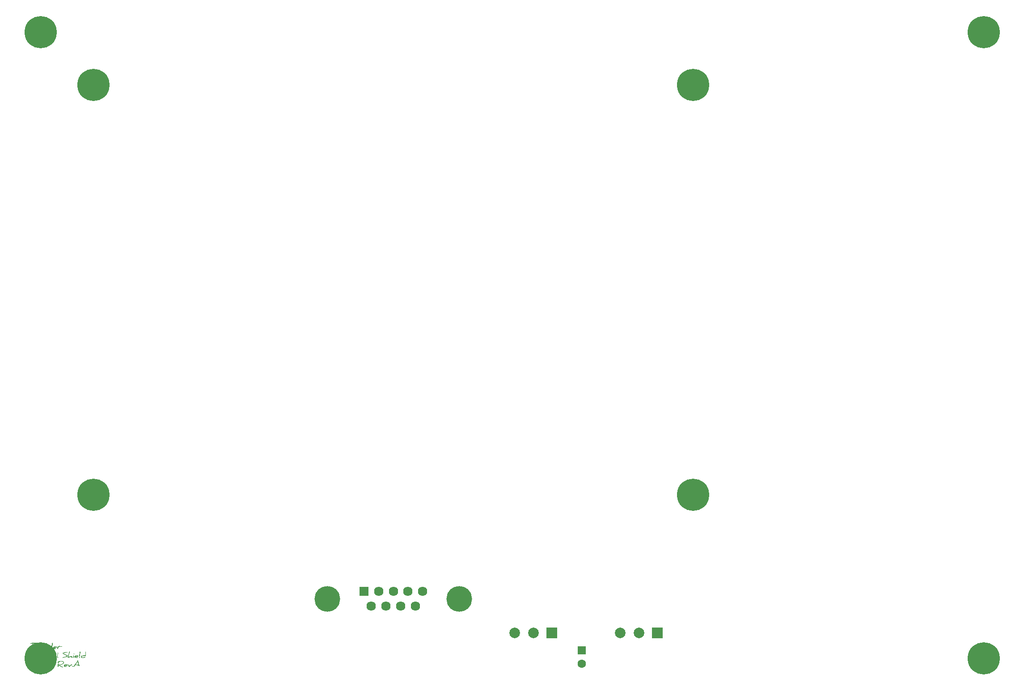
<source format=gts>
G04 Layer_Color=8388736*
%FSLAX44Y44*%
%MOMM*%
G71*
G01*
G75*
%ADD49R,2.0000X2.0000*%
%ADD50C,2.0000*%
%ADD51C,1.7900*%
%ADD52R,1.7900X1.7900*%
%ADD53C,4.8600*%
%ADD54C,1.6000*%
%ADD55R,1.6000X1.6000*%
%ADD56C,6.1000*%
G36*
X52471Y21173D02*
X52568Y21159D01*
X52679Y21131D01*
X52790Y21076D01*
X52915Y21020D01*
X53026Y20937D01*
X53039Y20923D01*
X53067Y20896D01*
X53123Y20854D01*
X53178Y20785D01*
X53234Y20715D01*
X53289Y20618D01*
X53317Y20521D01*
X53331Y20424D01*
Y20410D01*
Y20382D01*
Y20341D01*
X53317Y20285D01*
X53289Y20147D01*
X53234Y19980D01*
X53151Y19814D01*
X53012Y19675D01*
X52929Y19620D01*
X52818Y19578D01*
X52707Y19550D01*
X52568Y19536D01*
X52512D01*
X52457Y19550D01*
X52388Y19578D01*
X52291Y19620D01*
X52194Y19689D01*
X52083Y19772D01*
X51972Y19897D01*
X51958Y19911D01*
X51930Y19966D01*
X51875Y20036D01*
X51819Y20119D01*
X51764Y20230D01*
X51708Y20355D01*
X51680Y20466D01*
X51667Y20590D01*
Y20604D01*
Y20632D01*
X51680Y20701D01*
X51694Y20743D01*
X51708Y20812D01*
Y20826D01*
X51722Y20840D01*
X51736Y20909D01*
X51750Y20979D01*
Y21007D01*
Y21020D01*
X51764D01*
X51805Y21034D01*
X51875Y21062D01*
X51986Y21117D01*
X51999D01*
X52027Y21131D01*
X52110Y21159D01*
X52221Y21173D01*
X52332Y21187D01*
X52402D01*
X52471Y21173D01*
D02*
G37*
G36*
X29546Y27705D02*
X29602Y27691D01*
X29671Y27677D01*
X29782Y27649D01*
X29921Y27608D01*
X29935D01*
X29990Y27594D01*
X30060Y27580D01*
X30143Y27552D01*
X30226Y27538D01*
X30309Y27525D01*
X30379Y27511D01*
X30420Y27497D01*
X30448D01*
X30531Y27483D01*
X30642D01*
X30808Y27469D01*
X30989Y27441D01*
X31197Y27414D01*
X31627Y27344D01*
X31641D01*
X31682Y27331D01*
X31738Y27317D01*
X31821Y27303D01*
X31932Y27275D01*
X32057Y27233D01*
X32195Y27192D01*
X32362Y27150D01*
X32528Y27081D01*
X32722Y27011D01*
X33124Y26831D01*
X33582Y26595D01*
X33818Y26471D01*
X34054Y26318D01*
X34068Y26304D01*
X34109Y26277D01*
X34179Y26235D01*
X34276Y26165D01*
X34386Y26096D01*
X34497Y25999D01*
X34775Y25777D01*
X35066Y25514D01*
X35343Y25222D01*
X35468Y25070D01*
X35593Y24917D01*
X35690Y24751D01*
X35759Y24598D01*
Y24585D01*
X35773Y24557D01*
X35801Y24515D01*
X35829Y24446D01*
X35870Y24363D01*
X35912Y24266D01*
X35968Y24141D01*
X36023Y23988D01*
X36037Y23960D01*
X36051Y23891D01*
X36079Y23808D01*
X36120Y23683D01*
X36162Y23572D01*
X36189Y23447D01*
X36203Y23350D01*
X36214Y23298D01*
X36203Y23267D01*
Y23198D01*
X36189Y23142D01*
Y23073D01*
X36176Y22990D01*
X36162Y22893D01*
X36148Y22782D01*
X36134Y22643D01*
X36120Y22490D01*
X36106Y22310D01*
X36092Y22296D01*
X36079Y22269D01*
X36023Y22213D01*
X35954Y22144D01*
X35968Y22116D01*
X35981Y22060D01*
Y22033D01*
X35968Y21977D01*
X35954Y21866D01*
X35912Y21741D01*
X35829Y21589D01*
X35718Y21409D01*
X35579Y21228D01*
X35482Y21131D01*
X35371Y21034D01*
X35177Y20937D01*
X35163Y20923D01*
X35122Y20896D01*
X35066Y20840D01*
X35052Y20798D01*
Y20812D01*
X35038Y20840D01*
X34997Y20896D01*
X34913Y20965D01*
X34900D01*
X34886Y20951D01*
X34844Y20923D01*
X34789Y20882D01*
X34650Y20785D01*
X34484Y20660D01*
X34497D01*
X34539Y20632D01*
X34595Y20604D01*
X34678Y20563D01*
Y20549D01*
X34664Y20535D01*
X34636Y20507D01*
X34608Y20452D01*
X34553Y20396D01*
X34470Y20327D01*
X34373Y20230D01*
Y20216D01*
X34359Y20230D01*
X34331Y20258D01*
X34262Y20341D01*
X34234Y20396D01*
X34179Y20466D01*
X33998D01*
X33984Y20452D01*
X33957Y20438D01*
X33915Y20382D01*
X33846Y20327D01*
X33749Y20258D01*
X33651Y20161D01*
X33527Y20050D01*
X33374Y19911D01*
X33388Y19897D01*
X33430Y19869D01*
X33485Y19842D01*
X33568Y19828D01*
X33582D01*
X33638Y19842D01*
X33693Y19855D01*
X33735Y19883D01*
X33721Y19869D01*
X33693Y19814D01*
X33638Y19744D01*
X33582Y19661D01*
X33499Y19578D01*
X33402Y19509D01*
X33305Y19453D01*
X33208Y19425D01*
Y19439D01*
X33180Y19467D01*
X33152Y19509D01*
X33097Y19578D01*
X33111D01*
X33152Y19592D01*
X33208Y19634D01*
X33291Y19689D01*
Y19855D01*
Y19869D01*
X33263Y19883D01*
X33222Y19897D01*
X33166D01*
X30684Y18579D01*
X30670D01*
X30614Y18607D01*
X30587Y18621D01*
X30545Y18635D01*
X30531D01*
X30503Y18621D01*
X30448Y18579D01*
X30365Y18524D01*
X28700Y17969D01*
X28687D01*
X28659Y17955D01*
X28617Y17942D01*
X28548Y17914D01*
X28395Y17858D01*
X28201Y17775D01*
X27993Y17664D01*
X27785Y17553D01*
X27605Y17428D01*
X27536Y17359D01*
X27466Y17290D01*
X27480Y17276D01*
X27536Y17248D01*
X27619Y17206D01*
X27702Y17193D01*
X27716D01*
X27744Y17206D01*
X27771D01*
X27827Y17220D01*
X27910Y17248D01*
X28007Y17290D01*
X28146Y17331D01*
X28160D01*
X28215Y17345D01*
X28271Y17373D01*
X28354Y17387D01*
X28437Y17415D01*
X28506Y17428D01*
X28562Y17442D01*
X28673D01*
X28756Y17428D01*
X28839Y17401D01*
X28811Y17387D01*
X28742Y17359D01*
X28603Y17304D01*
X28423Y17220D01*
X28187Y17123D01*
X27910Y16998D01*
X27563Y16860D01*
X27175Y16693D01*
X27078D01*
X26953Y16680D01*
X26870D01*
X26773Y16666D01*
X26759D01*
X26745Y16652D01*
X26704Y16638D01*
X26648Y16624D01*
X26509Y16569D01*
X26315Y16499D01*
X26093Y16430D01*
X25844Y16347D01*
X25580Y16264D01*
X25317Y16180D01*
X25289D01*
X25220Y16152D01*
X25095Y16125D01*
X24942Y16083D01*
X24748Y16042D01*
X24540Y15986D01*
X24304Y15931D01*
X24041Y15875D01*
X23500Y15750D01*
X22945Y15653D01*
X22668Y15612D01*
X22418Y15584D01*
X22182Y15570D01*
X21974Y15556D01*
X21947D01*
X21891Y15570D01*
X21836Y15584D01*
X21766Y15598D01*
X21669Y15639D01*
X21558Y15681D01*
X21420Y15750D01*
X21406Y15764D01*
X21364Y15778D01*
X21295Y15820D01*
X21212Y15861D01*
X21045Y15972D01*
X20962Y16042D01*
X20907Y16097D01*
Y16111D01*
X20879Y16125D01*
X20865Y16166D01*
X20837Y16222D01*
X20809Y16291D01*
X20796Y16361D01*
X20768Y16569D01*
Y16582D01*
X20782Y16624D01*
X20796Y16680D01*
X20851Y16749D01*
X20920Y16846D01*
X21031Y16943D01*
X21198Y17040D01*
X21295Y17082D01*
X21406Y17137D01*
X21433D01*
X21489Y17110D01*
X21503D01*
X21517Y17096D01*
X21572Y17082D01*
X21586D01*
X21655Y17096D01*
X21739Y17123D01*
X21850Y17179D01*
X21877D01*
X21960Y17193D01*
X22085Y17206D01*
X22238Y17234D01*
X22404Y17248D01*
X22585Y17276D01*
X22751Y17304D01*
X22903Y17331D01*
X22931D01*
X22987Y17345D01*
X23098Y17373D01*
X23209Y17401D01*
X23347Y17428D01*
X23500Y17470D01*
X23639Y17512D01*
X23763Y17567D01*
Y17581D01*
Y17595D01*
X23749Y17636D01*
Y17692D01*
X23736Y17831D01*
X23708Y18025D01*
X23680Y18247D01*
X23652Y18496D01*
X23625Y18760D01*
X23597Y19051D01*
X23528Y19620D01*
X23500Y19897D01*
X23472Y20161D01*
X23444Y20396D01*
X23431Y20590D01*
X23417Y20743D01*
Y20812D01*
Y20854D01*
Y20868D01*
Y20896D01*
X23431Y20951D01*
Y21007D01*
X23444Y21062D01*
Y21131D01*
X23458Y21214D01*
X23472Y21326D01*
X23486Y21450D01*
X23500Y21603D01*
X23528Y21769D01*
X23542Y21963D01*
X23569Y22185D01*
Y22199D01*
X23583Y22255D01*
Y22338D01*
X23597Y22435D01*
X23611Y22560D01*
X23625Y22712D01*
X23652Y23031D01*
X23680Y23378D01*
X23722Y23725D01*
Y23877D01*
X23736Y24016D01*
X23749Y24141D01*
Y24252D01*
Y24266D01*
X23763Y24321D01*
X23805Y24390D01*
X23860Y24488D01*
Y24501D01*
X23847Y24543D01*
X23833Y24598D01*
X23819Y24668D01*
Y24682D01*
Y24709D01*
X23833Y24765D01*
X23847Y24834D01*
Y24862D01*
X23860Y24904D01*
X23874Y24987D01*
X23888Y25042D01*
X23916Y25111D01*
X23930Y25209D01*
X23958Y25306D01*
X23985Y25431D01*
X24027Y25569D01*
X24069Y25736D01*
X24110Y25916D01*
X24124D01*
X24179Y25944D01*
X24263Y25971D01*
X24360Y26027D01*
X24346D01*
X24332Y26055D01*
X24249Y26096D01*
X24138Y26138D01*
X24013Y26165D01*
X23985D01*
X23930Y26152D01*
X23874Y26138D01*
X23805Y26124D01*
X23722Y26110D01*
X23625Y26082D01*
X23500Y26055D01*
X23347Y26027D01*
X23181Y25985D01*
X22973Y25944D01*
X22737Y25888D01*
X22474Y25833D01*
X20948Y25486D01*
X20920D01*
X20879Y25500D01*
X20823Y25528D01*
X20754Y25569D01*
X20671Y25625D01*
X20574Y25694D01*
X20477Y25805D01*
X20463Y25819D01*
X20435Y25847D01*
X20393Y25888D01*
X20352Y25944D01*
X20268Y26068D01*
X20241Y26124D01*
X20227Y26165D01*
Y26179D01*
X20241Y26221D01*
X20255Y26290D01*
X20296Y26387D01*
X20366Y26484D01*
X20463Y26609D01*
X20601Y26720D01*
X20796Y26845D01*
X20809D01*
X20851Y26873D01*
X20934Y26901D01*
X21059Y26942D01*
X21128Y26970D01*
X21225Y26998D01*
X21350Y27039D01*
X21475Y27081D01*
X21628Y27122D01*
X21794Y27178D01*
X21974Y27233D01*
X22182Y27289D01*
X22196D01*
X22252Y27303D01*
X22335Y27331D01*
X22446Y27358D01*
X22571Y27386D01*
X22723Y27428D01*
X22890Y27469D01*
X23070Y27511D01*
X23444Y27580D01*
X23819Y27649D01*
X24179Y27705D01*
X24346Y27719D01*
X29519D01*
X29546Y27705D01*
D02*
G37*
G36*
X18521Y21173D02*
X18618Y21159D01*
X18729Y21131D01*
X18840Y21076D01*
X18965Y21020D01*
X19076Y20937D01*
X19090Y20923D01*
X19117Y20896D01*
X19173Y20854D01*
X19228Y20785D01*
X19284Y20715D01*
X19339Y20618D01*
X19367Y20521D01*
X19381Y20424D01*
Y20410D01*
Y20382D01*
Y20341D01*
X19367Y20285D01*
X19339Y20147D01*
X19284Y19980D01*
X19201Y19814D01*
X19062Y19675D01*
X18979Y19620D01*
X18868Y19578D01*
X18757Y19550D01*
X18618Y19536D01*
X18563D01*
X18507Y19550D01*
X18438Y19578D01*
X18341Y19620D01*
X18244Y19689D01*
X18133Y19772D01*
X18022Y19897D01*
X18008Y19911D01*
X17980Y19966D01*
X17925Y20036D01*
X17869Y20119D01*
X17814Y20230D01*
X17758Y20355D01*
X17731Y20466D01*
X17717Y20590D01*
Y20604D01*
Y20632D01*
X17731Y20701D01*
X17744Y20743D01*
X17758Y20812D01*
Y20826D01*
X17772Y20840D01*
X17786Y20909D01*
X17800Y20979D01*
Y21007D01*
Y21020D01*
X17814D01*
X17855Y21034D01*
X17925Y21062D01*
X18036Y21117D01*
X18050D01*
X18077Y21131D01*
X18161Y21159D01*
X18271Y21173D01*
X18382Y21187D01*
X18452D01*
X18521Y21173D01*
D02*
G37*
G36*
X31876Y18843D02*
X31918Y18815D01*
X31973Y18774D01*
X32029Y18760D01*
X32015D01*
X31987Y18746D01*
X31960Y18732D01*
X31904Y18704D01*
X31821Y18677D01*
X31724Y18635D01*
X31710D01*
X31682Y18621D01*
X31585Y18579D01*
X31474Y18524D01*
X31433Y18510D01*
X31238D01*
X31114Y18496D01*
X31058Y18482D01*
X31030Y18469D01*
X31044D01*
X31072Y18455D01*
X31141Y18441D01*
X31238Y18427D01*
X31225D01*
X31197Y18399D01*
X31128Y18371D01*
X31030Y18330D01*
X30906Y18274D01*
X30739Y18205D01*
X30545Y18136D01*
X30295Y18053D01*
Y18066D01*
X30323Y18108D01*
X30365Y18177D01*
X30420Y18247D01*
X30517Y18330D01*
X30642Y18427D01*
X30795Y18510D01*
X31003Y18579D01*
X31862Y18857D01*
X31876Y18843D01*
D02*
G37*
G36*
X32639Y19093D02*
X32625D01*
X32597Y19079D01*
X32556Y19051D01*
X32473Y18982D01*
X32487Y18968D01*
X32500Y18954D01*
X32528Y18940D01*
X32237D01*
X32251Y18954D01*
X32292Y18968D01*
X32362Y18996D01*
X32431Y19023D01*
X32500Y19065D01*
X32570Y19093D01*
X32609Y19132D01*
X32639Y19093D01*
D02*
G37*
G36*
X87168Y45468D02*
X87251Y45426D01*
X87293Y45398D01*
X87321Y45357D01*
X87335Y45329D01*
X87348Y45273D01*
X87390Y45176D01*
X87432Y45065D01*
X87459Y44941D01*
X87501Y44830D01*
X87515Y44733D01*
X87529Y44677D01*
Y44663D01*
Y44649D01*
X87515Y44622D01*
Y44580D01*
X87501Y44525D01*
X87473Y44441D01*
X87446Y44344D01*
X87418Y44219D01*
X87376Y44053D01*
X87321Y43873D01*
X87265Y43637D01*
X87182Y43373D01*
X87099Y43082D01*
X87002Y42722D01*
X86891Y42333D01*
Y42306D01*
X86863Y42236D01*
X86835Y42139D01*
X86794Y42001D01*
X86752Y41834D01*
X86697Y41640D01*
X86641Y41432D01*
X86572Y41224D01*
X86447Y40780D01*
X86378Y40572D01*
X86322Y40364D01*
X86267Y40184D01*
X86225Y40031D01*
X86170Y39893D01*
X86142Y39795D01*
Y39782D01*
X86128Y39754D01*
X86114Y39698D01*
X86087Y39629D01*
X86059Y39532D01*
X86017Y39407D01*
X85976Y39269D01*
X85934Y39102D01*
X85878Y38922D01*
X85809Y38728D01*
X85754Y38506D01*
X85684Y38256D01*
X85615Y37993D01*
X85546Y37701D01*
X85462Y37396D01*
X85379Y37077D01*
Y37063D01*
X85365Y37008D01*
X85351Y36939D01*
X85324Y36828D01*
X85296Y36717D01*
X85254Y36578D01*
X85199Y36287D01*
X85129Y35982D01*
X85088Y35829D01*
X85060Y35691D01*
X85046Y35580D01*
X85019Y35469D01*
X85005Y35399D01*
Y35344D01*
Y35177D01*
X85019Y35164D01*
X85074Y35136D01*
X85157Y35108D01*
X85282Y35094D01*
X85296D01*
X85324Y35108D01*
X85365D01*
X85421Y35136D01*
X85490Y35164D01*
X85587Y35191D01*
X85712Y35247D01*
X86225Y35455D01*
X86239D01*
X86253Y35469D01*
X86294Y35482D01*
X86350Y35496D01*
X86419Y35510D01*
X86503Y35538D01*
X86614Y35566D01*
X86738Y35607D01*
X86877Y35649D01*
X87043Y35691D01*
X87224Y35746D01*
X87432Y35801D01*
X87668Y35857D01*
X87917Y35926D01*
X88195Y35996D01*
X88486Y36065D01*
X88513D01*
X88569Y36093D01*
X88666Y36107D01*
X88791Y36148D01*
X88930Y36176D01*
X89096Y36218D01*
X89457Y36314D01*
X89831Y36412D01*
X90011Y36453D01*
X90178Y36481D01*
X90330Y36523D01*
X90455Y36536D01*
X90552Y36564D01*
X90843D01*
X90913Y36550D01*
X91010Y36536D01*
X91107Y36523D01*
X91232Y36481D01*
X91356Y36425D01*
X91495Y36370D01*
X91620Y36287D01*
X91745Y36176D01*
X91870Y36051D01*
X91967Y35898D01*
X92064Y35704D01*
X92133Y35496D01*
X92175Y35247D01*
X92189Y34969D01*
Y34955D01*
Y34928D01*
Y34872D01*
X92175Y34789D01*
Y34678D01*
X92161Y34539D01*
X92147Y34373D01*
X92119Y34179D01*
Y34165D01*
Y34137D01*
Y34109D01*
X92133Y34068D01*
X92147Y34012D01*
X92161Y33929D01*
X92189Y33832D01*
X92230Y33721D01*
X92355Y33361D01*
Y33333D01*
X92341Y33291D01*
X92327Y33250D01*
X92299Y33166D01*
X92258Y33083D01*
X92202Y32972D01*
X92119Y32834D01*
X92092D01*
X92064Y32820D01*
X92022Y32806D01*
X91967Y32792D01*
X91897Y32778D01*
X91800Y32750D01*
X91689Y32723D01*
X91717Y32709D01*
X91786Y32695D01*
X91883Y32653D01*
X92022Y32598D01*
X91870Y32473D01*
X91856D01*
X91842Y32487D01*
X91745Y32501D01*
X91620Y32556D01*
X91467Y32639D01*
X91301Y32764D01*
X91121Y32931D01*
X91051Y33042D01*
X90968Y33166D01*
X90899Y33291D01*
X90843Y33444D01*
Y33472D01*
Y33541D01*
X90857Y33666D01*
Y33846D01*
Y34068D01*
X90871Y34345D01*
Y34664D01*
Y35039D01*
X90857Y35052D01*
X90829Y35080D01*
X90760Y35150D01*
X90649Y35247D01*
X90608D01*
X90552Y35233D01*
X90483Y35219D01*
X90386Y35205D01*
X90275Y35191D01*
X90164Y35177D01*
X90025Y35150D01*
X89720Y35094D01*
X89387Y35039D01*
X89040Y34969D01*
X88680Y34886D01*
X88652D01*
X88624Y34872D01*
X88569Y34858D01*
X88500Y34831D01*
X88416Y34803D01*
X88305Y34761D01*
X88167Y34706D01*
X88000Y34650D01*
X87806Y34567D01*
X87570Y34484D01*
X87321Y34387D01*
X87029Y34262D01*
X86697Y34123D01*
X86322Y33971D01*
X85906Y33804D01*
X85892D01*
X85837Y33777D01*
X85767Y33749D01*
X85670Y33707D01*
X85560Y33666D01*
X85435Y33610D01*
X85143Y33499D01*
X84824Y33388D01*
X84533Y33291D01*
X84408Y33250D01*
X84284Y33222D01*
X84186Y33208D01*
X84117Y33194D01*
X84062D01*
X84006Y33222D01*
X83937Y33250D01*
X83868Y33291D01*
X83784Y33361D01*
X83701Y33458D01*
X83618Y33596D01*
Y33610D01*
X83590Y33652D01*
X83576Y33707D01*
X83549Y33791D01*
X83507Y33957D01*
X83479Y34137D01*
Y34151D01*
Y34179D01*
Y34220D01*
X83493Y34290D01*
X83507Y34373D01*
X83521Y34484D01*
X83535Y34623D01*
X83562Y34775D01*
X83604Y34969D01*
X83646Y35177D01*
X83701Y35427D01*
X83770Y35704D01*
X83840Y36009D01*
X83937Y36342D01*
X84034Y36717D01*
X84159Y37119D01*
Y37133D01*
X84173Y37147D01*
X84186Y37174D01*
X84214Y37230D01*
X84242Y37285D01*
X84284Y37369D01*
X84325Y37466D01*
X84381Y37577D01*
Y37590D01*
Y37604D01*
X84395Y37687D01*
X84422Y37812D01*
X84450Y37965D01*
X84492Y38145D01*
X84533Y38326D01*
X84630Y38728D01*
Y38742D01*
X84644Y38797D01*
X84672Y38894D01*
X84713Y39033D01*
X84755Y39213D01*
X84824Y39449D01*
X84894Y39726D01*
X84991Y40045D01*
X85102Y40420D01*
X85157Y40641D01*
X85227Y40863D01*
X85296Y41099D01*
X85365Y41349D01*
X85435Y41612D01*
X85518Y41890D01*
X85601Y42195D01*
X85698Y42500D01*
X85795Y42833D01*
X85892Y43165D01*
X86003Y43526D01*
X86114Y43900D01*
X86225Y44303D01*
X86350Y44705D01*
Y44719D01*
Y44733D01*
Y44774D01*
Y44788D01*
Y44802D01*
X86364Y44885D01*
X86378Y45010D01*
X86419Y45176D01*
X86433Y45190D01*
X86447Y45218D01*
X86489Y45273D01*
X86558Y45329D01*
X86641Y45384D01*
X86752Y45440D01*
X86891Y45468D01*
X87057Y45482D01*
X87085D01*
X87168Y45468D01*
D02*
G37*
G36*
X56034Y43720D02*
X56200D01*
X56394Y43692D01*
X56644Y43665D01*
X56921Y43623D01*
X57240Y43568D01*
X57282D01*
X57323Y43582D01*
X57379D01*
X57531Y43595D01*
X57753D01*
X57823Y43568D01*
X57948Y43540D01*
X58100Y43498D01*
X58280Y43457D01*
X58488Y43401D01*
X58710Y43346D01*
X58946Y43290D01*
X59431Y43165D01*
X59667Y43096D01*
X59889Y43041D01*
X60083Y42971D01*
X60264Y42916D01*
X60402Y42874D01*
X60513Y42833D01*
X60527D01*
X60569Y42805D01*
X60638Y42763D01*
X60721Y42722D01*
X60832Y42652D01*
X60957Y42569D01*
X61082Y42472D01*
X61207Y42361D01*
X61345Y42236D01*
X61484Y42098D01*
X61609Y41931D01*
X61734Y41765D01*
X61845Y41571D01*
X61942Y41363D01*
X62011Y41141D01*
X62066Y40905D01*
X62080Y40877D01*
X62108Y40808D01*
X62150Y40697D01*
X62191Y40572D01*
X62233Y40447D01*
X62274Y40336D01*
X62302Y40239D01*
X62316Y40184D01*
Y40170D01*
Y40142D01*
Y40087D01*
Y40017D01*
X62302Y39920D01*
X62288Y39823D01*
Y39698D01*
X62261Y39560D01*
X62219Y39269D01*
X62136Y38936D01*
X62039Y38575D01*
X61900Y38214D01*
X61886Y38201D01*
X61858Y38145D01*
X61789Y38062D01*
X61706Y37937D01*
X61595Y37785D01*
X61470Y37590D01*
X61318Y37369D01*
X61137Y37105D01*
Y37091D01*
X61123Y37036D01*
X61109Y36953D01*
X61096Y36841D01*
X61082Y36828D01*
X61054Y36786D01*
X60999Y36717D01*
X60929Y36620D01*
X60832Y36509D01*
X60721Y36370D01*
X60582Y36204D01*
X60430Y36023D01*
X60388Y35996D01*
X60361Y35982D01*
X60305Y35954D01*
X60236Y35912D01*
X60139Y35857D01*
X60014Y35774D01*
X59861Y35691D01*
X59681Y35593D01*
X59473Y35469D01*
X59223Y35316D01*
X58918Y35136D01*
X58585Y34942D01*
X58197Y34720D01*
X58183D01*
X58169Y34706D01*
X58128Y34692D01*
X58072Y34678D01*
X58003Y34650D01*
X57920Y34623D01*
X57809Y34581D01*
X57698Y34539D01*
X57684D01*
X57656Y34525D01*
X57559Y34470D01*
X57448Y34373D01*
X57421Y34318D01*
X57407Y34262D01*
Y34234D01*
Y34179D01*
X54369Y33485D01*
X54286D01*
X54189Y33472D01*
X54161D01*
X54120Y33458D01*
X54064Y33444D01*
X54023D01*
X54009Y33430D01*
X53967Y33416D01*
X53939Y33388D01*
X53912Y33374D01*
X53898D01*
X53870Y33361D01*
X53801Y33347D01*
X53690Y33333D01*
X53662D01*
X53621Y33347D01*
X53565Y33361D01*
X53510Y33374D01*
X53482Y33388D01*
X53426Y33402D01*
X53357Y33416D01*
X53274D01*
X53218Y33402D01*
X53177D01*
X53121Y33388D01*
X53038D01*
X52969Y33374D01*
X52899D01*
X52858Y33388D01*
X52802Y33402D01*
X52733Y33416D01*
X52636Y33444D01*
X52525Y33472D01*
X52372Y33513D01*
X52206Y33569D01*
X52012Y33624D01*
X51776Y33707D01*
X51499Y33791D01*
X51194Y33901D01*
X50847Y34012D01*
X50458Y34151D01*
X50431Y34179D01*
X50389Y34234D01*
X50306Y34331D01*
X50251Y34401D01*
X50181Y34484D01*
X50098Y34581D01*
X50001Y34692D01*
X49890Y34817D01*
X49751Y34969D01*
X49599Y35136D01*
X49432Y35330D01*
Y35344D01*
X49405Y35358D01*
X49349Y35441D01*
X49252Y35566D01*
X49141Y35718D01*
X49016Y35898D01*
X48905Y36107D01*
X48794Y36328D01*
X48725Y36550D01*
Y36564D01*
X48711Y36634D01*
X48683Y36717D01*
X48670Y36855D01*
X48642Y37008D01*
X48614Y37202D01*
X48600Y37438D01*
Y37687D01*
Y37701D01*
Y37757D01*
Y37826D01*
X48614Y37923D01*
X48628Y38062D01*
X48656Y38201D01*
X48683Y38381D01*
X48725Y38561D01*
X48767Y38769D01*
X48836Y38991D01*
X48905Y39227D01*
X49002Y39463D01*
X49113Y39712D01*
X49238Y39976D01*
X49391Y40239D01*
X49557Y40503D01*
X49571Y40531D01*
X49599Y40558D01*
X49626Y40600D01*
X49682Y40669D01*
X49737Y40739D01*
X49821Y40836D01*
X49918Y40947D01*
X50029Y41071D01*
X50153Y41224D01*
X50306Y41390D01*
X50472Y41571D01*
X50667Y41779D01*
X50889Y42014D01*
X51138Y42278D01*
X51402Y42555D01*
X51429Y42583D01*
X51457Y42597D01*
X51499Y42639D01*
X51568Y42680D01*
X51637Y42722D01*
X51734Y42777D01*
X51831Y42846D01*
X51970Y42902D01*
X52109Y42971D01*
X52275Y43041D01*
X52456Y43124D01*
X52664Y43193D01*
X52899Y43263D01*
X53149Y43332D01*
X53426Y43401D01*
X53440D01*
X53482Y43415D01*
X53565Y43429D01*
X53662Y43457D01*
X53773Y43485D01*
X53912Y43512D01*
X54064Y43540D01*
X54231Y43568D01*
X54605Y43623D01*
X55007Y43679D01*
X55410Y43720D01*
X55812Y43734D01*
X55909D01*
X56034Y43720D01*
D02*
G37*
G36*
X101161Y38256D02*
X101245D01*
X101342Y38242D01*
X101578Y38214D01*
X101827Y38145D01*
X102091Y38062D01*
X102340Y37951D01*
X102562Y37785D01*
X102576Y37771D01*
X102632Y37715D01*
X102715Y37646D01*
X102812Y37535D01*
X102937Y37396D01*
X103075Y37244D01*
X103214Y37063D01*
X103366Y36869D01*
Y36855D01*
X103380Y36841D01*
Y36800D01*
X103394Y36744D01*
X103408Y36675D01*
Y36606D01*
X103422Y36398D01*
Y36384D01*
Y36370D01*
Y36328D01*
Y36273D01*
Y36148D01*
X103408Y35982D01*
Y35968D01*
Y35954D01*
X103394Y35871D01*
X103380Y35760D01*
X103353Y35621D01*
X103311Y35482D01*
X103256Y35344D01*
X103186Y35233D01*
X103103Y35164D01*
X103020D01*
X102909Y35150D01*
X102742D01*
X102645Y35136D01*
X102521Y35122D01*
X102382Y35108D01*
X102229Y35094D01*
X102063Y35080D01*
X101869Y35052D01*
X101661Y35025D01*
X101425Y34997D01*
X100149Y34817D01*
X100135Y34803D01*
X100080Y34789D01*
X99997Y34775D01*
X99886Y34747D01*
X99719Y34706D01*
X99608Y34692D01*
X99497Y34664D01*
X99483Y34678D01*
X99456Y34692D01*
X99414Y34706D01*
X99372D01*
X99303Y34720D01*
X99220Y34734D01*
X99109D01*
X99095Y34720D01*
X99053Y34678D01*
X99026Y34650D01*
X98998Y34623D01*
Y34609D01*
X99026Y34581D01*
X99081Y34539D01*
X99123Y34512D01*
X99192Y34470D01*
X99261Y34428D01*
X99359Y34387D01*
X99483Y34345D01*
X99636Y34290D01*
X99802Y34220D01*
X99997Y34165D01*
X100232Y34082D01*
X100496Y34012D01*
X100565D01*
X100648Y33998D01*
X100773D01*
X100912Y33985D01*
X101064Y33971D01*
X101245Y33943D01*
X101425Y33929D01*
X101467D01*
X101508Y33915D01*
X101564Y33901D01*
X101702Y33874D01*
X101869Y33832D01*
X102035Y33777D01*
X102174Y33693D01*
X102229Y33652D01*
X102271Y33596D01*
X102299Y33541D01*
X102312Y33485D01*
X102299Y33472D01*
X102285Y33444D01*
X102243Y33416D01*
X102188Y33361D01*
X102091Y33305D01*
X101952Y33222D01*
X101772Y33125D01*
X101758Y33111D01*
X101730Y33083D01*
X101688Y33042D01*
X101633Y33000D01*
X101564Y32931D01*
X101480Y32847D01*
X101397D01*
X101314Y32834D01*
X101231Y32820D01*
X101134D01*
X101051Y32806D01*
X100995Y32792D01*
X100884D01*
X100787Y32806D01*
X100662D01*
X100496Y32820D01*
X100385Y32834D01*
X100260D01*
X99511Y32889D01*
X99469D01*
X99414Y32903D01*
X99331Y32917D01*
X99234Y32945D01*
X99095Y32986D01*
X98942Y33042D01*
X98748Y33125D01*
X98721Y33139D01*
X98693Y33152D01*
X98637Y33180D01*
X98554Y33222D01*
X98443Y33277D01*
X98305Y33361D01*
X98138Y33444D01*
X98110Y33458D01*
X98041Y33485D01*
X97916Y33541D01*
X97778Y33624D01*
X97597Y33735D01*
X97417Y33874D01*
X97223Y34040D01*
X97029Y34248D01*
X97015Y34276D01*
X96959Y34345D01*
X96876Y34456D01*
X96793Y34595D01*
X96696Y34761D01*
X96627Y34942D01*
X96571Y35136D01*
X96543Y35316D01*
Y35330D01*
Y35344D01*
Y35413D01*
X96557Y35524D01*
Y35649D01*
X96613Y35940D01*
X96640Y36079D01*
X96696Y36190D01*
X96710Y36218D01*
X96751Y36273D01*
X96821Y36384D01*
X96918Y36509D01*
X97043Y36675D01*
X97195Y36841D01*
X97389Y37036D01*
X97625Y37230D01*
X97902Y37424D01*
X98207Y37618D01*
X98554Y37785D01*
X98942Y37951D01*
X99386Y38076D01*
X99872Y38187D01*
X100399Y38242D01*
X100981Y38270D01*
X101078D01*
X101161Y38256D01*
D02*
G37*
G36*
X64965Y43096D02*
X65006D01*
X65145Y43041D01*
X65215Y43013D01*
X65284Y42958D01*
X65298Y42944D01*
X65312Y42902D01*
X65353Y42833D01*
X65395Y42736D01*
X65464Y42597D01*
X65533Y42431D01*
X65617Y42236D01*
X65700Y42001D01*
X64798Y36814D01*
Y36786D01*
Y36731D01*
X64812Y36620D01*
X64826Y36467D01*
X64840Y36273D01*
X64854Y36037D01*
X64868Y35774D01*
X64896Y35469D01*
Y35455D01*
Y35427D01*
X64909Y35358D01*
Y35288D01*
X64923Y35205D01*
X64937Y35108D01*
X64951Y34872D01*
X64979Y34650D01*
X64993Y34428D01*
Y34318D01*
X65006Y34234D01*
Y34165D01*
Y34109D01*
Y34082D01*
Y34054D01*
Y34040D01*
X65020Y34012D01*
X65048Y33957D01*
X65117Y33888D01*
Y33291D01*
X64882Y33111D01*
X64868D01*
X64840Y33125D01*
X64798Y33139D01*
X64757Y33166D01*
X64618Y33208D01*
X64466Y33236D01*
X64452Y33250D01*
X64438Y33263D01*
X64396Y33305D01*
X64341Y33374D01*
X64285Y33444D01*
X64216Y33527D01*
X64147Y33624D01*
X64077Y33749D01*
X63925Y34012D01*
X63786Y34331D01*
X63675Y34692D01*
X63633Y34886D01*
X63606Y35094D01*
Y35108D01*
Y35164D01*
X63592Y35219D01*
Y35288D01*
Y35358D01*
X63578Y35455D01*
X63564Y35580D01*
Y35718D01*
X63550Y35871D01*
X63536Y36065D01*
X63523Y36273D01*
X63509Y36509D01*
X63481Y36772D01*
X63467Y37063D01*
X64133Y41363D01*
Y41377D01*
Y41418D01*
X64147Y41487D01*
X64160Y41585D01*
X64174Y41723D01*
X64188Y41890D01*
X64216Y42112D01*
X64244Y42361D01*
Y42375D01*
Y42389D01*
X64271Y42472D01*
X64299Y42597D01*
X64355Y42736D01*
X64438Y42874D01*
X64549Y42999D01*
X64701Y43082D01*
X64785Y43096D01*
X64882Y43110D01*
X64923D01*
X64965Y43096D01*
D02*
G37*
G36*
X106723Y45163D02*
X106792Y45135D01*
X106875Y45079D01*
X106986Y45024D01*
X107111Y44927D01*
X107263Y44802D01*
X107277Y44788D01*
X107319Y44746D01*
X107388Y44677D01*
X107458Y44594D01*
X107527Y44511D01*
X107596Y44414D01*
X107638Y44317D01*
X107652Y44233D01*
Y42860D01*
Y42846D01*
X107638Y42819D01*
X107624Y42777D01*
X107610Y42708D01*
X107583Y42625D01*
X107569Y42514D01*
X107527Y42389D01*
X107499Y42236D01*
X107458Y42070D01*
X107430Y41876D01*
X107374Y41668D01*
X107333Y41432D01*
X107291Y41182D01*
X107236Y40891D01*
X107194Y40600D01*
X107139Y40267D01*
Y40253D01*
X107125Y40198D01*
X107111Y40156D01*
Y40101D01*
X107083Y40017D01*
X107069Y39934D01*
X107042Y39823D01*
X107014Y39698D01*
X106986Y39560D01*
X106945Y39393D01*
X106889Y39213D01*
X106834Y39005D01*
X106778Y38769D01*
X106709Y38506D01*
Y38478D01*
Y38450D01*
X106723Y38395D01*
Y38339D01*
Y38256D01*
X106736Y38173D01*
Y38062D01*
Y38034D01*
X106709Y37965D01*
X106681Y37840D01*
X106653Y37660D01*
X106612Y37438D01*
X106556Y37160D01*
X106501Y36841D01*
X106445Y36467D01*
Y36453D01*
Y36398D01*
Y36328D01*
Y36231D01*
X106431Y36120D01*
Y35996D01*
Y35746D01*
Y35732D01*
Y35704D01*
Y35663D01*
Y35593D01*
Y35441D01*
X106445Y35247D01*
X106459Y35039D01*
X106473Y34831D01*
X106501Y34636D01*
X106529Y34470D01*
X106515Y34456D01*
X106501Y34415D01*
X106473Y34345D01*
X106445Y34248D01*
X106459Y34234D01*
X106473Y34220D01*
X106501Y34179D01*
X106529Y34137D01*
X106570Y33998D01*
X106598Y33915D01*
Y33818D01*
Y33804D01*
Y33763D01*
X106584Y33707D01*
X106570Y33624D01*
X106529Y33444D01*
X106473Y33347D01*
X106418Y33250D01*
X106404Y33236D01*
X106390Y33208D01*
X106348Y33166D01*
X106293Y33125D01*
X106154Y33042D01*
X106085Y33014D01*
X105988Y33000D01*
X105960D01*
X105932Y33014D01*
X105877Y33028D01*
X105821Y33042D01*
X105738Y33083D01*
X105655Y33125D01*
X105544Y33194D01*
X105530Y33208D01*
X105502Y33222D01*
X105447Y33263D01*
X105391Y33305D01*
X105267Y33416D01*
X105211Y33485D01*
X105169Y33541D01*
Y33569D01*
X105155Y33610D01*
Y33679D01*
X105142Y33791D01*
Y33874D01*
X105128Y33957D01*
X105114Y34054D01*
Y34179D01*
X105100Y34304D01*
X105086Y34456D01*
Y34470D01*
X105072Y34484D01*
X105031Y34539D01*
X104975Y34609D01*
X104961Y34650D01*
Y36356D01*
X105988Y42916D01*
Y42930D01*
X106002Y42985D01*
X106029Y43068D01*
X106043Y43165D01*
X106085Y43346D01*
X106099Y43429D01*
X106112Y43485D01*
Y43498D01*
Y43526D01*
Y43568D01*
X106099Y43623D01*
X106085Y43692D01*
X106071Y43776D01*
X106057Y43887D01*
X106015Y44233D01*
X106431Y45079D01*
X106626Y45176D01*
X106667D01*
X106723Y45163D01*
D02*
G37*
G36*
X95045Y37771D02*
X95115Y37743D01*
X95184Y37687D01*
X95267Y37604D01*
X95337Y37480D01*
X95406Y37327D01*
Y37313D01*
Y37299D01*
Y37258D01*
Y37202D01*
X95420Y37119D01*
Y37008D01*
Y36869D01*
X95434Y36689D01*
Y36453D01*
Y36176D01*
X95448Y36023D01*
Y35843D01*
Y35663D01*
X95462Y35455D01*
Y35247D01*
Y35011D01*
X95475Y34761D01*
Y34498D01*
X95489Y34207D01*
Y33901D01*
Y33888D01*
Y33860D01*
X95475Y33818D01*
Y33749D01*
X95448Y33652D01*
X95420Y33513D01*
X95392Y33347D01*
X95337Y33125D01*
X95156Y33083D01*
X95101D01*
X95059Y33097D01*
X94990Y33111D01*
X94907Y33125D01*
X94796Y33152D01*
X94671Y33194D01*
X94505Y33250D01*
X94518Y33263D01*
Y33305D01*
Y33319D01*
Y33333D01*
X94505Y33416D01*
X94449Y33527D01*
X94408Y33610D01*
X94352Y33693D01*
X94338Y33707D01*
X94310Y33749D01*
X94283Y33818D01*
X94227Y33888D01*
X94144Y34040D01*
X94102Y34109D01*
X94088Y34165D01*
Y34179D01*
X94075Y34207D01*
Y34262D01*
Y34276D01*
Y34304D01*
Y34359D01*
X94088Y34456D01*
Y34567D01*
X94102Y34720D01*
X94116Y34914D01*
X94144Y35136D01*
Y35150D01*
Y35191D01*
X94158Y35261D01*
X94172Y35358D01*
Y35482D01*
X94186Y35621D01*
X94213Y35774D01*
X94227Y35940D01*
X94269Y36314D01*
X94324Y36717D01*
X94394Y37133D01*
X94463Y37549D01*
X94477Y37563D01*
X94505Y37590D01*
X94546Y37632D01*
X94602Y37674D01*
X94740Y37757D01*
X94837Y37785D01*
X94935Y37799D01*
X94990D01*
X95045Y37771D01*
D02*
G37*
G36*
X102286Y28426D02*
X102411Y28384D01*
X102550Y28301D01*
X102619Y28246D01*
X102702Y28176D01*
X102786Y28079D01*
X102869Y27982D01*
X102952Y27857D01*
X103035Y27705D01*
X103104Y27538D01*
X103174Y27344D01*
Y27331D01*
X103188Y27289D01*
X103215Y27206D01*
X103243Y27150D01*
X103257Y27081D01*
X103285Y26984D01*
X103326Y26873D01*
X103368Y26748D01*
X103410Y26595D01*
X103465Y26429D01*
X103534Y26235D01*
Y26221D01*
X103548Y26207D01*
X103562Y26165D01*
X103576Y26110D01*
X103631Y25958D01*
X103687Y25763D01*
X103756Y25528D01*
X103840Y25264D01*
X103923Y24973D01*
X104006Y24682D01*
Y24668D01*
X104020Y24612D01*
X104034Y24543D01*
X104047Y24432D01*
X104061Y24307D01*
X104089Y24155D01*
X104117Y23988D01*
X104145Y23808D01*
X104228Y23406D01*
X104311Y22962D01*
X104394Y22518D01*
X104491Y22074D01*
Y22060D01*
X104505Y22033D01*
X104519Y21977D01*
X104533Y21908D01*
X104561Y21811D01*
X104588Y21700D01*
X104630Y21561D01*
X104685Y21409D01*
X104741Y21228D01*
X104796Y21048D01*
X104880Y20840D01*
X104963Y20604D01*
X105046Y20355D01*
X105157Y20105D01*
X105268Y19814D01*
X105393Y19523D01*
X105407Y19495D01*
X105434Y19467D01*
X105476Y19412D01*
X105518Y19342D01*
X105587Y19245D01*
X105656Y19120D01*
X105739Y18982D01*
X105753Y18968D01*
X105781Y18926D01*
X105823Y18857D01*
X105864Y18774D01*
X105948Y18593D01*
X105975Y18524D01*
X105989Y18455D01*
Y18427D01*
X105975Y18371D01*
X105948Y18274D01*
X105906Y18177D01*
X105823Y18066D01*
X105698Y17969D01*
X105628Y17942D01*
X105531Y17914D01*
X105434Y17886D01*
X104727D01*
X104699Y17900D01*
X104672Y17914D01*
X104616Y17942D01*
X104533Y17997D01*
X104436Y18053D01*
X104311Y18136D01*
X104297Y18150D01*
X104242Y18177D01*
X104172Y18233D01*
X104089Y18288D01*
X103909Y18399D01*
X103840Y18427D01*
X103784Y18455D01*
X103770D01*
X103742Y18469D01*
X103701Y18496D01*
X103645Y18510D01*
X103562Y18538D01*
X103479Y18579D01*
X103257Y18663D01*
X103007Y18746D01*
X102716Y18829D01*
X102397Y18912D01*
X102078Y18982D01*
X102051D01*
X101995Y18996D01*
X101884Y19023D01*
X101745Y19051D01*
X101579Y19079D01*
X101385Y19107D01*
X101163Y19148D01*
X100927Y19190D01*
X100677Y19217D01*
X100414Y19259D01*
X99873Y19328D01*
X99360Y19370D01*
X99110Y19384D01*
X98847D01*
X98791Y19370D01*
X98722Y19342D01*
X98625Y19273D01*
X98486Y19384D01*
X98459D01*
X98389Y19356D01*
X98278Y19315D01*
X98126Y19231D01*
X98042Y19176D01*
X97959Y19107D01*
X97876Y19023D01*
X97779Y18926D01*
X97682Y18801D01*
X97585Y18663D01*
X97502Y18510D01*
X97405Y18330D01*
X97391Y18316D01*
X97363Y18288D01*
X97321Y18233D01*
X97266Y18163D01*
X97183Y18080D01*
X97100Y17969D01*
X96988Y17845D01*
X96878Y17692D01*
Y17664D01*
X96850Y17595D01*
X96822Y17470D01*
X96781Y17318D01*
Y17304D01*
X96767Y17290D01*
X96753Y17248D01*
X96725Y17193D01*
X96683Y17123D01*
X96642Y17054D01*
X96517Y16846D01*
X96503Y16832D01*
X96461Y16804D01*
X96392Y16749D01*
X96295Y16666D01*
X96170Y16555D01*
X96032Y16444D01*
X95865Y16291D01*
X95671Y16125D01*
X95657Y16139D01*
X95629Y16152D01*
X95574Y16180D01*
X95505Y16222D01*
X95352Y16333D01*
X95172Y16444D01*
X95158Y16458D01*
X95130Y16485D01*
X95089Y16527D01*
X95033Y16582D01*
X94978Y16666D01*
X94936Y16749D01*
X94908Y16846D01*
X94894Y16957D01*
Y16971D01*
Y17026D01*
Y17110D01*
X94908Y17206D01*
X94936Y17401D01*
X94950Y17484D01*
X94978Y17539D01*
X94992Y17553D01*
X95019Y17581D01*
X95075Y17636D01*
X95144Y17720D01*
X95310Y17900D01*
X95491Y18108D01*
X95505Y18122D01*
X95546Y18177D01*
X95616Y18261D01*
X95699Y18371D01*
X95782Y18510D01*
X95879Y18649D01*
X95976Y18801D01*
X96059Y18954D01*
X96073Y18968D01*
Y18996D01*
Y19009D01*
X96059Y19023D01*
X96046Y19051D01*
X96032Y19120D01*
X96018Y19204D01*
X95990Y19315D01*
X95962Y19481D01*
Y19495D01*
Y19523D01*
X95948Y19592D01*
Y19606D01*
Y19634D01*
X95962Y19717D01*
X96018Y19814D01*
X96046Y19869D01*
X96101Y19911D01*
X96115D01*
X96143Y19939D01*
X96198Y19952D01*
X96267Y19994D01*
X96448Y20063D01*
X96642Y20161D01*
X96670Y20174D01*
X96725Y20202D01*
X96808Y20244D01*
X96919Y20299D01*
X97030Y20368D01*
X97127Y20438D01*
X97224Y20507D01*
X97294Y20590D01*
X97308Y20604D01*
X97335Y20646D01*
X97377Y20715D01*
X97446Y20840D01*
X97502Y20909D01*
X97557Y21007D01*
X97613Y21117D01*
X97696Y21242D01*
X97779Y21381D01*
X97876Y21547D01*
X97890Y21561D01*
X97904Y21575D01*
X97945Y21617D01*
X98001Y21672D01*
X98056Y21728D01*
X98140Y21811D01*
X98237Y21922D01*
X98334Y22033D01*
X98348Y22047D01*
X98362Y22088D01*
X98403Y22158D01*
X98472Y22255D01*
X98542Y22380D01*
X98625Y22518D01*
X98736Y22698D01*
X98861Y22906D01*
X98999Y23128D01*
X99152Y23378D01*
X99332Y23655D01*
X99513Y23947D01*
X99721Y24279D01*
X99943Y24626D01*
X100178Y25001D01*
X100428Y25389D01*
Y25417D01*
X100456Y25486D01*
X100483Y25611D01*
X100525Y25763D01*
X101468Y27344D01*
Y27372D01*
Y27428D01*
X101482Y27538D01*
X101510Y27677D01*
X102009Y28357D01*
X102023D01*
X102037Y28371D01*
X102106Y28398D01*
X102175Y28426D01*
X102189D01*
X102203Y28440D01*
X102217D01*
X102286Y28426D01*
D02*
G37*
G36*
X15137Y17900D02*
X15193Y17831D01*
X15290Y17720D01*
X15387Y17581D01*
X15484Y17442D01*
X15581Y17304D01*
X15637Y17193D01*
X15664Y17096D01*
Y17082D01*
Y17040D01*
X15678Y16971D01*
Y16901D01*
X15692Y16818D01*
X15720Y16749D01*
X15747Y16693D01*
X15789Y16666D01*
X15775Y16638D01*
X15733Y16582D01*
X15650Y16499D01*
X15553Y16416D01*
X15428Y16319D01*
X15290Y16236D01*
X15123Y16180D01*
X14929Y16152D01*
X14846D01*
X14791Y16166D01*
X14638Y16180D01*
X14471Y16236D01*
X14291Y16305D01*
X14152Y16416D01*
X14083Y16485D01*
X14042Y16569D01*
X14014Y16652D01*
X14000Y16763D01*
Y16777D01*
X14014Y16846D01*
X14028Y16929D01*
X14069Y17068D01*
X14139Y17234D01*
X14222Y17428D01*
X14361Y17664D01*
X14541Y17928D01*
X15109D01*
X15137Y17900D01*
D02*
G37*
G36*
X55661D02*
X55716Y17831D01*
X55813Y17720D01*
X55910Y17581D01*
X56007Y17442D01*
X56104Y17304D01*
X56160Y17193D01*
X56188Y17096D01*
Y17082D01*
Y17040D01*
X56202Y16971D01*
Y16901D01*
X56215Y16818D01*
X56243Y16749D01*
X56271Y16693D01*
X56312Y16666D01*
X56299Y16638D01*
X56257Y16582D01*
X56174Y16499D01*
X56077Y16416D01*
X55952Y16319D01*
X55813Y16236D01*
X55647Y16180D01*
X55453Y16152D01*
X55369D01*
X55314Y16166D01*
X55161Y16180D01*
X54995Y16236D01*
X54815Y16305D01*
X54676Y16416D01*
X54607Y16485D01*
X54565Y16569D01*
X54537Y16652D01*
X54524Y16763D01*
Y16777D01*
X54537Y16846D01*
X54551Y16929D01*
X54593Y17068D01*
X54662Y17234D01*
X54745Y17428D01*
X54884Y17664D01*
X55064Y17928D01*
X55633D01*
X55661Y17900D01*
D02*
G37*
G36*
X51583Y17803D02*
X51639D01*
X51764Y17789D01*
X51916Y17761D01*
X52083Y17747D01*
X52235Y17720D01*
X52360Y17706D01*
X52443D01*
X52457Y17692D01*
X52499Y17636D01*
X52568Y17553D01*
X52637Y17442D01*
X52707Y17304D01*
X52776Y17123D01*
X52818Y16929D01*
X52832Y16693D01*
Y16680D01*
Y16666D01*
Y16582D01*
X52818Y16472D01*
X52790Y16347D01*
X52776D01*
X52762Y16333D01*
X52679Y16291D01*
X52540Y16236D01*
X52388Y16180D01*
X52194Y16111D01*
X52013Y16056D01*
X51819Y16014D01*
X51639Y16000D01*
X51625D01*
X51583Y16028D01*
X51500Y16069D01*
X51431Y16111D01*
X51361Y16166D01*
X51348Y16180D01*
X51334Y16194D01*
X51251Y16264D01*
X51167Y16319D01*
X51126Y16347D01*
X51112Y16361D01*
Y16374D01*
X51084Y16416D01*
X51056Y16485D01*
X51029Y16582D01*
X51001Y16680D01*
X50973Y16790D01*
X50959Y16915D01*
X50945Y17026D01*
Y17054D01*
X50973Y17137D01*
X50987Y17193D01*
X51015Y17262D01*
X51056Y17359D01*
X51112Y17456D01*
X51126Y17470D01*
X51140Y17512D01*
X51181Y17567D01*
X51237Y17636D01*
X51292Y17706D01*
X51361Y17761D01*
X51431Y17803D01*
X51514Y17817D01*
X51542D01*
X51583Y17803D01*
D02*
G37*
G36*
X71110Y27428D02*
X71304D01*
X71498Y27414D01*
X71720D01*
X72178Y27386D01*
X72663Y27344D01*
X73149Y27303D01*
X73163Y27289D01*
X73218Y27261D01*
X73315Y27220D01*
X73454Y27164D01*
X73523D01*
X73579Y27150D01*
X73717Y27122D01*
X73911Y27067D01*
X74133Y26984D01*
X74411Y26845D01*
X74549Y26762D01*
X74702Y26665D01*
X74868Y26554D01*
X75035Y26415D01*
X75049Y26401D01*
X75076Y26387D01*
X75118Y26346D01*
X75187Y26290D01*
X75326Y26152D01*
X75506Y25971D01*
X75700Y25763D01*
X75867Y25528D01*
X76020Y25278D01*
X76061Y25167D01*
X76103Y25042D01*
X76117Y25015D01*
X76130Y24987D01*
X76144Y24945D01*
X76172Y24890D01*
X76200Y24820D01*
Y24806D01*
X76214Y24793D01*
X76255Y24709D01*
X76297Y24640D01*
X76311Y24612D01*
Y24598D01*
Y24585D01*
Y24543D01*
X76325Y24515D01*
Y24446D01*
X76339Y24376D01*
X76352Y24279D01*
Y24266D01*
X76366Y24238D01*
Y24182D01*
X76380Y24127D01*
X76394Y24016D01*
Y23974D01*
Y23947D01*
Y23919D01*
Y23877D01*
X76380Y23836D01*
X76366Y23766D01*
X76352Y23697D01*
X76325Y23600D01*
X76283Y23489D01*
X76241Y23378D01*
X76186Y23239D01*
X76117Y23087D01*
X76033Y22934D01*
X75936Y22754D01*
X75825Y22560D01*
X75700Y22366D01*
X75548Y22144D01*
X75534Y22130D01*
X75506Y22102D01*
X75451Y22047D01*
X75340Y21963D01*
X75201Y21866D01*
X75104Y21811D01*
X75007Y21755D01*
X74882Y21686D01*
X74744Y21617D01*
X74591Y21534D01*
X74425Y21450D01*
X74411Y21436D01*
X74383Y21395D01*
X74314Y21339D01*
X74230Y21256D01*
X74106Y21159D01*
X73953Y21048D01*
X73759Y20909D01*
X73537Y20771D01*
X73509D01*
X73440Y20743D01*
X73329Y20701D01*
X73176Y20660D01*
X72982Y20590D01*
X72733Y20507D01*
X72455Y20396D01*
X72136Y20285D01*
X72123Y20271D01*
X72081Y20258D01*
X72011Y20216D01*
X71914Y20161D01*
X71790Y20105D01*
X71637Y20022D01*
X71457Y19925D01*
X71249Y19828D01*
X71207D01*
X71152Y19814D01*
X71096Y19800D01*
X71027D01*
X70957Y19786D01*
X70860Y19758D01*
X70736Y19744D01*
X70597Y19717D01*
X70444Y19703D01*
X70250Y19661D01*
X70042Y19634D01*
X69806Y19592D01*
X69793D01*
X69765Y19578D01*
X69709D01*
X69640Y19564D01*
X69460Y19523D01*
X69266Y19481D01*
X69071Y19412D01*
X68891Y19342D01*
X68822Y19301D01*
X68766Y19259D01*
X68739Y19217D01*
X68725Y19162D01*
Y19148D01*
X68739Y19107D01*
X68780Y19051D01*
X68836Y18954D01*
X68947Y18829D01*
X69030Y18760D01*
X69113Y18677D01*
X69224Y18579D01*
X69349Y18482D01*
X69488Y18371D01*
X69654Y18247D01*
X69668D01*
X69682Y18219D01*
X69723Y18191D01*
X69779Y18163D01*
X69903Y18066D01*
X70070Y17969D01*
X70250Y17845D01*
X70417Y17747D01*
X70569Y17650D01*
X70694Y17595D01*
X70708D01*
X70736Y17581D01*
X70777Y17553D01*
X70833Y17526D01*
X70916Y17498D01*
X71027Y17442D01*
X71152Y17387D01*
X71290Y17331D01*
X71457Y17248D01*
X71637Y17165D01*
X71845Y17068D01*
X72081Y16971D01*
X72330Y16860D01*
X72594Y16735D01*
X72899Y16596D01*
X73218Y16444D01*
X74439Y16042D01*
X74452D01*
X74480Y16028D01*
X74508Y16000D01*
X74563Y15972D01*
X74688Y15903D01*
X74841Y15806D01*
X74993Y15667D01*
X75132Y15529D01*
X75229Y15362D01*
X75257Y15279D01*
X75271Y15182D01*
Y15168D01*
X75243Y15140D01*
X75174Y15071D01*
X75049Y14988D01*
X74979Y14960D01*
X74882Y14946D01*
X74854Y14960D01*
X74813D01*
X74771Y14974D01*
X74702Y14988D01*
X74605Y15001D01*
X74591D01*
X74563Y15015D01*
X74508D01*
X74466Y15029D01*
X74341Y15043D01*
X74106D01*
X74022Y15057D01*
X73911Y15071D01*
X73676Y15099D01*
X73398Y15140D01*
X73093Y15209D01*
X72788Y15307D01*
X72469Y15431D01*
X72441Y15445D01*
X72414Y15459D01*
X72372Y15473D01*
X72317Y15487D01*
X72247Y15529D01*
X72164Y15556D01*
X72053Y15612D01*
X71928Y15667D01*
X71762Y15737D01*
X71582Y15820D01*
X71374Y15917D01*
X71138Y16028D01*
X70860Y16152D01*
X70847Y16166D01*
X70805Y16194D01*
X70722Y16236D01*
X70625Y16305D01*
X70486Y16388D01*
X70320Y16499D01*
X70125Y16624D01*
X69903Y16763D01*
X69876Y16777D01*
X69820Y16818D01*
X69723Y16888D01*
X69612Y16971D01*
X69488Y17068D01*
X69363Y17179D01*
X69238Y17304D01*
X69141Y17415D01*
X69085D01*
X69002Y17428D01*
X68891Y17456D01*
X68877Y17470D01*
X68836Y17526D01*
X68766Y17609D01*
X68642Y17720D01*
X68558Y17789D01*
X68475Y17858D01*
X68364Y17942D01*
X68239Y18039D01*
X68101Y18136D01*
X67948Y18233D01*
X67782Y18344D01*
X67587Y18469D01*
X67574D01*
X67546Y18496D01*
X67504Y18524D01*
X67449Y18566D01*
X67296Y18663D01*
X67144Y18787D01*
X66977Y18940D01*
X66825Y19079D01*
X66769Y19162D01*
X66728Y19231D01*
X66700Y19301D01*
X66686Y19356D01*
X66700Y19384D01*
X66714Y19425D01*
X66741Y19481D01*
X66769Y19578D01*
X66811Y19689D01*
X66880Y19842D01*
X66950Y20036D01*
X66963D01*
X67019Y20050D01*
X67088Y20063D01*
X67199Y20091D01*
X67338Y20119D01*
X67518Y20161D01*
X67712Y20202D01*
X67934Y20258D01*
X68170Y20313D01*
X68447Y20368D01*
X68739Y20438D01*
X69057Y20521D01*
X69404Y20590D01*
X69765Y20687D01*
X70139Y20771D01*
X70542Y20868D01*
X70555D01*
X70597Y20882D01*
X70652Y20896D01*
X70763Y20909D01*
X70902Y20951D01*
X71096Y20993D01*
X71332Y21048D01*
X71471Y21076D01*
X71623Y21117D01*
X71651Y21131D01*
X71679D01*
X71734Y21159D01*
X71790Y21173D01*
X71873Y21214D01*
X71956Y21256D01*
X72067Y21298D01*
X72192Y21367D01*
X72330Y21436D01*
X72483Y21520D01*
X72663Y21631D01*
X72857Y21741D01*
X73066Y21866D01*
X73301Y22019D01*
X73551Y22185D01*
X73565Y22199D01*
X73620Y22241D01*
X73703Y22296D01*
X73814Y22380D01*
X73953Y22476D01*
X74092Y22601D01*
X74411Y22865D01*
X74730Y23170D01*
X74868Y23336D01*
X75007Y23503D01*
X75118Y23655D01*
X75201Y23822D01*
X75257Y23974D01*
X75271Y24127D01*
Y24141D01*
Y24155D01*
X75257Y24238D01*
X75243Y24376D01*
X75201Y24543D01*
X75118Y24737D01*
X75007Y24945D01*
X74868Y25153D01*
X74771Y25264D01*
X74660Y25375D01*
Y25389D01*
X74633Y25403D01*
X74549Y25472D01*
X74425Y25569D01*
X74258Y25680D01*
X74036Y25805D01*
X73787Y25930D01*
X73509Y26027D01*
X73190Y26096D01*
X73176Y26110D01*
X73121Y26124D01*
X73066Y26152D01*
X72982Y26179D01*
X72816Y26221D01*
X72747Y26249D01*
X72428D01*
X72317Y26263D01*
X71415D01*
X70555Y26277D01*
X70514D01*
X70472Y26263D01*
X70458Y26249D01*
Y26235D01*
Y26207D01*
X70444Y26179D01*
X70430Y26165D01*
X69806D01*
X69598Y26152D01*
X69501Y26138D01*
X69432Y26124D01*
X69418D01*
X69363Y26096D01*
X69279Y26068D01*
X69155Y26027D01*
X69002Y25971D01*
X68794Y25888D01*
X68558Y25791D01*
X68281Y25680D01*
X68267D01*
X68212Y25666D01*
X68128Y25638D01*
X68004Y25611D01*
X67851Y25569D01*
X67685Y25528D01*
X67490Y25472D01*
X67269Y25403D01*
X67241Y25389D01*
X67185Y25361D01*
X67102Y25320D01*
X66991Y25264D01*
X66894Y25195D01*
X66797Y25111D01*
X66714Y25028D01*
X66672Y24945D01*
Y24931D01*
X66658Y24890D01*
X66631Y24806D01*
X66603Y24709D01*
X66575Y24571D01*
X66533Y24418D01*
X66492Y24238D01*
X66450Y24030D01*
X66395Y23808D01*
X66353Y23558D01*
X66298Y23295D01*
X66256Y23003D01*
X66214Y22712D01*
X66173Y22393D01*
X66131Y22060D01*
X66104Y21714D01*
Y21700D01*
Y21644D01*
X66117Y21547D01*
Y21423D01*
Y21256D01*
X66131Y21062D01*
Y20826D01*
Y20549D01*
Y20521D01*
Y20466D01*
Y20382D01*
Y20271D01*
X66117Y20258D01*
X66104Y20188D01*
X66062Y20077D01*
X65993Y19911D01*
Y19897D01*
Y19883D01*
X65965Y19800D01*
X65951Y19675D01*
X65923Y19509D01*
X65896Y19328D01*
X65868Y19134D01*
X65854Y18926D01*
X65840Y18732D01*
Y18704D01*
Y18649D01*
Y18566D01*
Y18469D01*
X65896Y18025D01*
Y18011D01*
Y17969D01*
Y17914D01*
X65909Y17831D01*
Y17720D01*
Y17581D01*
Y17428D01*
Y17248D01*
Y17234D01*
Y17206D01*
Y17151D01*
Y17082D01*
X65882Y16901D01*
X65854Y16693D01*
X65812Y16485D01*
X65729Y16319D01*
X65687Y16236D01*
X65632Y16180D01*
X65563Y16152D01*
X65493Y16139D01*
X65479D01*
X65452Y16152D01*
X65424Y16166D01*
X65369Y16180D01*
X65285Y16208D01*
X65188Y16250D01*
X65174D01*
X65147Y16264D01*
X65091Y16291D01*
X65036Y16305D01*
X64911Y16347D01*
X64869Y16361D01*
X64842D01*
Y16374D01*
Y16402D01*
X64828Y16444D01*
X64814Y16513D01*
X64800Y16596D01*
Y16707D01*
X64786Y16832D01*
X64772Y16985D01*
X64758Y17151D01*
X64745Y17345D01*
X64731Y17567D01*
X64717Y17803D01*
X64703Y18066D01*
Y18344D01*
X64689Y18649D01*
Y18982D01*
Y19009D01*
X64703Y19065D01*
Y19148D01*
X64717Y19217D01*
Y19301D01*
X64731Y19398D01*
X64745Y19509D01*
X64758Y19634D01*
X64772Y19786D01*
X64786Y19952D01*
X64814Y20147D01*
Y20161D01*
X64828Y20216D01*
Y20285D01*
X64842Y20396D01*
X64855Y20521D01*
X64869Y20660D01*
X64883Y20826D01*
X64911Y21007D01*
X64953Y21381D01*
X65008Y21769D01*
X65050Y22158D01*
X65077Y22352D01*
X65105Y22518D01*
X65119Y22546D01*
X65133Y22601D01*
X65160Y22712D01*
X65202Y22851D01*
X65244Y23017D01*
X65299Y23212D01*
X65355Y23433D01*
X65410Y23669D01*
Y24016D01*
X65396Y24030D01*
X65355Y24071D01*
X65299Y24099D01*
X65272Y24127D01*
X65244Y24113D01*
X65216Y24099D01*
X65174Y24085D01*
X65119Y24058D01*
X65050Y24016D01*
X65036D01*
X65022Y24002D01*
X64939Y23974D01*
X64855Y23933D01*
X64814Y23919D01*
X64758D01*
X64703Y23947D01*
X64675Y23974D01*
X64633Y24030D01*
X64578Y24085D01*
X64536Y24169D01*
Y24182D01*
X64523Y24196D01*
X64509Y24266D01*
X64481Y24363D01*
X64467Y24446D01*
Y24460D01*
Y24474D01*
Y24515D01*
X64481Y24571D01*
X64495Y24709D01*
X64523Y24890D01*
X64564Y25084D01*
X64647Y25292D01*
X64745Y25486D01*
X64883Y25680D01*
X64897Y25694D01*
X64939Y25749D01*
X65022Y25819D01*
X65147Y25930D01*
X65327Y26068D01*
X65424Y26152D01*
X65549Y26249D01*
X65674Y26346D01*
X65826Y26457D01*
X65979Y26568D01*
X66159Y26693D01*
X66173D01*
X66201Y26706D01*
X66242Y26720D01*
X66284Y26734D01*
X66353Y26748D01*
X66436Y26776D01*
X66533Y26790D01*
X66658Y26831D01*
X66811Y26859D01*
X66991Y26901D01*
X67185Y26942D01*
X67421Y26998D01*
X67698Y27053D01*
X68004Y27109D01*
X68017D01*
X68087Y27122D01*
X68170Y27136D01*
X68295Y27164D01*
X68433Y27192D01*
X68600Y27220D01*
X68780Y27247D01*
X68974Y27275D01*
X69377Y27331D01*
X69779Y27386D01*
X69973Y27414D01*
X70139Y27428D01*
X70292Y27441D01*
X70944D01*
X71110Y27428D01*
D02*
G37*
G36*
X17634Y17803D02*
X17689D01*
X17814Y17789D01*
X17966Y17761D01*
X18133Y17747D01*
X18285Y17720D01*
X18410Y17706D01*
X18493D01*
X18507Y17692D01*
X18549Y17636D01*
X18618Y17553D01*
X18687Y17442D01*
X18757Y17304D01*
X18826Y17123D01*
X18868Y16929D01*
X18882Y16693D01*
Y16680D01*
Y16666D01*
Y16582D01*
X18868Y16472D01*
X18840Y16347D01*
X18826D01*
X18812Y16333D01*
X18729Y16291D01*
X18590Y16236D01*
X18438Y16180D01*
X18244Y16111D01*
X18063Y16056D01*
X17869Y16014D01*
X17689Y16000D01*
X17675D01*
X17634Y16028D01*
X17550Y16069D01*
X17481Y16111D01*
X17412Y16166D01*
X17398Y16180D01*
X17384Y16194D01*
X17301Y16264D01*
X17218Y16319D01*
X17176Y16347D01*
X17162Y16361D01*
Y16374D01*
X17134Y16416D01*
X17106Y16485D01*
X17079Y16582D01*
X17051Y16680D01*
X17023Y16790D01*
X17009Y16915D01*
X16996Y17026D01*
Y17054D01*
X17023Y17137D01*
X17037Y17193D01*
X17065Y17262D01*
X17106Y17359D01*
X17162Y17456D01*
X17176Y17470D01*
X17190Y17512D01*
X17231Y17567D01*
X17287Y17636D01*
X17342Y17706D01*
X17412Y17761D01*
X17481Y17803D01*
X17564Y17817D01*
X17592D01*
X17634Y17803D01*
D02*
G37*
G36*
X93646Y17900D02*
X93702Y17831D01*
X93799Y17720D01*
X93896Y17581D01*
X93993Y17442D01*
X94090Y17304D01*
X94145Y17193D01*
X94173Y17096D01*
Y17082D01*
Y17040D01*
X94187Y16971D01*
Y16901D01*
X94201Y16818D01*
X94229Y16749D01*
X94256Y16693D01*
X94298Y16666D01*
X94284Y16638D01*
X94243Y16582D01*
X94159Y16499D01*
X94062Y16416D01*
X93938Y16319D01*
X93799Y16236D01*
X93632Y16180D01*
X93438Y16152D01*
X93355D01*
X93300Y16166D01*
X93147Y16180D01*
X92980Y16236D01*
X92800Y16305D01*
X92662Y16416D01*
X92592Y16485D01*
X92551Y16569D01*
X92523Y16652D01*
X92509Y16763D01*
Y16777D01*
X92523Y16846D01*
X92537Y16929D01*
X92578Y17068D01*
X92648Y17234D01*
X92731Y17428D01*
X92870Y17664D01*
X93050Y17928D01*
X93618D01*
X93646Y17900D01*
D02*
G37*
G36*
X80721Y21256D02*
X80804D01*
X80901Y21242D01*
X81137Y21214D01*
X81387Y21145D01*
X81650Y21062D01*
X81900Y20951D01*
X82122Y20785D01*
X82135Y20771D01*
X82191Y20715D01*
X82274Y20646D01*
X82371Y20535D01*
X82496Y20396D01*
X82635Y20244D01*
X82773Y20063D01*
X82926Y19869D01*
Y19855D01*
X82940Y19842D01*
Y19800D01*
X82954Y19744D01*
X82968Y19675D01*
Y19606D01*
X82981Y19398D01*
Y19384D01*
Y19370D01*
Y19328D01*
Y19273D01*
Y19148D01*
X82968Y18982D01*
Y18968D01*
Y18954D01*
X82954Y18871D01*
X82940Y18760D01*
X82912Y18621D01*
X82871Y18482D01*
X82815Y18344D01*
X82746Y18233D01*
X82662Y18163D01*
X82579D01*
X82468Y18150D01*
X82302D01*
X82205Y18136D01*
X82080Y18122D01*
X81941Y18108D01*
X81789Y18094D01*
X81622Y18080D01*
X81428Y18053D01*
X81220Y18025D01*
X80984Y17997D01*
X79708Y17817D01*
X79695Y17803D01*
X79639Y17789D01*
X79556Y17775D01*
X79445Y17747D01*
X79279Y17706D01*
X79168Y17692D01*
X79057Y17664D01*
X79043Y17678D01*
X79015Y17692D01*
X78973Y17706D01*
X78932D01*
X78863Y17720D01*
X78779Y17734D01*
X78668D01*
X78654Y17720D01*
X78613Y17678D01*
X78585Y17650D01*
X78557Y17623D01*
Y17609D01*
X78585Y17581D01*
X78641Y17539D01*
X78682Y17512D01*
X78752Y17470D01*
X78821Y17428D01*
X78918Y17387D01*
X79043Y17345D01*
X79195Y17290D01*
X79362Y17220D01*
X79556Y17165D01*
X79792Y17082D01*
X80055Y17012D01*
X80125D01*
X80208Y16998D01*
X80333D01*
X80471Y16985D01*
X80624Y16971D01*
X80804Y16943D01*
X80984Y16929D01*
X81026D01*
X81068Y16915D01*
X81123Y16901D01*
X81262Y16874D01*
X81428Y16832D01*
X81595Y16777D01*
X81733Y16693D01*
X81789Y16652D01*
X81830Y16596D01*
X81858Y16541D01*
X81872Y16485D01*
X81858Y16472D01*
X81844Y16444D01*
X81803Y16416D01*
X81747Y16361D01*
X81650Y16305D01*
X81511Y16222D01*
X81331Y16125D01*
X81317Y16111D01*
X81290Y16083D01*
X81248Y16042D01*
X81192Y16000D01*
X81123Y15931D01*
X81040Y15847D01*
X80957D01*
X80873Y15834D01*
X80790Y15820D01*
X80693D01*
X80610Y15806D01*
X80554Y15792D01*
X80443D01*
X80346Y15806D01*
X80222D01*
X80055Y15820D01*
X79944Y15834D01*
X79819D01*
X79071Y15889D01*
X79029D01*
X78973Y15903D01*
X78890Y15917D01*
X78793Y15944D01*
X78654Y15986D01*
X78502Y16042D01*
X78308Y16125D01*
X78280Y16139D01*
X78252Y16152D01*
X78197Y16180D01*
X78114Y16222D01*
X78003Y16277D01*
X77864Y16361D01*
X77698Y16444D01*
X77670Y16458D01*
X77600Y16485D01*
X77476Y16541D01*
X77337Y16624D01*
X77157Y16735D01*
X76976Y16874D01*
X76782Y17040D01*
X76588Y17248D01*
X76574Y17276D01*
X76519Y17345D01*
X76435Y17456D01*
X76352Y17595D01*
X76255Y17761D01*
X76186Y17942D01*
X76130Y18136D01*
X76103Y18316D01*
Y18330D01*
Y18344D01*
Y18413D01*
X76117Y18524D01*
Y18649D01*
X76172Y18940D01*
X76200Y19079D01*
X76255Y19190D01*
X76269Y19217D01*
X76311Y19273D01*
X76380Y19384D01*
X76477Y19509D01*
X76602Y19675D01*
X76754Y19842D01*
X76949Y20036D01*
X77184Y20230D01*
X77462Y20424D01*
X77767Y20618D01*
X78114Y20785D01*
X78502Y20951D01*
X78946Y21076D01*
X79431Y21187D01*
X79958Y21242D01*
X80541Y21270D01*
X80638D01*
X80721Y21256D01*
D02*
G37*
G36*
X30101Y17997D02*
Y17983D01*
X30087Y17969D01*
X30060Y17955D01*
X30004Y17928D01*
X29949Y17900D01*
X29852Y17858D01*
X29727Y17817D01*
Y18053D01*
X30101Y17997D01*
D02*
G37*
G36*
X45870Y28273D02*
X45911Y28260D01*
X45967Y28246D01*
X46050Y28232D01*
X46091D01*
X46175Y28218D01*
X46272Y28204D01*
X46313Y28190D01*
X46410D01*
X46480Y28176D01*
X46549Y28163D01*
X46646Y28149D01*
X46771Y28135D01*
X46896Y28093D01*
X47035Y28066D01*
X47187Y28010D01*
X47548Y27885D01*
X47742Y27802D01*
X47950Y27705D01*
X48172Y27580D01*
X48394Y27455D01*
Y27441D01*
X48421Y27428D01*
X48435Y27386D01*
X48477Y27331D01*
X48546Y27206D01*
X48643Y27053D01*
X48727Y26873D01*
X48810Y26706D01*
X48865Y26554D01*
X48879Y26429D01*
Y26415D01*
Y26387D01*
Y26346D01*
X48865Y26277D01*
X48851Y26193D01*
X48823Y26096D01*
X48754Y25874D01*
X48713Y25749D01*
X48643Y25611D01*
X48574Y25458D01*
X48477Y25306D01*
X48366Y25153D01*
X48241Y25001D01*
X48088Y24834D01*
X47922Y24682D01*
X47894Y24668D01*
X47867Y24640D01*
X47825Y24612D01*
X47770Y24557D01*
X47700Y24501D01*
X47603Y24446D01*
X47492Y24363D01*
X47367Y24266D01*
X47215Y24169D01*
X47035Y24044D01*
X46840Y23905D01*
X46605Y23766D01*
X46355Y23600D01*
X46078Y23420D01*
X45759Y23225D01*
Y23212D01*
X45773Y23184D01*
X45800Y23156D01*
X45842Y23128D01*
X45897Y23101D01*
X45981Y23073D01*
X46091Y23045D01*
X46119D01*
X46175Y23031D01*
X46272Y23017D01*
X46369Y23003D01*
X46480Y22990D01*
X46577Y22976D01*
X46646Y22962D01*
X46674Y22948D01*
X46688D01*
X46716Y22934D01*
X46799Y22893D01*
X46882Y22837D01*
X46910Y22809D01*
X46924Y22796D01*
X46951D01*
X46979Y22809D01*
X47007Y22837D01*
X47021D01*
X47035Y22851D01*
X47104D01*
X47159Y22837D01*
X47243Y22823D01*
X47340Y22768D01*
X47367D01*
X47451Y22740D01*
X47575Y22698D01*
X47728Y22643D01*
X47936Y22546D01*
X48172Y22407D01*
X48421Y22227D01*
X48699Y22005D01*
X48713Y21991D01*
X48727Y21977D01*
X48823Y21894D01*
X48948Y21769D01*
X49101Y21603D01*
X49254Y21409D01*
X49392Y21214D01*
X49517Y20993D01*
X49559Y20896D01*
X49586Y20785D01*
Y20771D01*
X49600Y20729D01*
X49614Y20660D01*
X49628Y20577D01*
X49656Y20368D01*
X49669Y20147D01*
Y20133D01*
Y20105D01*
X49656Y20050D01*
X49642Y19980D01*
X49614Y19883D01*
X49572Y19786D01*
X49517Y19675D01*
X49448Y19550D01*
X49434D01*
X49420Y19523D01*
X49378Y19495D01*
X49323Y19453D01*
X49254Y19398D01*
X49170Y19328D01*
X48962Y19162D01*
Y19148D01*
X48948Y19134D01*
X48921Y19093D01*
X48893Y19037D01*
X48796Y18912D01*
X48671Y18746D01*
X48643Y18732D01*
X48588Y18691D01*
X48491Y18635D01*
X48366Y18566D01*
X48213Y18482D01*
X48033Y18385D01*
X47853Y18274D01*
X47659Y18177D01*
X47256Y17955D01*
X47062Y17858D01*
X46868Y17775D01*
X46702Y17706D01*
X46549Y17650D01*
X46424Y17609D01*
X46327Y17595D01*
X46313D01*
X46272Y17609D01*
X46216Y17636D01*
X46119Y17706D01*
X45953Y17539D01*
X45925Y17512D01*
X45870Y17456D01*
X45786Y17401D01*
X45759Y17387D01*
X45731Y17373D01*
X45703D01*
X45634Y17401D01*
X45620D01*
X45606Y17415D01*
X45592Y17428D01*
X45564D01*
X45509Y17401D01*
X45481Y17373D01*
X45440Y17331D01*
X45398Y17276D01*
X45356Y17206D01*
X44774D01*
X44899Y17331D01*
X44885Y17345D01*
X44830Y17387D01*
X44732Y17415D01*
X44663Y17428D01*
X44552D01*
X44469Y17415D01*
X44330Y17387D01*
X44178Y17331D01*
X44205Y17304D01*
X44261Y17262D01*
X44316Y17220D01*
X44372Y17165D01*
X44358D01*
X44344Y17151D01*
X44261Y17096D01*
X44122Y17040D01*
X43983Y16957D01*
X43817Y16888D01*
X43664Y16818D01*
X43526Y16763D01*
X43415Y16749D01*
X43401D01*
X43359Y16763D01*
X43304Y16777D01*
X43290D01*
X43249Y16790D01*
X43207Y16804D01*
X43179D01*
X43137Y16790D01*
X43096Y16777D01*
X43054Y16749D01*
X42985Y16721D01*
X42888Y16680D01*
X42874D01*
X42846Y16666D01*
X42749Y16624D01*
X42652Y16582D01*
X42611Y16569D01*
X42555D01*
X42513Y16582D01*
X42458Y16596D01*
X42333Y16652D01*
X42291Y16693D01*
X42250Y16749D01*
X42236Y16735D01*
X42208Y16721D01*
X42125Y16666D01*
X42042Y16596D01*
X42000Y16582D01*
X41986Y16569D01*
X41973D01*
X41931Y16582D01*
X41876Y16596D01*
X41862Y16610D01*
X41834Y16624D01*
X41792Y16638D01*
X41723D01*
X41640Y16610D01*
X41584Y16582D01*
X41543Y16541D01*
X41515Y16485D01*
X41501Y16416D01*
Y16402D01*
Y16388D01*
X41515Y16347D01*
X41529Y16291D01*
X38145Y15556D01*
X38117Y15570D01*
X38048Y15584D01*
X37937Y15612D01*
X37812Y15639D01*
X37687Y15681D01*
X37576Y15709D01*
X37493Y15737D01*
X37438Y15750D01*
X37424D01*
X37382Y15778D01*
X37313Y15806D01*
X37243Y15847D01*
X37160Y15903D01*
X37077Y15972D01*
X37008Y16069D01*
X36952Y16166D01*
Y16180D01*
X36966Y16222D01*
Y16277D01*
Y16361D01*
Y16374D01*
Y16402D01*
Y16444D01*
Y16513D01*
X36952Y16596D01*
Y16693D01*
X36938Y16804D01*
X36925Y16929D01*
Y16943D01*
X36911Y16971D01*
Y17012D01*
X36897Y17082D01*
X36869Y17165D01*
X36855Y17262D01*
X36841Y17387D01*
X36813Y17512D01*
X36800Y17664D01*
X36772Y17831D01*
X36758Y18011D01*
X36744Y18205D01*
X36730Y18413D01*
X36716Y18621D01*
X36703Y19107D01*
Y19120D01*
Y19162D01*
X36689Y19204D01*
Y19259D01*
X36675Y19328D01*
X36661Y19425D01*
Y19439D01*
Y19467D01*
X36647Y19523D01*
Y19578D01*
X36633Y19689D01*
X36619Y19717D01*
Y19744D01*
Y19758D01*
Y19772D01*
Y19855D01*
X36633Y19994D01*
Y20188D01*
X36661Y20424D01*
X36689Y20701D01*
X36716Y21034D01*
X36772Y21409D01*
Y21423D01*
Y21464D01*
X36758Y21534D01*
X36730Y21631D01*
Y21644D01*
X36744Y21700D01*
X36758Y21783D01*
X36786Y21922D01*
X36800Y22005D01*
X36813Y22102D01*
X36827Y22227D01*
X36855Y22352D01*
X36869Y22490D01*
X36897Y22657D01*
X36925Y22837D01*
X36952Y23031D01*
Y23045D01*
Y23073D01*
X36966Y23128D01*
X36980Y23198D01*
X36994Y23364D01*
X37022Y23572D01*
X37049Y23766D01*
X37063Y23960D01*
X37077Y24044D01*
X37091Y24113D01*
Y24169D01*
Y24196D01*
Y24210D01*
Y24238D01*
Y24266D01*
X37077Y24321D01*
X37035Y24446D01*
X36966Y24585D01*
X36952D01*
X36925Y24571D01*
X36869Y24557D01*
X36813D01*
X36730Y24543D01*
X36633Y24529D01*
X36411Y24515D01*
X36342D01*
X36286Y24529D01*
X36162Y24557D01*
X36023Y24612D01*
X35870Y24695D01*
X35746Y24834D01*
X35690Y24931D01*
X35649Y25028D01*
X35635Y25139D01*
X35621Y25278D01*
Y25292D01*
Y25347D01*
X35635Y25431D01*
X35649Y25528D01*
X35676Y25625D01*
X35732Y25722D01*
X35787Y25805D01*
X35870Y25874D01*
X35884Y25888D01*
X35926Y25902D01*
X35981Y25930D01*
X36079Y25985D01*
X36189Y26041D01*
X36342Y26110D01*
X36508Y26193D01*
X36703Y26277D01*
X36938Y26374D01*
X37188Y26484D01*
X37479Y26609D01*
X37798Y26734D01*
X38145Y26859D01*
X38519Y26998D01*
X38921Y27136D01*
X39365Y27289D01*
X39435D01*
X39490Y27303D01*
X39629Y27317D01*
X39809Y27331D01*
X39823D01*
X39851Y27344D01*
X39892Y27358D01*
X39962Y27372D01*
X40045Y27400D01*
X40142Y27414D01*
X40267Y27441D01*
X40392Y27483D01*
X40697Y27552D01*
X41043Y27636D01*
X41432Y27719D01*
X41862Y27816D01*
X42319Y27899D01*
X42791Y27982D01*
X43290Y28066D01*
X43803Y28135D01*
X44316Y28204D01*
X44816Y28246D01*
X45315Y28273D01*
X45800Y28287D01*
X45842D01*
X45870Y28273D01*
D02*
G37*
G36*
X84354Y21076D02*
X84396Y21034D01*
X84438Y20979D01*
X84479Y20923D01*
X84535Y20854D01*
X84604Y20757D01*
X84687Y20646D01*
X84784Y20507D01*
X84909Y20341D01*
X85034Y20147D01*
X85187Y19925D01*
X85353Y19675D01*
X85367Y19661D01*
X85394Y19620D01*
X85436Y19550D01*
X85506Y19453D01*
X85575Y19342D01*
X85658Y19217D01*
X85838Y18968D01*
X86032Y18704D01*
X86116Y18579D01*
X86199Y18469D01*
X86268Y18385D01*
X86338Y18302D01*
X86379Y18261D01*
X86407Y18247D01*
X86435D01*
X86476Y18261D01*
X86532Y18288D01*
X86629Y18330D01*
X86740Y18385D01*
X86892Y18469D01*
X87086Y18579D01*
X87114Y18593D01*
X87184Y18635D01*
X87281Y18691D01*
X87392Y18760D01*
X87516Y18843D01*
X87641Y18926D01*
X87738Y18996D01*
X87822Y19065D01*
X87849Y19079D01*
X87905Y19107D01*
X88002Y19162D01*
X88154Y19245D01*
X88335Y19342D01*
X88543Y19481D01*
X88792Y19620D01*
X89070Y19800D01*
X89083Y19814D01*
X89097Y19828D01*
X89139Y19869D01*
X89208Y19925D01*
X89291Y19994D01*
X89389Y20063D01*
X89513Y20161D01*
X89666Y20271D01*
X89680D01*
X89694Y20285D01*
X89735Y20299D01*
X89791Y20327D01*
X89860Y20355D01*
X89943Y20382D01*
X90138Y20452D01*
X90387Y20549D01*
X90692Y20646D01*
X91039Y20757D01*
X91413Y20868D01*
X91427Y20854D01*
X91455Y20826D01*
X91510Y20785D01*
X91566Y20729D01*
X91663Y20577D01*
X91691Y20493D01*
X91705Y20410D01*
Y20396D01*
Y20382D01*
X91691Y20299D01*
X91635Y20174D01*
X91594Y20105D01*
X91538Y20036D01*
X91524Y20022D01*
X91497Y20008D01*
X91427Y19952D01*
X91330Y19869D01*
X91178Y19758D01*
X91081Y19689D01*
X90983Y19606D01*
X90859Y19523D01*
X90720Y19412D01*
X90554Y19287D01*
X90387Y19162D01*
Y19148D01*
Y19093D01*
X90373Y19023D01*
X90359Y18940D01*
X90345Y18926D01*
X90318Y18912D01*
X90262Y18871D01*
X90207Y18815D01*
X90124Y18760D01*
X90013Y18691D01*
X89777Y18510D01*
X89500Y18302D01*
X89181Y18066D01*
X88848Y17817D01*
X88487Y17567D01*
X88140Y17304D01*
X87780Y17054D01*
X87461Y16818D01*
X87156Y16610D01*
X86892Y16430D01*
X86781Y16361D01*
X86670Y16305D01*
X86587Y16250D01*
X86518Y16208D01*
X86462Y16194D01*
X86435Y16180D01*
X86407D01*
X86379Y16194D01*
X86324Y16222D01*
X86254Y16250D01*
X86171Y16291D01*
X86046Y16361D01*
X85908Y16458D01*
X85894Y16472D01*
X85838Y16499D01*
X85769Y16555D01*
X85686Y16610D01*
X85603Y16666D01*
X85533Y16735D01*
X85464Y16790D01*
X85422Y16832D01*
X85408Y16846D01*
X85381Y16901D01*
X85325Y16998D01*
X85256Y17110D01*
X85173Y17262D01*
X85089Y17428D01*
X84979Y17623D01*
X84867Y17831D01*
X84743Y18066D01*
X84618Y18302D01*
X84382Y18801D01*
X84132Y19315D01*
X83925Y19814D01*
X83911Y19828D01*
X83897Y19855D01*
X83855Y19911D01*
X83800Y19980D01*
X83786Y20008D01*
X83744Y20063D01*
X83703Y20147D01*
X83689Y20230D01*
Y20244D01*
X83703Y20271D01*
X83716Y20313D01*
X83744Y20368D01*
X83813Y20507D01*
X83897Y20674D01*
X83994Y20826D01*
X84105Y20965D01*
X84160Y21020D01*
X84216Y21062D01*
X84271Y21090D01*
X84327Y21104D01*
X84354Y21076D01*
D02*
G37*
G36*
X29158Y17581D02*
Y17567D01*
X29130Y17539D01*
X29103Y17526D01*
X29061Y17498D01*
X29006Y17470D01*
X28936Y17428D01*
Y17442D01*
Y17456D01*
X28964Y17512D01*
X28992Y17539D01*
X29033Y17567D01*
X29089Y17595D01*
X29158D01*
Y17581D01*
D02*
G37*
G36*
X43968Y45426D02*
X44093Y45384D01*
X44232Y45301D01*
X44301Y45246D01*
X44384Y45176D01*
X44467Y45079D01*
X44551Y44982D01*
X44634Y44858D01*
X44717Y44705D01*
X44786Y44538D01*
X44856Y44344D01*
Y44331D01*
X44870Y44289D01*
X44897Y44206D01*
X44925Y44150D01*
X44939Y44081D01*
X44967Y43984D01*
X45008Y43873D01*
X45050Y43748D01*
X45092Y43595D01*
X45147Y43429D01*
X45216Y43235D01*
Y43221D01*
X45230Y43207D01*
X45244Y43165D01*
X45258Y43110D01*
X45313Y42958D01*
X45369Y42763D01*
X45438Y42528D01*
X45521Y42264D01*
X45605Y41973D01*
X45688Y41682D01*
Y41668D01*
X45702Y41612D01*
X45716Y41543D01*
X45729Y41432D01*
X45743Y41307D01*
X45771Y41155D01*
X45799Y40988D01*
X45827Y40808D01*
X45910Y40406D01*
X45993Y39962D01*
X46076Y39518D01*
X46173Y39074D01*
Y39060D01*
X46187Y39033D01*
X46201Y38977D01*
X46215Y38908D01*
X46243Y38811D01*
X46270Y38700D01*
X46312Y38561D01*
X46367Y38409D01*
X46423Y38228D01*
X46478Y38048D01*
X46561Y37840D01*
X46645Y37604D01*
X46728Y37355D01*
X46839Y37105D01*
X46950Y36814D01*
X47075Y36523D01*
X47088Y36495D01*
X47116Y36467D01*
X47158Y36412D01*
X47200Y36342D01*
X47269Y36245D01*
X47338Y36120D01*
X47421Y35982D01*
X47435Y35968D01*
X47463Y35926D01*
X47505Y35857D01*
X47546Y35774D01*
X47629Y35593D01*
X47657Y35524D01*
X47671Y35455D01*
Y35427D01*
X47657Y35371D01*
X47629Y35274D01*
X47588Y35177D01*
X47505Y35066D01*
X47380Y34969D01*
X47310Y34942D01*
X47213Y34914D01*
X47116Y34886D01*
X46409D01*
X46381Y34900D01*
X46354Y34914D01*
X46298Y34942D01*
X46215Y34997D01*
X46118Y35052D01*
X45993Y35136D01*
X45979Y35150D01*
X45924Y35177D01*
X45854Y35233D01*
X45771Y35288D01*
X45591Y35399D01*
X45521Y35427D01*
X45466Y35455D01*
X45452D01*
X45424Y35469D01*
X45383Y35496D01*
X45327Y35510D01*
X45244Y35538D01*
X45161Y35580D01*
X44939Y35663D01*
X44689Y35746D01*
X44398Y35829D01*
X44079Y35912D01*
X43760Y35982D01*
X43732D01*
X43677Y35996D01*
X43566Y36023D01*
X43427Y36051D01*
X43261Y36079D01*
X43067Y36107D01*
X42845Y36148D01*
X42609Y36190D01*
X42359Y36218D01*
X42096Y36259D01*
X41555Y36328D01*
X41042Y36370D01*
X40792Y36384D01*
X40529D01*
X40473Y36370D01*
X40404Y36342D01*
X40307Y36273D01*
X40168Y36384D01*
X40141D01*
X40071Y36356D01*
X39960Y36314D01*
X39808Y36231D01*
X39724Y36176D01*
X39641Y36107D01*
X39558Y36023D01*
X39461Y35926D01*
X39364Y35801D01*
X39267Y35663D01*
X39183Y35510D01*
X39086Y35330D01*
X39073Y35316D01*
X39045Y35288D01*
X39003Y35233D01*
X38948Y35164D01*
X38865Y35080D01*
X38781Y34969D01*
X38670Y34845D01*
X38560Y34692D01*
Y34664D01*
X38532Y34595D01*
X38504Y34470D01*
X38462Y34318D01*
Y34304D01*
X38449Y34290D01*
X38435Y34248D01*
X38407Y34193D01*
X38365Y34123D01*
X38324Y34054D01*
X38199Y33846D01*
X38185Y33832D01*
X38143Y33804D01*
X38074Y33749D01*
X37977Y33666D01*
X37852Y33555D01*
X37713Y33444D01*
X37547Y33291D01*
X37353Y33125D01*
X37339Y33139D01*
X37311Y33152D01*
X37256Y33180D01*
X37187Y33222D01*
X37034Y33333D01*
X36854Y33444D01*
X36840Y33458D01*
X36812Y33485D01*
X36770Y33527D01*
X36715Y33582D01*
X36660Y33666D01*
X36618Y33749D01*
X36590Y33846D01*
X36576Y33957D01*
Y33971D01*
Y34026D01*
Y34109D01*
X36590Y34207D01*
X36618Y34401D01*
X36632Y34484D01*
X36660Y34539D01*
X36673Y34553D01*
X36701Y34581D01*
X36757Y34636D01*
X36826Y34720D01*
X36992Y34900D01*
X37173Y35108D01*
X37187Y35122D01*
X37228Y35177D01*
X37297Y35261D01*
X37381Y35371D01*
X37464Y35510D01*
X37561Y35649D01*
X37658Y35801D01*
X37741Y35954D01*
X37755Y35968D01*
Y35996D01*
Y36009D01*
X37741Y36023D01*
X37727Y36051D01*
X37713Y36120D01*
X37700Y36204D01*
X37672Y36314D01*
X37644Y36481D01*
Y36495D01*
Y36523D01*
X37630Y36592D01*
Y36606D01*
Y36634D01*
X37644Y36717D01*
X37700Y36814D01*
X37727Y36869D01*
X37783Y36911D01*
X37797D01*
X37824Y36939D01*
X37880Y36953D01*
X37949Y36994D01*
X38129Y37063D01*
X38324Y37160D01*
X38351Y37174D01*
X38407Y37202D01*
X38490Y37244D01*
X38601Y37299D01*
X38712Y37369D01*
X38809Y37438D01*
X38906Y37507D01*
X38976Y37590D01*
X38989Y37604D01*
X39017Y37646D01*
X39059Y37715D01*
X39128Y37840D01*
X39183Y37909D01*
X39239Y38006D01*
X39295Y38117D01*
X39378Y38242D01*
X39461Y38381D01*
X39558Y38547D01*
X39572Y38561D01*
X39586Y38575D01*
X39627Y38617D01*
X39683Y38672D01*
X39738Y38728D01*
X39822Y38811D01*
X39919Y38922D01*
X40016Y39033D01*
X40030Y39047D01*
X40043Y39088D01*
X40085Y39158D01*
X40154Y39255D01*
X40224Y39379D01*
X40307Y39518D01*
X40418Y39698D01*
X40543Y39906D01*
X40681Y40128D01*
X40834Y40378D01*
X41014Y40655D01*
X41195Y40947D01*
X41403Y41279D01*
X41624Y41626D01*
X41860Y42001D01*
X42110Y42389D01*
Y42417D01*
X42137Y42486D01*
X42165Y42611D01*
X42207Y42763D01*
X43150Y44344D01*
Y44372D01*
Y44427D01*
X43164Y44538D01*
X43191Y44677D01*
X43691Y45357D01*
X43705D01*
X43719Y45371D01*
X43788Y45398D01*
X43857Y45426D01*
X43871D01*
X43885Y45440D01*
X43899D01*
X43968Y45426D01*
D02*
G37*
G36*
X32970Y55256D02*
X33054D01*
X33151Y55242D01*
X33386Y55215D01*
X33636Y55145D01*
X33900Y55062D01*
X34149Y54951D01*
X34371Y54785D01*
X34385Y54771D01*
X34441Y54715D01*
X34524Y54646D01*
X34621Y54535D01*
X34746Y54396D01*
X34884Y54244D01*
X35023Y54063D01*
X35176Y53869D01*
Y53855D01*
X35189Y53842D01*
Y53800D01*
X35203Y53745D01*
X35217Y53675D01*
Y53606D01*
X35231Y53398D01*
Y53384D01*
Y53370D01*
Y53328D01*
Y53273D01*
Y53148D01*
X35217Y52982D01*
Y52968D01*
Y52954D01*
X35203Y52871D01*
X35189Y52760D01*
X35162Y52621D01*
X35120Y52482D01*
X35065Y52344D01*
X34995Y52233D01*
X34912Y52164D01*
X34829D01*
X34718Y52150D01*
X34551D01*
X34454Y52136D01*
X34330Y52122D01*
X34191Y52108D01*
X34038Y52094D01*
X33872Y52080D01*
X33678Y52052D01*
X33470Y52025D01*
X33234Y51997D01*
X31958Y51817D01*
X31944Y51803D01*
X31889Y51789D01*
X31806Y51775D01*
X31695Y51747D01*
X31528Y51706D01*
X31417Y51692D01*
X31306Y51664D01*
X31292Y51678D01*
X31265Y51692D01*
X31223Y51706D01*
X31181D01*
X31112Y51720D01*
X31029Y51734D01*
X30918D01*
X30904Y51720D01*
X30863Y51678D01*
X30835Y51650D01*
X30807Y51623D01*
Y51609D01*
X30835Y51581D01*
X30890Y51539D01*
X30932Y51512D01*
X31001Y51470D01*
X31070Y51428D01*
X31168Y51387D01*
X31292Y51345D01*
X31445Y51290D01*
X31611Y51220D01*
X31806Y51165D01*
X32041Y51082D01*
X32305Y51012D01*
X32374D01*
X32457Y50999D01*
X32582D01*
X32721Y50985D01*
X32873Y50971D01*
X33054Y50943D01*
X33234Y50929D01*
X33276D01*
X33317Y50915D01*
X33373Y50901D01*
X33511Y50874D01*
X33678Y50832D01*
X33844Y50777D01*
X33983Y50693D01*
X34038Y50652D01*
X34080Y50596D01*
X34108Y50541D01*
X34122Y50485D01*
X34108Y50472D01*
X34094Y50444D01*
X34052Y50416D01*
X33997Y50361D01*
X33900Y50305D01*
X33761Y50222D01*
X33581Y50125D01*
X33567Y50111D01*
X33539Y50083D01*
X33498Y50042D01*
X33442Y50000D01*
X33373Y49931D01*
X33289Y49847D01*
X33206D01*
X33123Y49834D01*
X33040Y49820D01*
X32943D01*
X32859Y49806D01*
X32804Y49792D01*
X32693D01*
X32596Y49806D01*
X32471D01*
X32305Y49820D01*
X32194Y49834D01*
X32069D01*
X31320Y49889D01*
X31279D01*
X31223Y49903D01*
X31140Y49917D01*
X31043Y49945D01*
X30904Y49986D01*
X30752Y50042D01*
X30557Y50125D01*
X30530Y50139D01*
X30502Y50153D01*
X30446Y50180D01*
X30363Y50222D01*
X30252Y50277D01*
X30114Y50361D01*
X29947Y50444D01*
X29919Y50458D01*
X29850Y50485D01*
X29725Y50541D01*
X29587Y50624D01*
X29406Y50735D01*
X29226Y50874D01*
X29032Y51040D01*
X28838Y51248D01*
X28824Y51276D01*
X28768Y51345D01*
X28685Y51456D01*
X28602Y51595D01*
X28505Y51761D01*
X28435Y51942D01*
X28380Y52136D01*
X28352Y52316D01*
Y52330D01*
Y52344D01*
Y52413D01*
X28366Y52524D01*
Y52649D01*
X28422Y52940D01*
X28449Y53079D01*
X28505Y53190D01*
X28519Y53218D01*
X28560Y53273D01*
X28630Y53384D01*
X28727Y53509D01*
X28852Y53675D01*
X29004Y53842D01*
X29198Y54036D01*
X29434Y54230D01*
X29711Y54424D01*
X30017Y54618D01*
X30363Y54785D01*
X30752Y54951D01*
X31195Y55076D01*
X31681Y55187D01*
X32208Y55242D01*
X32790Y55270D01*
X32887D01*
X32970Y55256D01*
D02*
G37*
G36*
X49002D02*
X49086D01*
X49183Y55242D01*
X49418Y55215D01*
X49668Y55145D01*
X49932Y55062D01*
X50181Y54951D01*
X50403Y54785D01*
X50417Y54771D01*
X50472Y54715D01*
X50556Y54646D01*
X50653Y54535D01*
X50778Y54396D01*
X50916Y54244D01*
X51055Y54063D01*
X51207Y53869D01*
Y53855D01*
X51221Y53842D01*
Y53800D01*
X51235Y53745D01*
X51249Y53675D01*
Y53606D01*
X51263Y53398D01*
Y53384D01*
Y53370D01*
Y53328D01*
Y53273D01*
Y53148D01*
X51249Y52982D01*
Y52968D01*
Y52954D01*
X51235Y52871D01*
X51221Y52760D01*
X51194Y52621D01*
X51152Y52482D01*
X51097Y52344D01*
X51027Y52233D01*
X50944Y52164D01*
X50861D01*
X50750Y52150D01*
X50583D01*
X50486Y52136D01*
X50361Y52122D01*
X50223Y52108D01*
X50070Y52094D01*
X49904Y52080D01*
X49710Y52052D01*
X49502Y52025D01*
X49266Y51997D01*
X47990Y51817D01*
X47976Y51803D01*
X47921Y51789D01*
X47837Y51775D01*
X47726Y51747D01*
X47560Y51706D01*
X47449Y51692D01*
X47338Y51664D01*
X47324Y51678D01*
X47297Y51692D01*
X47255Y51706D01*
X47213D01*
X47144Y51720D01*
X47061Y51734D01*
X46950D01*
X46936Y51720D01*
X46894Y51678D01*
X46867Y51650D01*
X46839Y51623D01*
Y51609D01*
X46867Y51581D01*
X46922Y51539D01*
X46964Y51512D01*
X47033Y51470D01*
X47102Y51428D01*
X47200Y51387D01*
X47324Y51345D01*
X47477Y51290D01*
X47643Y51220D01*
X47837Y51165D01*
X48073Y51082D01*
X48337Y51012D01*
X48406D01*
X48489Y50999D01*
X48614D01*
X48753Y50985D01*
X48905Y50971D01*
X49086Y50943D01*
X49266Y50929D01*
X49307D01*
X49349Y50915D01*
X49405Y50901D01*
X49543Y50874D01*
X49710Y50832D01*
X49876Y50777D01*
X50015Y50693D01*
X50070Y50652D01*
X50112Y50596D01*
X50140Y50541D01*
X50153Y50485D01*
X50140Y50472D01*
X50126Y50444D01*
X50084Y50416D01*
X50029Y50361D01*
X49932Y50305D01*
X49793Y50222D01*
X49613Y50125D01*
X49599Y50111D01*
X49571Y50083D01*
X49529Y50042D01*
X49474Y50000D01*
X49405Y49931D01*
X49321Y49847D01*
X49238D01*
X49155Y49834D01*
X49072Y49820D01*
X48975D01*
X48891Y49806D01*
X48836Y49792D01*
X48725D01*
X48628Y49806D01*
X48503D01*
X48337Y49820D01*
X48226Y49834D01*
X48101D01*
X47352Y49889D01*
X47310D01*
X47255Y49903D01*
X47172Y49917D01*
X47075Y49945D01*
X46936Y49986D01*
X46783Y50042D01*
X46589Y50125D01*
X46561Y50139D01*
X46534Y50153D01*
X46478Y50180D01*
X46395Y50222D01*
X46284Y50277D01*
X46146Y50361D01*
X45979Y50444D01*
X45951Y50458D01*
X45882Y50485D01*
X45757Y50541D01*
X45619Y50624D01*
X45438Y50735D01*
X45258Y50874D01*
X45064Y51040D01*
X44870Y51248D01*
X44856Y51276D01*
X44800Y51345D01*
X44717Y51456D01*
X44634Y51595D01*
X44537Y51761D01*
X44467Y51942D01*
X44412Y52136D01*
X44384Y52316D01*
Y52330D01*
Y52344D01*
Y52413D01*
X44398Y52524D01*
Y52649D01*
X44454Y52940D01*
X44481Y53079D01*
X44537Y53190D01*
X44551Y53218D01*
X44592Y53273D01*
X44662Y53384D01*
X44759Y53509D01*
X44883Y53675D01*
X45036Y53842D01*
X45230Y54036D01*
X45466Y54230D01*
X45743Y54424D01*
X46048Y54618D01*
X46395Y54785D01*
X46783Y54951D01*
X47227Y55076D01*
X47713Y55187D01*
X48240Y55242D01*
X48822Y55270D01*
X48919D01*
X49002Y55256D01*
D02*
G37*
G36*
X21917Y51581D02*
Y51567D01*
X21890Y51539D01*
X21862Y51526D01*
X21820Y51498D01*
X21765Y51470D01*
X21695Y51428D01*
Y51442D01*
Y51456D01*
X21723Y51512D01*
X21751Y51539D01*
X21793Y51567D01*
X21848Y51595D01*
X21917D01*
Y51581D01*
D02*
G37*
G36*
X54564Y62163D02*
X54633Y62135D01*
X54716Y62079D01*
X54827Y62024D01*
X54952Y61927D01*
X55104Y61802D01*
X55118Y61788D01*
X55160Y61747D01*
X55229Y61677D01*
X55299Y61594D01*
X55368Y61511D01*
X55437Y61414D01*
X55479Y61317D01*
X55493Y61233D01*
Y59860D01*
Y59847D01*
X55479Y59819D01*
X55465Y59777D01*
X55451Y59708D01*
X55423Y59625D01*
X55410Y59514D01*
X55368Y59389D01*
X55340Y59236D01*
X55299Y59070D01*
X55271Y58876D01*
X55215Y58668D01*
X55174Y58432D01*
X55132Y58182D01*
X55077Y57891D01*
X55035Y57600D01*
X54980Y57267D01*
Y57253D01*
X54966Y57198D01*
X54952Y57156D01*
Y57101D01*
X54924Y57017D01*
X54910Y56934D01*
X54883Y56823D01*
X54855Y56698D01*
X54827Y56560D01*
X54785Y56393D01*
X54730Y56213D01*
X54675Y56005D01*
X54619Y55769D01*
X54550Y55506D01*
Y55478D01*
Y55450D01*
X54564Y55395D01*
Y55339D01*
Y55256D01*
X54577Y55173D01*
Y55062D01*
Y55034D01*
X54550Y54965D01*
X54522Y54840D01*
X54494Y54660D01*
X54453Y54438D01*
X54397Y54160D01*
X54342Y53842D01*
X54286Y53467D01*
Y53453D01*
Y53398D01*
Y53328D01*
Y53231D01*
X54272Y53120D01*
Y52996D01*
Y52746D01*
Y52732D01*
Y52704D01*
Y52663D01*
Y52593D01*
Y52441D01*
X54286Y52247D01*
X54300Y52039D01*
X54314Y51831D01*
X54342Y51637D01*
X54369Y51470D01*
X54356Y51456D01*
X54342Y51415D01*
X54314Y51345D01*
X54286Y51248D01*
X54300Y51234D01*
X54314Y51220D01*
X54342Y51179D01*
X54369Y51137D01*
X54411Y50999D01*
X54439Y50915D01*
Y50818D01*
Y50804D01*
Y50763D01*
X54425Y50707D01*
X54411Y50624D01*
X54369Y50444D01*
X54314Y50347D01*
X54258Y50250D01*
X54245Y50236D01*
X54231Y50208D01*
X54189Y50166D01*
X54134Y50125D01*
X53995Y50042D01*
X53926Y50014D01*
X53829Y50000D01*
X53801D01*
X53773Y50014D01*
X53718Y50028D01*
X53662Y50042D01*
X53579Y50083D01*
X53496Y50125D01*
X53385Y50194D01*
X53371Y50208D01*
X53343Y50222D01*
X53288Y50264D01*
X53232Y50305D01*
X53107Y50416D01*
X53052Y50485D01*
X53010Y50541D01*
Y50569D01*
X52997Y50610D01*
Y50680D01*
X52983Y50791D01*
Y50874D01*
X52969Y50957D01*
X52955Y51054D01*
Y51179D01*
X52941Y51304D01*
X52927Y51456D01*
Y51470D01*
X52913Y51484D01*
X52872Y51539D01*
X52816Y51609D01*
X52802Y51650D01*
Y53356D01*
X53829Y59916D01*
Y59930D01*
X53842Y59985D01*
X53870Y60068D01*
X53884Y60166D01*
X53926Y60346D01*
X53939Y60429D01*
X53953Y60484D01*
Y60498D01*
Y60526D01*
Y60568D01*
X53939Y60623D01*
X53926Y60693D01*
X53912Y60776D01*
X53898Y60887D01*
X53856Y61233D01*
X54272Y62079D01*
X54467Y62176D01*
X54508D01*
X54564Y62163D01*
D02*
G37*
G36*
X36604Y55076D02*
X36646Y55034D01*
X36687Y54979D01*
X36729Y54923D01*
X36784Y54854D01*
X36854Y54757D01*
X36937Y54646D01*
X37034Y54507D01*
X37159Y54341D01*
X37284Y54147D01*
X37436Y53925D01*
X37603Y53675D01*
X37616Y53661D01*
X37644Y53620D01*
X37686Y53550D01*
X37755Y53453D01*
X37824Y53342D01*
X37908Y53218D01*
X38088Y52968D01*
X38282Y52704D01*
X38365Y52579D01*
X38449Y52469D01*
X38518Y52385D01*
X38587Y52302D01*
X38629Y52261D01*
X38656Y52247D01*
X38684D01*
X38726Y52261D01*
X38781Y52288D01*
X38878Y52330D01*
X38989Y52385D01*
X39142Y52469D01*
X39336Y52579D01*
X39364Y52593D01*
X39433Y52635D01*
X39530Y52691D01*
X39641Y52760D01*
X39766Y52843D01*
X39891Y52926D01*
X39988Y52996D01*
X40071Y53065D01*
X40099Y53079D01*
X40154Y53106D01*
X40251Y53162D01*
X40404Y53245D01*
X40584Y53342D01*
X40792Y53481D01*
X41042Y53620D01*
X41319Y53800D01*
X41333Y53814D01*
X41347Y53828D01*
X41389Y53869D01*
X41458Y53925D01*
X41541Y53994D01*
X41638Y54063D01*
X41763Y54160D01*
X41916Y54271D01*
X41929D01*
X41943Y54285D01*
X41985Y54299D01*
X42040Y54327D01*
X42110Y54355D01*
X42193Y54382D01*
X42387Y54452D01*
X42637Y54549D01*
X42942Y54646D01*
X43289Y54757D01*
X43663Y54868D01*
X43677Y54854D01*
X43705Y54826D01*
X43760Y54785D01*
X43816Y54729D01*
X43913Y54577D01*
X43940Y54493D01*
X43954Y54410D01*
Y54396D01*
Y54382D01*
X43940Y54299D01*
X43885Y54174D01*
X43843Y54105D01*
X43788Y54036D01*
X43774Y54022D01*
X43746Y54008D01*
X43677Y53952D01*
X43580Y53869D01*
X43427Y53758D01*
X43330Y53689D01*
X43233Y53606D01*
X43108Y53523D01*
X42970Y53412D01*
X42803Y53287D01*
X42637Y53162D01*
Y53148D01*
Y53093D01*
X42623Y53023D01*
X42609Y52940D01*
X42595Y52926D01*
X42567Y52912D01*
X42512Y52871D01*
X42456Y52815D01*
X42373Y52760D01*
X42262Y52691D01*
X42027Y52510D01*
X41749Y52302D01*
X41430Y52066D01*
X41097Y51817D01*
X40737Y51567D01*
X40390Y51304D01*
X40030Y51054D01*
X39711Y50818D01*
X39405Y50610D01*
X39142Y50430D01*
X39031Y50361D01*
X38920Y50305D01*
X38837Y50250D01*
X38767Y50208D01*
X38712Y50194D01*
X38684Y50180D01*
X38656D01*
X38629Y50194D01*
X38573Y50222D01*
X38504Y50250D01*
X38421Y50291D01*
X38296Y50361D01*
X38157Y50458D01*
X38143Y50472D01*
X38088Y50499D01*
X38019Y50555D01*
X37935Y50610D01*
X37852Y50666D01*
X37783Y50735D01*
X37713Y50791D01*
X37672Y50832D01*
X37658Y50846D01*
X37630Y50901D01*
X37575Y50999D01*
X37506Y51109D01*
X37422Y51262D01*
X37339Y51428D01*
X37228Y51623D01*
X37117Y51831D01*
X36992Y52066D01*
X36867Y52302D01*
X36632Y52801D01*
X36382Y53314D01*
X36174Y53814D01*
X36160Y53828D01*
X36146Y53855D01*
X36105Y53911D01*
X36049Y53980D01*
X36035Y54008D01*
X35994Y54063D01*
X35952Y54147D01*
X35938Y54230D01*
Y54244D01*
X35952Y54271D01*
X35966Y54313D01*
X35994Y54369D01*
X36063Y54507D01*
X36146Y54674D01*
X36243Y54826D01*
X36354Y54965D01*
X36410Y55020D01*
X36465Y55062D01*
X36521Y55090D01*
X36576Y55104D01*
X36604Y55076D01*
D02*
G37*
G36*
X60513Y55256D02*
X60596D01*
X60693Y55242D01*
X60929Y55215D01*
X61179Y55145D01*
X61442Y55062D01*
X61692Y54951D01*
X61914Y54785D01*
X61928Y54771D01*
X61983Y54715D01*
X62066Y54646D01*
X62164Y54535D01*
X62288Y54396D01*
X62427Y54244D01*
X62566Y54063D01*
X62718Y53869D01*
Y53855D01*
X62732Y53842D01*
Y53800D01*
X62746Y53745D01*
X62760Y53675D01*
Y53606D01*
X62774Y53398D01*
Y53384D01*
Y53370D01*
Y53328D01*
Y53273D01*
Y53148D01*
X62760Y52982D01*
Y52968D01*
Y52954D01*
X62746Y52871D01*
X62732Y52760D01*
X62704Y52621D01*
X62663Y52482D01*
X62607Y52344D01*
X62538Y52233D01*
X62455Y52164D01*
X62372D01*
X62261Y52150D01*
X62094D01*
X61997Y52136D01*
X61872Y52122D01*
X61734Y52108D01*
X61581Y52094D01*
X61415Y52080D01*
X61220Y52052D01*
X61012Y52025D01*
X60777Y51997D01*
X59501Y51817D01*
X59487Y51803D01*
X59431Y51789D01*
X59348Y51775D01*
X59237Y51747D01*
X59071Y51706D01*
X58960Y51692D01*
X58849Y51664D01*
X58835Y51678D01*
X58807Y51692D01*
X58766Y51706D01*
X58724D01*
X58655Y51720D01*
X58572Y51734D01*
X58461D01*
X58447Y51720D01*
X58405Y51678D01*
X58377Y51650D01*
X58350Y51623D01*
Y51609D01*
X58377Y51581D01*
X58433Y51539D01*
X58474Y51512D01*
X58544Y51470D01*
X58613Y51428D01*
X58710Y51387D01*
X58835Y51345D01*
X58988Y51290D01*
X59154Y51220D01*
X59348Y51165D01*
X59584Y51082D01*
X59847Y51012D01*
X59917D01*
X60000Y50999D01*
X60125D01*
X60264Y50985D01*
X60416Y50971D01*
X60596Y50943D01*
X60777Y50929D01*
X60818D01*
X60860Y50915D01*
X60915Y50901D01*
X61054Y50874D01*
X61220Y50832D01*
X61387Y50777D01*
X61526Y50693D01*
X61581Y50652D01*
X61623Y50596D01*
X61650Y50541D01*
X61664Y50485D01*
X61650Y50472D01*
X61637Y50444D01*
X61595Y50416D01*
X61539Y50361D01*
X61442Y50305D01*
X61304Y50222D01*
X61123Y50125D01*
X61109Y50111D01*
X61082Y50083D01*
X61040Y50042D01*
X60985Y50000D01*
X60915Y49931D01*
X60832Y49847D01*
X60749D01*
X60666Y49834D01*
X60582Y49820D01*
X60485D01*
X60402Y49806D01*
X60347Y49792D01*
X60236D01*
X60139Y49806D01*
X60014D01*
X59847Y49820D01*
X59736Y49834D01*
X59612D01*
X58863Y49889D01*
X58821D01*
X58766Y49903D01*
X58682Y49917D01*
X58585Y49945D01*
X58447Y49986D01*
X58294Y50042D01*
X58100Y50125D01*
X58072Y50139D01*
X58045Y50153D01*
X57989Y50180D01*
X57906Y50222D01*
X57795Y50277D01*
X57656Y50361D01*
X57490Y50444D01*
X57462Y50458D01*
X57393Y50485D01*
X57268Y50541D01*
X57129Y50624D01*
X56949Y50735D01*
X56769Y50874D01*
X56575Y51040D01*
X56380Y51248D01*
X56367Y51276D01*
X56311Y51345D01*
X56228Y51456D01*
X56145Y51595D01*
X56048Y51761D01*
X55978Y51942D01*
X55923Y52136D01*
X55895Y52316D01*
Y52330D01*
Y52344D01*
Y52413D01*
X55909Y52524D01*
Y52649D01*
X55964Y52940D01*
X55992Y53079D01*
X56048Y53190D01*
X56061Y53218D01*
X56103Y53273D01*
X56172Y53384D01*
X56269Y53509D01*
X56394Y53675D01*
X56547Y53842D01*
X56741Y54036D01*
X56977Y54230D01*
X57254Y54424D01*
X57559Y54618D01*
X57906Y54785D01*
X58294Y54951D01*
X58738Y55076D01*
X59223Y55187D01*
X59750Y55242D01*
X60333Y55270D01*
X60430D01*
X60513Y55256D01*
D02*
G37*
G36*
X68349Y55492D02*
X68418D01*
X68515Y55478D01*
X68654Y55450D01*
X68820Y55436D01*
X69028Y55395D01*
X69278Y55367D01*
X69583Y55312D01*
X69763Y55284D01*
X69944Y55256D01*
X70152Y55228D01*
X70374Y55187D01*
X70595Y55145D01*
X70845Y55104D01*
X71122Y55062D01*
X71400Y55020D01*
X71705Y54965D01*
X72024Y54909D01*
Y54896D01*
X72038Y54882D01*
X72079Y54840D01*
X72135Y54785D01*
X72870Y54688D01*
Y54674D01*
Y54618D01*
Y54535D01*
X72884Y54452D01*
Y54355D01*
X72912Y54271D01*
X72925Y54202D01*
X72953Y54160D01*
X72939Y54147D01*
X72912Y54133D01*
X72870Y54105D01*
X72787Y54063D01*
X72676Y54008D01*
X72523Y53911D01*
X72426Y53855D01*
X72315Y53800D01*
X72190Y53911D01*
X72163Y53897D01*
X72107Y53855D01*
X72024Y53814D01*
X71927Y53800D01*
X71858D01*
X71830Y53814D01*
X71705D01*
X71608Y53828D01*
X71497D01*
X71372Y53842D01*
X71220Y53855D01*
X71025Y53869D01*
X70817Y53897D01*
X70582Y53911D01*
X70304Y53939D01*
X68682Y54077D01*
X68584D01*
X68488Y54063D01*
X68335Y54050D01*
X68169Y54036D01*
X67961Y54008D01*
X67752Y53966D01*
X67517Y53911D01*
X67267Y53828D01*
X67017Y53745D01*
X66768Y53633D01*
X66532Y53495D01*
X66296Y53342D01*
X66074Y53162D01*
X65880Y52940D01*
X65700Y52704D01*
X65686Y52691D01*
X65658Y52635D01*
X65631Y52552D01*
X65575Y52427D01*
X65520Y52261D01*
X65450Y52066D01*
X65381Y51817D01*
X65312Y51512D01*
X65298Y51498D01*
X65270Y51484D01*
X65215Y51428D01*
X65145Y51359D01*
Y51331D01*
Y51276D01*
X65131Y51165D01*
X65117Y51012D01*
X65104Y50832D01*
X65076Y50610D01*
X65020Y50361D01*
X64965Y50083D01*
X64951D01*
X64909Y50069D01*
X64854Y50055D01*
X64771Y50028D01*
X64674Y50014D01*
X64563Y49986D01*
X64313Y49972D01*
X64285D01*
X64188Y49986D01*
X64077Y50028D01*
X63939Y50097D01*
X63855Y50139D01*
X63786Y50208D01*
X63731Y50277D01*
X63675Y50374D01*
X63620Y50485D01*
X63578Y50610D01*
X63564Y50763D01*
X63550Y50929D01*
Y50943D01*
Y50971D01*
X63564Y51026D01*
Y51109D01*
X63578Y51234D01*
X63592Y51415D01*
X63606Y51526D01*
X63620Y51637D01*
X63633Y51775D01*
X63647Y51928D01*
Y51942D01*
Y51969D01*
X63661Y52025D01*
Y52094D01*
X63675Y52177D01*
Y52274D01*
X63703Y52496D01*
X63731Y52732D01*
X63758Y52982D01*
X63772Y53218D01*
X63800Y53425D01*
Y53439D01*
X63814Y53467D01*
X63842Y53509D01*
X63869Y53564D01*
X63939Y53703D01*
X64036Y53869D01*
X64147Y54022D01*
X64258Y54160D01*
X64327Y54216D01*
X64382Y54258D01*
X64452Y54285D01*
X64507Y54299D01*
X64535Y54285D01*
X64590Y54271D01*
X64632Y54244D01*
X64688Y54216D01*
X64701D01*
X64715Y54202D01*
X64785Y54188D01*
X64868Y54160D01*
X64896Y54147D01*
X64923D01*
X64937Y54160D01*
X64965Y54174D01*
X65006Y54202D01*
X65076Y54244D01*
X65173Y54327D01*
X65298Y54424D01*
X65478Y54563D01*
X65506Y54577D01*
X65575Y54618D01*
X65700Y54674D01*
X65852Y54757D01*
X66033Y54854D01*
X66241Y54951D01*
X66463Y55062D01*
X66712Y55187D01*
X66726D01*
X66740Y55201D01*
X66782Y55215D01*
X66823Y55242D01*
X66962Y55284D01*
X67156Y55353D01*
X67378Y55409D01*
X67642Y55450D01*
X67933Y55492D01*
X68252Y55506D01*
X68293D01*
X68349Y55492D01*
D02*
G37*
G36*
X22306Y61705D02*
X22361Y61691D01*
X22431Y61677D01*
X22541Y61649D01*
X22680Y61608D01*
X22694D01*
X22750Y61594D01*
X22819Y61580D01*
X22902Y61552D01*
X22985Y61539D01*
X23068Y61525D01*
X23138Y61511D01*
X23179Y61497D01*
X23207D01*
X23290Y61483D01*
X23401D01*
X23568Y61469D01*
X23748Y61441D01*
X23956Y61414D01*
X24386Y61344D01*
X24400D01*
X24441Y61330D01*
X24497Y61317D01*
X24580Y61303D01*
X24691Y61275D01*
X24816Y61233D01*
X24955Y61192D01*
X25121Y61150D01*
X25287Y61081D01*
X25482Y61012D01*
X25884Y60831D01*
X26341Y60595D01*
X26577Y60471D01*
X26813Y60318D01*
X26827Y60304D01*
X26868Y60276D01*
X26938Y60235D01*
X27035Y60166D01*
X27146Y60096D01*
X27257Y59999D01*
X27534Y59777D01*
X27825Y59514D01*
X28103Y59222D01*
X28228Y59070D01*
X28352Y58917D01*
X28449Y58751D01*
X28519Y58598D01*
Y58584D01*
X28533Y58557D01*
X28560Y58515D01*
X28588Y58446D01*
X28630Y58363D01*
X28671Y58266D01*
X28727Y58141D01*
X28782Y57988D01*
X28796Y57961D01*
X28810Y57891D01*
X28838Y57808D01*
X28879Y57683D01*
X28921Y57572D01*
X28949Y57447D01*
X28963Y57350D01*
X28973Y57298D01*
X28963Y57267D01*
Y57198D01*
X28949Y57142D01*
Y57073D01*
X28935Y56990D01*
X28921Y56893D01*
X28907Y56782D01*
X28893Y56643D01*
X28879Y56490D01*
X28865Y56310D01*
X28852Y56296D01*
X28838Y56269D01*
X28782Y56213D01*
X28713Y56144D01*
X28727Y56116D01*
X28741Y56061D01*
Y56033D01*
X28727Y55977D01*
X28713Y55866D01*
X28671Y55742D01*
X28588Y55589D01*
X28477Y55409D01*
X28338Y55228D01*
X28241Y55131D01*
X28130Y55034D01*
X27936Y54937D01*
X27922Y54923D01*
X27881Y54896D01*
X27825Y54840D01*
X27812Y54798D01*
Y54812D01*
X27798Y54840D01*
X27756Y54896D01*
X27673Y54965D01*
X27659D01*
X27645Y54951D01*
X27603Y54923D01*
X27548Y54882D01*
X27409Y54785D01*
X27243Y54660D01*
X27257D01*
X27298Y54632D01*
X27354Y54604D01*
X27437Y54563D01*
Y54549D01*
X27423Y54535D01*
X27395Y54507D01*
X27368Y54452D01*
X27312Y54396D01*
X27229Y54327D01*
X27132Y54230D01*
Y54216D01*
X27118Y54230D01*
X27090Y54258D01*
X27021Y54341D01*
X26993Y54396D01*
X26938Y54466D01*
X26758D01*
X26744Y54452D01*
X26716Y54438D01*
X26674Y54382D01*
X26605Y54327D01*
X26508Y54258D01*
X26411Y54160D01*
X26286Y54050D01*
X26133Y53911D01*
X26147Y53897D01*
X26189Y53869D01*
X26244Y53842D01*
X26328Y53828D01*
X26341D01*
X26397Y53842D01*
X26452Y53855D01*
X26494Y53883D01*
X26480Y53869D01*
X26452Y53814D01*
X26397Y53745D01*
X26341Y53661D01*
X26258Y53578D01*
X26161Y53509D01*
X26064Y53453D01*
X25967Y53425D01*
Y53439D01*
X25939Y53467D01*
X25912Y53509D01*
X25856Y53578D01*
X25870D01*
X25912Y53592D01*
X25967Y53633D01*
X26050Y53689D01*
Y53855D01*
Y53869D01*
X26022Y53883D01*
X25981Y53897D01*
X25925D01*
X23443Y52579D01*
X23429D01*
X23374Y52607D01*
X23346Y52621D01*
X23304Y52635D01*
X23290D01*
X23263Y52621D01*
X23207Y52579D01*
X23124Y52524D01*
X21460Y51969D01*
X21446D01*
X21418Y51955D01*
X21377Y51942D01*
X21307Y51914D01*
X21155Y51858D01*
X20961Y51775D01*
X20752Y51664D01*
X20544Y51553D01*
X20364Y51428D01*
X20295Y51359D01*
X20225Y51290D01*
X20239Y51276D01*
X20295Y51248D01*
X20378Y51207D01*
X20461Y51193D01*
X20475D01*
X20503Y51207D01*
X20531D01*
X20586Y51220D01*
X20669Y51248D01*
X20766Y51290D01*
X20905Y51331D01*
X20919D01*
X20974Y51345D01*
X21030Y51373D01*
X21113Y51387D01*
X21196Y51415D01*
X21266Y51428D01*
X21321Y51442D01*
X21432D01*
X21515Y51428D01*
X21598Y51401D01*
X21571Y51387D01*
X21501Y51359D01*
X21363Y51304D01*
X21182Y51220D01*
X20947Y51123D01*
X20669Y50999D01*
X20322Y50860D01*
X19934Y50693D01*
X19837D01*
X19712Y50680D01*
X19629D01*
X19532Y50666D01*
X19518D01*
X19504Y50652D01*
X19463Y50638D01*
X19407Y50624D01*
X19268Y50569D01*
X19074Y50499D01*
X18852Y50430D01*
X18603Y50347D01*
X18339Y50264D01*
X18076Y50180D01*
X18048D01*
X17979Y50153D01*
X17854Y50125D01*
X17701Y50083D01*
X17507Y50042D01*
X17299Y49986D01*
X17063Y49931D01*
X16800Y49875D01*
X16259Y49750D01*
X15704Y49653D01*
X15427Y49612D01*
X15177Y49584D01*
X14942Y49570D01*
X14734Y49556D01*
X14706D01*
X14650Y49570D01*
X14595Y49584D01*
X14526Y49598D01*
X14428Y49639D01*
X14318Y49681D01*
X14179Y49750D01*
X14165Y49764D01*
X14123Y49778D01*
X14054Y49820D01*
X13971Y49861D01*
X13804Y49972D01*
X13721Y50042D01*
X13666Y50097D01*
Y50111D01*
X13638Y50125D01*
X13624Y50166D01*
X13596Y50222D01*
X13569Y50291D01*
X13555Y50361D01*
X13527Y50569D01*
Y50582D01*
X13541Y50624D01*
X13555Y50680D01*
X13610Y50749D01*
X13680Y50846D01*
X13791Y50943D01*
X13957Y51040D01*
X14054Y51082D01*
X14165Y51137D01*
X14193D01*
X14248Y51109D01*
X14262D01*
X14276Y51096D01*
X14331Y51082D01*
X14345D01*
X14415Y51096D01*
X14498Y51123D01*
X14609Y51179D01*
X14636D01*
X14720Y51193D01*
X14844Y51207D01*
X14997Y51234D01*
X15164Y51248D01*
X15344Y51276D01*
X15510Y51304D01*
X15663Y51331D01*
X15690D01*
X15746Y51345D01*
X15857Y51373D01*
X15968Y51401D01*
X16106Y51428D01*
X16259Y51470D01*
X16398Y51512D01*
X16523Y51567D01*
Y51581D01*
Y51595D01*
X16509Y51637D01*
Y51692D01*
X16495Y51831D01*
X16467Y52025D01*
X16439Y52247D01*
X16412Y52496D01*
X16384Y52760D01*
X16356Y53051D01*
X16287Y53620D01*
X16259Y53897D01*
X16231Y54160D01*
X16204Y54396D01*
X16190Y54590D01*
X16176Y54743D01*
Y54812D01*
Y54854D01*
Y54868D01*
Y54896D01*
X16190Y54951D01*
Y55006D01*
X16204Y55062D01*
Y55131D01*
X16217Y55215D01*
X16231Y55325D01*
X16245Y55450D01*
X16259Y55603D01*
X16287Y55769D01*
X16301Y55963D01*
X16328Y56185D01*
Y56199D01*
X16342Y56255D01*
Y56338D01*
X16356Y56435D01*
X16370Y56560D01*
X16384Y56712D01*
X16412Y57031D01*
X16439Y57378D01*
X16481Y57725D01*
Y57877D01*
X16495Y58016D01*
X16509Y58141D01*
Y58252D01*
Y58266D01*
X16523Y58321D01*
X16564Y58390D01*
X16620Y58488D01*
Y58501D01*
X16606Y58543D01*
X16592Y58598D01*
X16578Y58668D01*
Y58682D01*
Y58709D01*
X16592Y58765D01*
X16606Y58834D01*
Y58862D01*
X16620Y58903D01*
X16633Y58987D01*
X16647Y59042D01*
X16675Y59111D01*
X16689Y59209D01*
X16717Y59306D01*
X16745Y59430D01*
X16786Y59569D01*
X16828Y59736D01*
X16869Y59916D01*
X16883D01*
X16939Y59944D01*
X17022Y59971D01*
X17119Y60027D01*
X17105D01*
X17091Y60055D01*
X17008Y60096D01*
X16897Y60138D01*
X16772Y60166D01*
X16745D01*
X16689Y60152D01*
X16633Y60138D01*
X16564Y60124D01*
X16481Y60110D01*
X16384Y60082D01*
X16259Y60055D01*
X16106Y60027D01*
X15940Y59985D01*
X15732Y59944D01*
X15496Y59888D01*
X15233Y59833D01*
X13707Y59486D01*
X13680D01*
X13638Y59500D01*
X13583Y59528D01*
X13513Y59569D01*
X13430Y59625D01*
X13333Y59694D01*
X13236Y59805D01*
X13222Y59819D01*
X13194Y59847D01*
X13153Y59888D01*
X13111Y59944D01*
X13028Y60068D01*
X13000Y60124D01*
X12986Y60166D01*
Y60179D01*
X13000Y60221D01*
X13014Y60290D01*
X13055Y60387D01*
X13125Y60484D01*
X13222Y60609D01*
X13361Y60720D01*
X13555Y60845D01*
X13569D01*
X13610Y60873D01*
X13693Y60901D01*
X13818Y60942D01*
X13888Y60970D01*
X13985Y60998D01*
X14109Y61039D01*
X14234Y61081D01*
X14387Y61122D01*
X14553Y61178D01*
X14734Y61233D01*
X14942Y61289D01*
X14955D01*
X15011Y61303D01*
X15094Y61330D01*
X15205Y61358D01*
X15330Y61386D01*
X15482Y61428D01*
X15649Y61469D01*
X15829Y61511D01*
X16204Y61580D01*
X16578Y61649D01*
X16939Y61705D01*
X17105Y61719D01*
X22278D01*
X22306Y61705D01*
D02*
G37*
G36*
X25398Y53093D02*
X25385D01*
X25357Y53079D01*
X25315Y53051D01*
X25232Y52982D01*
X25246Y52968D01*
X25260Y52954D01*
X25287Y52940D01*
X24996D01*
X25010Y52954D01*
X25052Y52968D01*
X25121Y52996D01*
X25190Y53023D01*
X25260Y53065D01*
X25329Y53093D01*
X25369Y53132D01*
X25398Y53093D01*
D02*
G37*
G36*
X22860Y51997D02*
Y51983D01*
X22847Y51969D01*
X22819Y51955D01*
X22763Y51928D01*
X22708Y51900D01*
X22611Y51858D01*
X22486Y51817D01*
Y52052D01*
X22860Y51997D01*
D02*
G37*
G36*
X24636Y52843D02*
X24677Y52815D01*
X24733Y52774D01*
X24788Y52760D01*
X24774D01*
X24746Y52746D01*
X24719Y52732D01*
X24663Y52704D01*
X24580Y52677D01*
X24483Y52635D01*
X24469D01*
X24441Y52621D01*
X24344Y52579D01*
X24233Y52524D01*
X24192Y52510D01*
X23998D01*
X23873Y52496D01*
X23817Y52482D01*
X23790Y52469D01*
X23804D01*
X23831Y52455D01*
X23901Y52441D01*
X23998Y52427D01*
X23984D01*
X23956Y52399D01*
X23887Y52372D01*
X23790Y52330D01*
X23665Y52274D01*
X23498Y52205D01*
X23304Y52136D01*
X23055Y52052D01*
Y52066D01*
X23082Y52108D01*
X23124Y52177D01*
X23179Y52247D01*
X23277Y52330D01*
X23401Y52427D01*
X23554Y52510D01*
X23762Y52579D01*
X24622Y52857D01*
X24636Y52843D01*
D02*
G37*
G36*
X117665Y45024D02*
X117776Y44982D01*
X117845Y44941D01*
X117928Y44899D01*
Y44885D01*
Y44858D01*
X117942Y44816D01*
Y44760D01*
X117956Y44608D01*
X117970Y44441D01*
X117984Y44275D01*
X118012Y44122D01*
Y44067D01*
Y44025D01*
X118025Y43998D01*
Y43984D01*
Y43956D01*
Y43900D01*
Y43762D01*
Y43568D01*
Y43346D01*
Y43082D01*
X118012Y42805D01*
Y42514D01*
X117998Y41890D01*
X117984Y41585D01*
Y41293D01*
X117970Y41016D01*
X117956Y40766D01*
X117928Y40558D01*
X117914Y40378D01*
Y40350D01*
X117928Y40295D01*
Y40184D01*
X117942Y40031D01*
X117956Y39851D01*
Y39643D01*
X117970Y39407D01*
Y39144D01*
Y39130D01*
Y39102D01*
Y39047D01*
Y38977D01*
Y38894D01*
Y38783D01*
Y38658D01*
X117956Y38520D01*
Y38367D01*
Y38201D01*
X117942Y37826D01*
X117928Y37396D01*
X117901Y36939D01*
X117887Y36925D01*
X117873Y36897D01*
X117831Y36841D01*
X117776Y36758D01*
X117720Y36661D01*
X117637Y36536D01*
X117540Y36384D01*
X117443Y36218D01*
X117166Y36287D01*
X117110D01*
X117069Y36301D01*
X116944D01*
X116860Y36314D01*
X116749Y36328D01*
X116625D01*
X116472Y36342D01*
X116292Y36356D01*
X116084Y36384D01*
X115848Y36398D01*
X114517Y36523D01*
X114364D01*
X114281Y36509D01*
X114170D01*
X114059Y36495D01*
X113920D01*
X113768Y36481D01*
X113588Y36453D01*
X113407Y36439D01*
X113213Y36412D01*
X112991Y36384D01*
X112755Y36342D01*
X112520Y36301D01*
X112256Y36259D01*
X112242D01*
X112187Y36245D01*
X112118Y36231D01*
X112007Y36218D01*
X111896Y36190D01*
X111757Y36162D01*
X111466Y36079D01*
X111147Y35996D01*
X111008Y35954D01*
X110869Y35898D01*
X110744Y35857D01*
X110633Y35801D01*
X110550Y35746D01*
X110495Y35691D01*
X110481D01*
X110467Y35677D01*
X110439Y35663D01*
X110398Y35649D01*
X110315Y35621D01*
X110218Y35580D01*
X110093Y35524D01*
X110079Y35510D01*
X110037Y35496D01*
X109968Y35455D01*
X109899Y35413D01*
X109829Y35344D01*
X109760Y35274D01*
X109718Y35191D01*
X109704Y35108D01*
Y35094D01*
X109732Y35039D01*
X109760Y34983D01*
X109801Y34928D01*
X109857Y34858D01*
X109940Y34761D01*
X109954Y34747D01*
X109982Y34720D01*
X110023Y34678D01*
X110079Y34623D01*
X110218Y34512D01*
X110287Y34456D01*
X110356Y34415D01*
X110370D01*
X110384Y34401D01*
X110467Y34359D01*
X110592Y34304D01*
X110772Y34248D01*
X110980Y34179D01*
X111230Y34123D01*
X111507Y34082D01*
X111798Y34068D01*
X111909D01*
X111979Y34082D01*
X112062D01*
X112173Y34096D01*
X112312Y34109D01*
X112478Y34137D01*
X112672Y34151D01*
X112908Y34179D01*
X113158Y34220D01*
X113463Y34262D01*
X113795Y34304D01*
X114170Y34359D01*
X114586Y34428D01*
X116916Y34789D01*
X117124D01*
X117152Y34775D01*
X117179Y34734D01*
X117193Y34650D01*
Y34623D01*
X117179Y34553D01*
X117124Y34415D01*
X117082Y34331D01*
X117027Y34234D01*
Y34220D01*
X116999Y34193D01*
X116930Y34096D01*
X116833Y33985D01*
X116777Y33943D01*
X116722Y33901D01*
X116708Y33888D01*
X116680D01*
X116639Y33874D01*
X116583Y33846D01*
X116500Y33818D01*
X116403Y33791D01*
X116292Y33763D01*
X116153Y33721D01*
X115987Y33666D01*
X115793Y33610D01*
X115571Y33541D01*
X115307Y33472D01*
X115016Y33388D01*
X114683Y33305D01*
X114323Y33208D01*
X114309D01*
X114253Y33194D01*
X114170Y33166D01*
X114059Y33152D01*
X113934Y33125D01*
X113782Y33083D01*
X113601Y33056D01*
X113435Y33014D01*
X113047Y32945D01*
X112658Y32875D01*
X112298Y32834D01*
X112131Y32820D01*
X111951D01*
X111882Y32806D01*
X111480D01*
X111369Y32792D01*
X111244D01*
X110467Y32764D01*
X110134Y32917D01*
X110106D01*
X110065Y32931D01*
X109996D01*
X109926Y32945D01*
X109829Y32972D01*
X109718Y33000D01*
X109593Y33042D01*
X109566Y33056D01*
X109510Y33111D01*
X109413Y33180D01*
X109302Y33277D01*
X109177Y33388D01*
X109052Y33513D01*
X108928Y33652D01*
X108817Y33804D01*
X108803Y33818D01*
X108789Y33860D01*
X108747Y33915D01*
X108706Y34012D01*
X108637Y34123D01*
X108581Y34276D01*
X108512Y34442D01*
X108428Y34636D01*
Y34664D01*
X108401Y34720D01*
X108373Y34803D01*
X108345Y34900D01*
X108290Y35122D01*
X108276Y35219D01*
X108262Y35288D01*
Y35302D01*
X108276Y35358D01*
X108290Y35427D01*
X108317Y35524D01*
X108359Y35649D01*
X108442Y35787D01*
X108539Y35954D01*
X108678Y36134D01*
X108692Y36148D01*
X108706Y36176D01*
X108747Y36218D01*
X108817Y36273D01*
X108886Y36342D01*
X108983Y36412D01*
X109108Y36495D01*
X109247Y36592D01*
X109413Y36689D01*
X109593Y36786D01*
X109801Y36883D01*
X110023Y36980D01*
X110273Y37077D01*
X110550Y37174D01*
X110855Y37258D01*
X111188Y37327D01*
X111202Y37341D01*
X111258Y37369D01*
X111341Y37410D01*
X111452Y37466D01*
X111480D01*
X111521Y37480D01*
X111577D01*
X111729Y37507D01*
X111923Y37549D01*
X112145Y37577D01*
X112409Y37632D01*
X112700Y37687D01*
X112991Y37743D01*
X113019D01*
X113088Y37757D01*
X113227Y37785D01*
X113407Y37812D01*
X113629Y37826D01*
X113920Y37854D01*
X114253Y37868D01*
X115598D01*
X115959Y37882D01*
X116542D01*
X116625Y37896D01*
X116680D01*
Y37909D01*
Y37951D01*
Y38034D01*
X116694Y38131D01*
Y38256D01*
X116708Y38423D01*
X116722Y38589D01*
X116736Y38797D01*
X116749Y39019D01*
X116763Y39269D01*
X116791Y39532D01*
X116805Y39809D01*
X116833Y40114D01*
X116874Y40433D01*
X116902Y40766D01*
X116944Y41113D01*
Y41127D01*
X116930Y41168D01*
X116916Y41238D01*
X116888Y41349D01*
X116874Y41474D01*
X116860Y41640D01*
X116847Y41820D01*
X116833Y42042D01*
Y42070D01*
X116847Y42098D01*
Y42153D01*
Y42236D01*
X116860Y42333D01*
Y42458D01*
Y42611D01*
Y42625D01*
Y42666D01*
Y42722D01*
Y42805D01*
Y42916D01*
Y43041D01*
X116847Y43179D01*
Y43332D01*
Y43360D01*
Y43415D01*
Y43498D01*
Y43582D01*
Y43595D01*
Y43623D01*
Y43665D01*
Y43720D01*
X116860Y43873D01*
Y44053D01*
X116874Y44247D01*
X116902Y44441D01*
X116930Y44622D01*
X116971Y44774D01*
Y44788D01*
X116999Y44816D01*
X117027Y44858D01*
X117082Y44913D01*
X117166Y44955D01*
X117276Y44996D01*
X117415Y45024D01*
X117582Y45038D01*
X117596D01*
X117665Y45024D01*
D02*
G37*
G36*
X95642Y41404D02*
X95669Y41335D01*
X95697Y41252D01*
X95739Y41141D01*
X95780Y41002D01*
X95822Y40863D01*
X95836Y40697D01*
X95850Y40544D01*
Y40531D01*
Y40503D01*
X95822Y40461D01*
X95794Y40392D01*
X95753Y40309D01*
X95669Y40198D01*
X95573Y40059D01*
X95434Y39893D01*
X95420D01*
X95406Y39906D01*
X95323Y39934D01*
X95212Y39976D01*
X95087Y40045D01*
X94962Y40114D01*
X94851Y40225D01*
X94768Y40336D01*
X94754Y40406D01*
X94740Y40475D01*
Y40489D01*
Y40544D01*
X94754Y40614D01*
X94782Y40725D01*
X94810Y40849D01*
X94851Y41002D01*
X94921Y41168D01*
X95018Y41349D01*
X95045D01*
X95087Y41363D01*
X95156D01*
X95240Y41377D01*
X95337Y41390D01*
X95475Y41404D01*
X95628Y41418D01*
X95642Y41404D01*
D02*
G37*
G36*
X81912Y44025D02*
X82051Y44012D01*
X82203Y43998D01*
X82522Y43956D01*
X82855Y43873D01*
X82994Y43804D01*
X83132Y43748D01*
X83243Y43665D01*
X83341Y43568D01*
X83396Y43457D01*
X83410Y43332D01*
Y43304D01*
X83396Y43249D01*
X83368Y43152D01*
X83313Y43055D01*
X83230Y42958D01*
X83091Y42860D01*
X83008Y42833D01*
X82897Y42805D01*
X82786Y42777D01*
X82605D01*
X82564Y42791D01*
X82481D01*
X82384Y42805D01*
X82245Y42819D01*
X82065Y42833D01*
X81510Y42888D01*
X81399D01*
X81316Y42874D01*
X81205Y42860D01*
X81052Y42846D01*
X80872Y42833D01*
X80137Y42736D01*
X79638D01*
X79568Y42750D01*
X79499D01*
X79333Y42763D01*
X79152D01*
X79069Y42750D01*
X79014Y42736D01*
X78930D01*
X78833Y42722D01*
X78722Y42708D01*
X78597Y42694D01*
X78445Y42680D01*
X78279Y42666D01*
X78084Y42639D01*
X77863Y42625D01*
X77613Y42597D01*
X77585D01*
X77530Y42583D01*
X77419Y42555D01*
X77266Y42528D01*
X77058Y42486D01*
X76836Y42444D01*
X76559Y42403D01*
X76240Y42361D01*
X76226D01*
X76171Y42347D01*
X76101D01*
X76004Y42319D01*
X75893Y42292D01*
X75782Y42250D01*
X75644Y42181D01*
X75519Y42112D01*
X75533Y42084D01*
X75574Y42014D01*
X75630Y41890D01*
X75727Y41737D01*
X75741Y41723D01*
X75796Y41682D01*
X75893Y41612D01*
X76018Y41515D01*
X76184Y41377D01*
X76379Y41224D01*
X76628Y41044D01*
X76906Y40836D01*
X76919Y40822D01*
X76975Y40808D01*
X77044Y40766D01*
X77169Y40697D01*
X77322Y40628D01*
X77516Y40544D01*
X77752Y40433D01*
X78029Y40309D01*
X78043D01*
X78057Y40281D01*
X78084Y40253D01*
X78140Y40225D01*
X78195Y40170D01*
X78279Y40128D01*
X78376Y40059D01*
X78487Y39990D01*
X78639Y39934D01*
X78653D01*
X78695Y39920D01*
X78750Y39893D01*
X78847Y39851D01*
X78958Y39809D01*
X79097Y39740D01*
X79263Y39685D01*
X79443Y39601D01*
X79651Y39504D01*
X79873Y39407D01*
X80123Y39296D01*
X80387Y39185D01*
X80678Y39047D01*
X80983Y38908D01*
X81302Y38755D01*
X81649Y38589D01*
X81662D01*
X81676Y38575D01*
X81760Y38533D01*
X81884Y38450D01*
X82051Y38353D01*
X82231Y38214D01*
X82411Y38048D01*
X82605Y37868D01*
X82772Y37646D01*
X82786Y37618D01*
X82841Y37535D01*
X82911Y37424D01*
X82994Y37258D01*
X83063Y37077D01*
X83132Y36869D01*
X83188Y36634D01*
X83202Y36398D01*
Y36384D01*
Y36328D01*
X83174Y36259D01*
X83146Y36176D01*
X83105Y36065D01*
X83022Y35954D01*
X82924Y35829D01*
X82786Y35704D01*
X82758Y35691D01*
X82689Y35635D01*
X82592Y35552D01*
X82467Y35455D01*
X82342Y35344D01*
X82217Y35247D01*
X82120Y35150D01*
X82051Y35080D01*
X81884D01*
X81718Y35066D01*
X81538Y35052D01*
X81524Y35039D01*
X81468Y34997D01*
X81385Y34942D01*
X81288Y34886D01*
X81191Y34831D01*
X81108Y34775D01*
X81038Y34734D01*
X80997Y34720D01*
X80969Y34734D01*
X80941Y34747D01*
X80927D01*
X80914Y34761D01*
X80844Y34775D01*
X80789D01*
X80705Y34747D01*
X80581Y34720D01*
X80414Y34678D01*
X80303Y34636D01*
X80178Y34595D01*
X80054Y34553D01*
X79901Y34498D01*
X79721Y34428D01*
X79541Y34359D01*
X79527D01*
X79499Y34345D01*
X79457Y34331D01*
X79402Y34304D01*
X79319Y34276D01*
X79222Y34234D01*
X79124Y34207D01*
X79000Y34165D01*
X78722Y34068D01*
X78390Y33971D01*
X78015Y33874D01*
X77613Y33777D01*
X77502Y33679D01*
X77488Y33666D01*
X77433Y33624D01*
X77363Y33582D01*
X77280Y33569D01*
X77252D01*
X77211Y33582D01*
X77127Y33596D01*
X77114Y33610D01*
X77072Y33624D01*
X77017Y33638D01*
X76961D01*
X76919Y33624D01*
X76864Y33610D01*
X76753Y33582D01*
X76684Y33569D01*
X76600Y33555D01*
X76503Y33527D01*
X76392Y33499D01*
X76254Y33472D01*
X76101Y33430D01*
X76087D01*
X76060Y33416D01*
X76018D01*
X75963Y33402D01*
X75838Y33374D01*
X75671Y33333D01*
X75519Y33291D01*
X75380Y33263D01*
X75325Y33250D01*
X75269D01*
X75241Y33236D01*
X75019D01*
X74881Y33222D01*
X74714Y33208D01*
X74520Y33194D01*
X74312Y33166D01*
X74090Y33125D01*
X74076D01*
X74063Y33139D01*
X73979Y33194D01*
X73854Y33277D01*
X73785Y33347D01*
X73716Y33430D01*
Y33444D01*
X73688Y33472D01*
X73633Y33555D01*
X73577Y33652D01*
X73563Y33707D01*
X73549Y33763D01*
Y33777D01*
Y33804D01*
X73577Y33818D01*
X73633Y33860D01*
X73744Y33929D01*
X73896Y34026D01*
X73910D01*
X73938Y34040D01*
X73993Y34054D01*
X74076Y34068D01*
X74173Y34096D01*
X74285Y34123D01*
X74423Y34151D01*
X74576Y34193D01*
X74742Y34234D01*
X74922Y34276D01*
X75311Y34373D01*
X75741Y34484D01*
X76212Y34609D01*
X76711Y34747D01*
X77225Y34886D01*
X78251Y35191D01*
X78764Y35358D01*
X79236Y35510D01*
X79693Y35677D01*
X80109Y35843D01*
X80123Y35857D01*
X80178Y35871D01*
X80248Y35898D01*
X80331Y35940D01*
X80442Y35996D01*
X80567Y36051D01*
X80830Y36190D01*
X81094Y36356D01*
X81219Y36439D01*
X81330Y36523D01*
X81413Y36606D01*
X81496Y36689D01*
X81538Y36772D01*
X81552Y36855D01*
Y36869D01*
X81538Y36911D01*
X81524Y36980D01*
X81482Y37063D01*
X81427Y37160D01*
X81330Y37271D01*
X81191Y37382D01*
X81011Y37507D01*
X80997D01*
X80969Y37535D01*
X80914Y37563D01*
X80830Y37604D01*
X80733Y37674D01*
X80595Y37743D01*
X80428Y37840D01*
X80234Y37965D01*
X80220D01*
X80206Y37979D01*
X80165Y38006D01*
X80109Y38034D01*
X79970Y38117D01*
X79776Y38214D01*
X79555Y38339D01*
X79277Y38464D01*
X78986Y38603D01*
X78653Y38742D01*
X78639Y38755D01*
X78597Y38769D01*
X78514Y38797D01*
X78431Y38839D01*
X78320Y38880D01*
X78195Y38936D01*
X77918Y39047D01*
X77627Y39158D01*
X77349Y39269D01*
X77238Y39324D01*
X77141Y39366D01*
X77058Y39393D01*
X77003Y39421D01*
X76975Y39435D01*
X76919Y39476D01*
X76795Y39546D01*
X76725Y39588D01*
X76628Y39643D01*
X76517Y39712D01*
X76406Y39795D01*
X76268Y39879D01*
X76115Y39990D01*
X75949Y40101D01*
X75754Y40239D01*
X75560Y40378D01*
X75339Y40544D01*
X75325Y40558D01*
X75269Y40600D01*
X75200Y40655D01*
X75103Y40739D01*
X74978Y40822D01*
X74853Y40933D01*
X74576Y41182D01*
X74285Y41460D01*
X74160Y41585D01*
X74035Y41723D01*
X73938Y41862D01*
X73868Y41987D01*
X73813Y42098D01*
X73799Y42195D01*
Y42209D01*
X73827Y42264D01*
X73854Y42306D01*
X73896Y42361D01*
X73952Y42431D01*
X74021Y42514D01*
X74340Y42888D01*
X74354D01*
X74368Y42902D01*
X74395Y42916D01*
X74465Y42944D01*
X74548Y42971D01*
X74659Y43027D01*
X74825Y43096D01*
X74839D01*
X74853Y43110D01*
X74895Y43124D01*
X74964Y43152D01*
X75033Y43179D01*
X75144Y43221D01*
X75269Y43277D01*
X75422Y43332D01*
X75436D01*
X75463Y43346D01*
X75505D01*
X75560Y43360D01*
X75644Y43387D01*
X75754Y43401D01*
X75879Y43429D01*
X76032Y43457D01*
X76212Y43485D01*
X76420Y43512D01*
X76642Y43554D01*
X76892Y43595D01*
X77183Y43623D01*
X77488Y43679D01*
X77835Y43720D01*
X78209Y43762D01*
X78237D01*
X78320Y43776D01*
X78445Y43790D01*
X78611Y43817D01*
X78806Y43831D01*
X79041Y43859D01*
X79277Y43887D01*
X79541Y43914D01*
X79596D01*
X79665Y43928D01*
X79749D01*
X79860Y43942D01*
X79970Y43956D01*
X80109Y43970D01*
X80262Y43984D01*
X80595Y43998D01*
X80941Y44025D01*
X81302Y44039D01*
X81801D01*
X81912Y44025D01*
D02*
G37*
G36*
X38074Y44192D02*
X38199Y44136D01*
X38282Y44095D01*
X38365Y44025D01*
X38379Y44012D01*
X38407Y43998D01*
X38504Y43914D01*
X38587Y43804D01*
X38615Y43748D01*
X38629Y43706D01*
Y43692D01*
X38615Y43665D01*
X38573Y43595D01*
X38518Y43471D01*
X38462Y43401D01*
X38407Y43304D01*
X38324Y43207D01*
X38240Y43082D01*
X38129Y42944D01*
X38005Y42777D01*
X37866Y42597D01*
X37700Y42403D01*
X37672Y42389D01*
X37616Y42375D01*
X37547Y42333D01*
X37506Y42292D01*
Y42278D01*
X37492Y42236D01*
X37450Y42167D01*
X37408Y42098D01*
X37325Y42001D01*
X37228Y41904D01*
X37089Y41806D01*
X36923Y41723D01*
X36937Y41709D01*
Y41668D01*
Y41654D01*
Y41640D01*
X36909Y41557D01*
X36881Y41501D01*
X36840Y41446D01*
X36784Y41377D01*
X36715Y41307D01*
X36687Y41279D01*
X36660Y41252D01*
X36618Y41224D01*
X36562Y41168D01*
X36493Y41099D01*
X36410Y41016D01*
X36299Y40919D01*
X36285Y40905D01*
X36257Y40863D01*
X36202Y40808D01*
X36133Y40725D01*
X36035Y40614D01*
X35924Y40503D01*
X35786Y40378D01*
X35633Y40239D01*
Y40225D01*
X35619Y40198D01*
X35605Y40142D01*
X35578Y40073D01*
X35536Y39976D01*
X35467Y39837D01*
X35384Y39685D01*
X35273Y39504D01*
X35245Y39490D01*
X35176Y39421D01*
X35051Y39324D01*
X34981Y39241D01*
X34912Y39158D01*
Y39144D01*
X34898Y39116D01*
Y39074D01*
X34871Y39019D01*
X34857Y38949D01*
X34815Y38852D01*
X34773Y38755D01*
X34732Y38631D01*
X34704Y38603D01*
X34676Y38575D01*
X34635Y38533D01*
X34593Y38464D01*
X34538Y38395D01*
X34468Y38298D01*
X34399Y38187D01*
Y38173D01*
X34385Y38131D01*
X34371Y38048D01*
X34357Y37951D01*
X34316Y37812D01*
X34274Y37646D01*
X34205Y37452D01*
X34135Y37216D01*
X34108Y37202D01*
X34052Y37147D01*
X33969Y37063D01*
X33858Y36939D01*
Y36911D01*
X33844Y36883D01*
X33830Y36828D01*
X33803Y36758D01*
X33789Y36675D01*
X33747Y36564D01*
X33705Y36425D01*
X33664Y36273D01*
X33608Y36093D01*
X33539Y35871D01*
X33470Y35635D01*
X33386Y35358D01*
X33289Y35052D01*
X33179Y34706D01*
X33054Y34331D01*
Y34318D01*
Y34290D01*
Y34234D01*
Y34165D01*
Y34068D01*
X33040Y33957D01*
Y33818D01*
X33026Y33652D01*
X32998Y33638D01*
X32943Y33610D01*
X32873Y33569D01*
X32762Y33513D01*
X32624Y33430D01*
X32443Y33319D01*
X32222Y33180D01*
X32208D01*
X32166Y33194D01*
X32125Y33208D01*
X32069Y33222D01*
X32014Y33236D01*
X31930Y33250D01*
X31916Y33277D01*
X31875Y33347D01*
X31792Y33458D01*
X31695Y33624D01*
X31556Y33846D01*
X31403Y34096D01*
X31209Y34401D01*
X31001Y34747D01*
Y34761D01*
X30987Y34789D01*
X30960Y34845D01*
X30918Y34928D01*
X30876Y35011D01*
X30821Y35136D01*
X30765Y35274D01*
X30696Y35427D01*
X30613Y35593D01*
X30530Y35787D01*
X30433Y35996D01*
X30336Y36218D01*
X30225Y36453D01*
X30100Y36717D01*
X29975Y36980D01*
X29850Y37271D01*
X29836Y37285D01*
X29822Y37341D01*
X29781Y37438D01*
X29753Y37507D01*
X29725Y37590D01*
X29684Y37687D01*
X29642Y37799D01*
X29587Y37923D01*
X29531Y38062D01*
X29476Y38228D01*
X29406Y38409D01*
X29337Y38603D01*
X29254Y38825D01*
Y38839D01*
X29226Y38866D01*
X29198Y38908D01*
X29171Y38963D01*
X29115Y39047D01*
X29060Y39144D01*
X28990Y39255D01*
X28907Y39393D01*
X28893Y39421D01*
X28865Y39449D01*
X28838Y39504D01*
X28782Y39588D01*
X28727Y39685D01*
X28657Y39823D01*
X28560Y39990D01*
Y40003D01*
Y40031D01*
X28547Y40073D01*
Y40142D01*
X28533Y40225D01*
X28519Y40322D01*
X28491Y40433D01*
X28463Y40572D01*
X28449Y40586D01*
X28408Y40628D01*
X28366Y40697D01*
X28311Y40794D01*
X28241Y40905D01*
X28200Y41044D01*
X28158Y41196D01*
X28144Y41363D01*
X27548Y43055D01*
Y43068D01*
Y43082D01*
X27562Y43152D01*
X27590Y43235D01*
X27617Y43263D01*
X27645Y43277D01*
X27659D01*
X27687Y43290D01*
X27742Y43304D01*
X27798Y43318D01*
X27922Y43346D01*
X27978Y43360D01*
X28214D01*
X28325Y43346D01*
X28435Y43332D01*
X28547Y43318D01*
X28644Y43290D01*
X28699Y43249D01*
X28713Y43235D01*
X28727Y43207D01*
X28768Y43152D01*
X28810Y43055D01*
X28865Y42916D01*
X28893Y42819D01*
X28935Y42708D01*
X28976Y42583D01*
X29004Y42444D01*
X29046Y42292D01*
X29087Y42112D01*
X29115Y42084D01*
X29129Y42056D01*
X29171Y42001D01*
Y41987D01*
X29184Y41959D01*
X29198Y41917D01*
X29212Y41862D01*
X29226Y41793D01*
X29254Y41709D01*
X29323Y41501D01*
X29420Y41266D01*
X29517Y40988D01*
X29642Y40711D01*
X29795Y40433D01*
X30627Y38381D01*
X30641Y38367D01*
X30654Y38326D01*
X30696Y38270D01*
X30752Y38173D01*
X30821Y38048D01*
X30904Y37909D01*
X31015Y37729D01*
X31126Y37535D01*
X31140Y37507D01*
X31154Y37438D01*
X31181Y37382D01*
X31195Y37299D01*
X31237Y37216D01*
X31265Y37119D01*
X31320Y37008D01*
X31362Y36869D01*
X31431Y36731D01*
X31500Y36564D01*
X31570Y36398D01*
X31653Y36204D01*
X31750Y35996D01*
X31861Y35774D01*
X31889D01*
X31930Y35787D01*
X32000Y35815D01*
X32069Y35885D01*
Y35898D01*
Y35926D01*
X32083Y35968D01*
X32097Y36051D01*
X32125Y36148D01*
X32166Y36273D01*
X32208Y36425D01*
X32277Y36620D01*
X32291Y36634D01*
X32319Y36703D01*
X32374Y36814D01*
X32416Y36883D01*
X32471Y36980D01*
X32527Y37077D01*
X32582Y37202D01*
X32652Y37341D01*
X32735Y37480D01*
X32832Y37660D01*
X32929Y37840D01*
X33040Y38048D01*
X33165Y38270D01*
X33289Y38506D01*
X33303Y38520D01*
X33317Y38547D01*
X33345Y38617D01*
X33386Y38686D01*
X33456Y38797D01*
X33511Y38908D01*
X33595Y39047D01*
X33692Y39199D01*
X33789Y39379D01*
X33900Y39560D01*
X34025Y39754D01*
X34149Y39976D01*
X34441Y40433D01*
X34760Y40947D01*
X34773Y40960D01*
X34787Y40988D01*
X34829Y41044D01*
X34871Y41113D01*
X34940Y41196D01*
X35023Y41307D01*
X35120Y41446D01*
X35245Y41585D01*
X35384Y41751D01*
X35536Y41945D01*
X35703Y42139D01*
X35897Y42361D01*
X36119Y42597D01*
X36354Y42846D01*
X36604Y43110D01*
X36881Y43387D01*
X36895Y43401D01*
X36923Y43429D01*
X36965Y43471D01*
X37006Y43512D01*
X37145Y43651D01*
X37325Y43804D01*
X37506Y43956D01*
X37686Y44095D01*
X37769Y44136D01*
X37852Y44178D01*
X37922Y44206D01*
X37977Y44219D01*
X38005D01*
X38074Y44192D01*
D02*
G37*
G36*
X24968Y43859D02*
X25079Y43831D01*
X25232Y43776D01*
X25329Y43748D01*
X25440Y43706D01*
X25565Y43665D01*
X25703Y43609D01*
X25856Y43554D01*
X26036Y43485D01*
X26050D01*
X26078Y43471D01*
X26189D01*
X26286Y43457D01*
X26591D01*
X26646Y43443D01*
X26702Y43429D01*
X26841Y43387D01*
X26965Y43290D01*
X26952Y43277D01*
X26896Y43263D01*
X26827Y43235D01*
X26730Y43193D01*
X26508Y43124D01*
X26397Y43110D01*
X26286Y43096D01*
X26328D01*
Y43082D01*
X26314Y43068D01*
X26286D01*
X26258Y43055D01*
X26203Y43041D01*
X26119Y43013D01*
X26022Y42999D01*
X25898Y42971D01*
X25856Y42985D01*
X25745D01*
X25648Y42999D01*
X25357D01*
X25329Y42985D01*
X25273Y42971D01*
X25218Y42958D01*
X25163Y42930D01*
X25135Y42916D01*
X25079Y42902D01*
X25010Y42888D01*
X24955Y42874D01*
X24927D01*
X24844Y42860D01*
X24719D01*
X24539Y42833D01*
X24317Y42805D01*
X24039Y42777D01*
X23734Y42736D01*
X23374Y42680D01*
X21377Y42389D01*
X21363D01*
X21321Y42403D01*
X21252Y42417D01*
X21238D01*
X21196Y42431D01*
X21141Y42444D01*
X21085D01*
X21044Y42431D01*
X20988Y42417D01*
X20891Y42403D01*
X20766Y42375D01*
X20600Y42347D01*
X20392Y42306D01*
X20253Y42278D01*
X20115Y42264D01*
X19962Y42236D01*
X19782Y42209D01*
X19588Y42167D01*
X19393Y42139D01*
X19158Y42098D01*
X18922Y42056D01*
X18658Y42014D01*
X18367Y41959D01*
X18062Y41917D01*
X17743Y41862D01*
X17396Y41793D01*
X17022Y41737D01*
Y41723D01*
X16994Y41709D01*
X16966Y41668D01*
X16925Y41598D01*
X16883Y41529D01*
X16828Y41418D01*
X16772Y41307D01*
X16717Y41168D01*
X16647Y41016D01*
X16578Y40836D01*
X16509Y40628D01*
X16453Y40406D01*
X16384Y40156D01*
X16328Y39879D01*
X16273Y39588D01*
X16231Y39269D01*
X16245D01*
X16273Y39241D01*
X16328Y39227D01*
X16412Y39199D01*
X16509Y39171D01*
X16606Y39158D01*
X16731Y39130D01*
X16883D01*
X16911Y39144D01*
X16966Y39158D01*
X17022Y39171D01*
X17077Y39185D01*
X17091D01*
X17105Y39199D01*
X17174Y39213D01*
X17230Y39227D01*
X17258Y39241D01*
X17299D01*
X17313Y39227D01*
X17355Y39213D01*
X17410Y39199D01*
X17493Y39171D01*
X17590Y39144D01*
X18228D01*
X18422Y39158D01*
X18908D01*
X19199Y39171D01*
X19504D01*
X19851Y39185D01*
X20225D01*
X20642Y39199D01*
X21071Y39213D01*
X23263Y39282D01*
X23401D01*
X23443Y39269D01*
X23554Y39227D01*
X23595Y39185D01*
X23623Y39144D01*
Y39130D01*
X23637Y39102D01*
X23651Y39047D01*
X23665Y38991D01*
X23693Y38811D01*
X23734Y38617D01*
X23720Y38603D01*
X23651Y38575D01*
X23554Y38520D01*
X23401Y38450D01*
X23290Y38409D01*
X23179Y38353D01*
X23055Y38312D01*
X22916Y38270D01*
X22763Y38214D01*
X22583Y38159D01*
X22389Y38117D01*
X22181Y38062D01*
X22167D01*
X22139Y38048D01*
X22070Y38034D01*
X22001Y38020D01*
X21890Y38006D01*
X21765Y37979D01*
X21612Y37965D01*
X21446Y37937D01*
X21252Y37909D01*
X21044Y37896D01*
X20808Y37868D01*
X20558Y37854D01*
X20295Y37840D01*
X19990Y37826D01*
X19685Y37812D01*
X19130D01*
X19005Y37799D01*
X18866D01*
X18686Y37785D01*
X18492Y37771D01*
X18256Y37757D01*
X18007Y37743D01*
X17729Y37715D01*
X17424Y37687D01*
X17091Y37646D01*
X16731Y37604D01*
X16356Y37563D01*
X15954Y37507D01*
X15940D01*
X15912Y37493D01*
X15871Y37480D01*
X15815Y37452D01*
X15760Y37410D01*
X15704Y37355D01*
X15663Y37271D01*
X15635Y37174D01*
X15552Y36814D01*
Y36800D01*
X15524Y36758D01*
X15510Y36703D01*
X15469Y36620D01*
X15441Y36509D01*
X15399Y36398D01*
X15302Y36134D01*
X15205Y35857D01*
X15136Y35593D01*
X15080Y35344D01*
X15052Y35247D01*
Y35164D01*
Y34831D01*
X15066D01*
X15122Y34817D01*
X15191Y34803D01*
X15274Y34775D01*
X20725Y35524D01*
X20905D01*
X21030Y35538D01*
X21210D01*
X21418Y35552D01*
X21557Y35566D01*
X21695D01*
X21806Y35580D01*
X22625Y35635D01*
X22638D01*
X22680Y35621D01*
X22750Y35593D01*
X22847Y35538D01*
X23027D01*
X23166Y35524D01*
X23928D01*
X23956Y35538D01*
X24011D01*
X24081Y35552D01*
X24178Y35566D01*
X24303Y35580D01*
X24317D01*
X24358Y35593D01*
X24428D01*
X24497Y35607D01*
X24566Y35621D01*
X24622D01*
X24677Y35635D01*
X24760D01*
X24844Y35621D01*
X24968Y35607D01*
X25107Y35593D01*
X25260Y35552D01*
X25440Y35510D01*
X25620Y35441D01*
Y35427D01*
X25634Y35371D01*
X25662Y35302D01*
X25690Y35219D01*
X25717Y35136D01*
X25731Y35066D01*
X25759Y35011D01*
X25773Y34983D01*
X25787D01*
Y34969D01*
X25773Y34928D01*
X25745Y34858D01*
X25717Y34789D01*
X25662Y34720D01*
X25593Y34623D01*
X25495Y34539D01*
X25482Y34525D01*
X25440Y34512D01*
X25385Y34470D01*
X25315Y34428D01*
X25149Y34359D01*
X25052Y34331D01*
X24955Y34318D01*
X24927D01*
X24885Y34331D01*
X24788Y34345D01*
X24760D01*
X24705Y34359D01*
X24636Y34373D01*
X24566D01*
X24539Y34359D01*
X24497Y34345D01*
X24428Y34331D01*
X24358Y34304D01*
X24247Y34262D01*
X24233D01*
X24192Y34248D01*
X24150Y34234D01*
X24081Y34220D01*
X23970Y34179D01*
X23928Y34165D01*
X23901D01*
X20919Y33901D01*
X20877D01*
X20808Y33888D01*
X20725D01*
X20614Y33874D01*
X20475Y33860D01*
X20309Y33832D01*
X20115Y33804D01*
X19893Y33777D01*
X19629Y33749D01*
X19338Y33707D01*
X19019Y33666D01*
X18672Y33610D01*
X18284Y33555D01*
X17854Y33485D01*
X17396Y33416D01*
X15150Y33069D01*
X15108D01*
X15052Y33083D01*
X14969Y33097D01*
X14844Y33125D01*
X14761Y33139D01*
X14664Y33152D01*
X14553Y33180D01*
X14428Y33208D01*
X14276Y33236D01*
X14123Y33277D01*
X14109D01*
X14082Y33291D01*
X14040D01*
X13985Y33305D01*
X13846Y33333D01*
X13680Y33374D01*
X13499Y33416D01*
X13333Y33444D01*
X13194Y33458D01*
X13139Y33472D01*
X13083D01*
Y33485D01*
X13069Y33513D01*
X13042Y33596D01*
X13014Y33693D01*
X13000Y33735D01*
Y33749D01*
Y33763D01*
X13014Y33804D01*
X13042Y33874D01*
X13069Y33998D01*
X13097Y34068D01*
X13125Y34165D01*
X13166Y34276D01*
X13208Y34401D01*
X13250Y34539D01*
X13305Y34706D01*
Y34720D01*
X13319Y34747D01*
X13333Y34803D01*
X13361Y34872D01*
X13388Y34955D01*
X13416Y35052D01*
X13499Y35261D01*
X13569Y35496D01*
X13652Y35732D01*
X13707Y35940D01*
X13735Y36037D01*
X13763Y36120D01*
X14137Y37438D01*
X14123D01*
X14109Y37452D01*
X14096Y37466D01*
X14068Y37493D01*
X14026Y37549D01*
X13971Y37632D01*
X13901Y37743D01*
X13804Y37896D01*
Y37909D01*
Y37923D01*
Y37965D01*
X13791Y38020D01*
X13777Y38090D01*
X13749Y38187D01*
X13707Y38284D01*
X13666Y38409D01*
X13680Y38423D01*
X13735Y38450D01*
X13804Y38506D01*
X13915Y38575D01*
X14040Y38672D01*
X14193Y38797D01*
X14373Y38936D01*
X14567Y39102D01*
Y39116D01*
X14595Y39144D01*
X14609Y39185D01*
X14623Y39227D01*
X14636Y39282D01*
X14664Y39366D01*
X14706Y39463D01*
X14734Y39574D01*
X14775Y39698D01*
X14831Y39865D01*
X14872Y40045D01*
X14942Y40253D01*
X15011Y40503D01*
X15080Y40766D01*
Y40780D01*
Y40808D01*
X15066Y40849D01*
Y40919D01*
Y41002D01*
Y41099D01*
X15164Y41224D01*
X15177Y41238D01*
X15205Y41279D01*
X15233Y41321D01*
X15247Y41377D01*
Y41404D01*
X15205Y41460D01*
X15177Y41515D01*
X15122Y41557D01*
X15052Y41612D01*
X14955Y41668D01*
X14942D01*
X14914Y41695D01*
X14858Y41709D01*
X14803Y41737D01*
X14650Y41779D01*
X14498Y41806D01*
X14456D01*
Y41834D01*
X14428Y41890D01*
X14415Y41987D01*
X14387Y42084D01*
X14345Y42333D01*
X14318Y42431D01*
Y42528D01*
Y42541D01*
X14331Y42583D01*
X14345Y42652D01*
X14373Y42722D01*
X14415Y42805D01*
X14498Y42902D01*
X14595Y42971D01*
X14734Y43041D01*
X14747D01*
X14775Y43055D01*
X14817Y43068D01*
X14886Y43096D01*
X14969Y43110D01*
X15080Y43138D01*
X15191Y43165D01*
X15330Y43207D01*
X15469Y43235D01*
X15635Y43263D01*
X15996Y43304D01*
X16412Y43346D01*
X16869Y43360D01*
X16897D01*
X16925Y43346D01*
X16966Y43318D01*
X16980D01*
X16994Y43304D01*
X17008Y43290D01*
X17036D01*
X17050Y43304D01*
X17091Y43318D01*
X17147Y43332D01*
X17216Y43360D01*
X17327Y43401D01*
X17466Y43457D01*
X17549D01*
X17646Y43471D01*
X17785D01*
X17951Y43485D01*
X18159D01*
X18409Y43498D01*
X18686Y43512D01*
X18991Y43526D01*
X19338Y43540D01*
X19712Y43568D01*
X20115Y43582D01*
X20544Y43609D01*
X21002Y43637D01*
X21501Y43665D01*
X22015Y43692D01*
X24857Y43873D01*
X24899D01*
X24968Y43859D01*
D02*
G37*
%LPC*%
G36*
X43498Y17082D02*
X43484Y17068D01*
X43429Y17054D01*
X43345Y17012D01*
X43249Y16957D01*
X43262Y16943D01*
X43276Y16901D01*
X43304Y16860D01*
X43318Y16804D01*
X43567D01*
X43498Y17082D01*
D02*
G37*
G36*
X26149Y16971D02*
X26079D01*
X26010Y16957D01*
X25927Y16901D01*
X25899Y16860D01*
X25885Y16804D01*
X25899D01*
X25955Y16818D01*
X26024Y16832D01*
X26107Y16846D01*
X26301Y16860D01*
X26384Y16874D01*
X26482D01*
X26454Y16888D01*
X26398Y16901D01*
X26357Y16915D01*
X26301Y16929D01*
X26274Y16943D01*
X26218Y16957D01*
X26149Y16971D01*
D02*
G37*
G36*
X60721Y54091D02*
X60680D01*
X60638Y54077D01*
X60513D01*
X60416Y54063D01*
X60208Y54036D01*
X59945Y54008D01*
X59639Y53966D01*
X59321Y53911D01*
X58974Y53855D01*
X58960D01*
X58932Y53842D01*
X58877Y53828D01*
X58807Y53814D01*
X58724Y53772D01*
X58627Y53731D01*
X58502Y53661D01*
X58377Y53578D01*
X58363Y53564D01*
X58322Y53536D01*
X58267Y53495D01*
X58197Y53439D01*
X58128Y53370D01*
X58072Y53314D01*
X58031Y53245D01*
X58017Y53190D01*
Y53176D01*
X58031Y53134D01*
X58045Y53079D01*
X58086Y53065D01*
X60458D01*
X60596Y53079D01*
X60749Y53093D01*
X60901Y53120D01*
X61054Y53162D01*
X61179Y53218D01*
X61234Y53259D01*
X61262Y53301D01*
Y53314D01*
X61248Y53356D01*
X61234Y53412D01*
X61207Y53495D01*
X61151Y53675D01*
X61109Y53842D01*
X61096Y53855D01*
X61082Y53869D01*
X61054Y53897D01*
X60999Y53939D01*
X60929Y53980D01*
X60846Y54036D01*
X60721Y54091D01*
D02*
G37*
G36*
X56103Y42930D02*
X55840D01*
X55784Y42916D01*
X55701D01*
X55604Y42902D01*
X55493D01*
X55368Y42888D01*
X55215Y42860D01*
X55049Y42846D01*
X54855Y42833D01*
X54633Y42805D01*
X54383Y42763D01*
X54120Y42736D01*
X54106D01*
X54078Y42722D01*
X54037Y42708D01*
X53967Y42680D01*
X53884Y42652D01*
X53787Y42625D01*
X53662Y42583D01*
X53510Y42541D01*
X53496D01*
X53454Y42528D01*
X53385Y42500D01*
X53288Y42458D01*
X53163Y42403D01*
X53010Y42333D01*
X52816Y42236D01*
X52608Y42112D01*
Y42098D01*
X52594Y42070D01*
X52580Y42028D01*
X52553Y41973D01*
X52525Y41904D01*
X52483Y41820D01*
X52358Y41598D01*
X51277Y40558D01*
X51263Y40544D01*
X51207Y40475D01*
X51124Y40378D01*
X51013Y40239D01*
X50902Y40073D01*
X50778Y39865D01*
X50653Y39629D01*
X50542Y39366D01*
X50528Y39338D01*
X50514Y39269D01*
X50472Y39171D01*
X50431Y39047D01*
X50389Y38908D01*
X50361Y38755D01*
X50334Y38617D01*
X50320Y38492D01*
Y38478D01*
X50334Y38450D01*
Y38395D01*
X50348Y38312D01*
X50375Y38173D01*
X50389Y38090D01*
X50417Y37993D01*
X50431Y37882D01*
X50458Y37757D01*
Y37743D01*
Y37729D01*
X50486Y37646D01*
X50500Y37521D01*
X50528Y37396D01*
X50556Y37258D01*
X50570Y37133D01*
X50597Y37050D01*
Y37022D01*
Y37008D01*
Y36994D01*
Y36980D01*
X50583Y36953D01*
X50570Y36911D01*
X50542Y36828D01*
X50500Y36731D01*
X50458Y36606D01*
Y36592D01*
X50431Y36550D01*
X50417Y36481D01*
X50389Y36412D01*
X50361Y36328D01*
X50348Y36273D01*
X50320Y36218D01*
Y36190D01*
Y36176D01*
X50348Y36107D01*
X50361Y36051D01*
X50403Y35982D01*
X50445Y35898D01*
X50500Y35801D01*
X50514Y35774D01*
X50556Y35718D01*
X50639Y35621D01*
X50750Y35496D01*
X50902Y35344D01*
X51097Y35205D01*
X51332Y35052D01*
X51610Y34900D01*
X51624D01*
X51651Y34886D01*
X51693Y34858D01*
X51748Y34845D01*
X51818Y34817D01*
X51901Y34775D01*
X52109Y34706D01*
X52358Y34636D01*
X52622Y34567D01*
X52913Y34525D01*
X53218Y34512D01*
X53288D01*
X53329Y34525D01*
X53496D01*
X53607Y34539D01*
X53995Y34581D01*
X54023D01*
X54092Y34595D01*
X54148D01*
X54217Y34609D01*
X54300Y34623D01*
X54411Y34636D01*
X54522Y34664D01*
X54661Y34692D01*
X54813Y34720D01*
X54980Y34761D01*
X55174Y34817D01*
X55382Y34872D01*
X55618Y34942D01*
X55867Y35011D01*
X55895Y35025D01*
X55964Y35039D01*
X56075Y35080D01*
X56228Y35122D01*
X56408Y35191D01*
X56616Y35261D01*
X56838Y35344D01*
X57088Y35441D01*
X57615Y35649D01*
X58155Y35885D01*
X58419Y36023D01*
X58669Y36148D01*
X58904Y36287D01*
X59126Y36425D01*
X59140D01*
X59168Y36453D01*
X59209Y36481D01*
X59265Y36523D01*
X59404Y36647D01*
X59598Y36828D01*
X59820Y37050D01*
X60069Y37327D01*
X60305Y37660D01*
X60555Y38034D01*
X60569Y38048D01*
X60582Y38076D01*
X60610Y38145D01*
X60652Y38214D01*
X60707Y38312D01*
X60763Y38409D01*
X60874Y38672D01*
X60985Y38963D01*
X61096Y39269D01*
X61165Y39588D01*
X61193Y39740D01*
Y39893D01*
Y39906D01*
Y39920D01*
Y39990D01*
Y40101D01*
X61179Y40225D01*
X61165Y40364D01*
X61151Y40489D01*
X61123Y40600D01*
X61096Y40683D01*
Y40697D01*
X61068Y40725D01*
X61040Y40766D01*
X61012Y40822D01*
X60901Y40960D01*
X60749Y41155D01*
X60555Y41363D01*
X60319Y41598D01*
X60028Y41820D01*
X59709Y42042D01*
X59695D01*
X59667Y42070D01*
X59612Y42098D01*
X59556Y42125D01*
X59459Y42167D01*
X59362Y42222D01*
X59251Y42264D01*
X59126Y42319D01*
X58835Y42431D01*
X58516Y42528D01*
X58155Y42611D01*
X57781Y42652D01*
X57767D01*
X57740Y42666D01*
X57670Y42680D01*
X57587Y42708D01*
X57490Y42736D01*
X57365Y42777D01*
X57213Y42819D01*
X57046Y42860D01*
X56977D01*
X56921Y42874D01*
X56782Y42888D01*
X56630Y42902D01*
X56450D01*
X56269Y42916D01*
X56103Y42930D01*
D02*
G37*
G36*
X49210Y54091D02*
X49169D01*
X49127Y54077D01*
X49002D01*
X48905Y54063D01*
X48697Y54036D01*
X48434Y54008D01*
X48129Y53966D01*
X47810Y53911D01*
X47463Y53855D01*
X47449D01*
X47421Y53842D01*
X47366Y53828D01*
X47297Y53814D01*
X47213Y53772D01*
X47116Y53731D01*
X46991Y53661D01*
X46867Y53578D01*
X46853Y53564D01*
X46811Y53536D01*
X46756Y53495D01*
X46686Y53439D01*
X46617Y53370D01*
X46561Y53314D01*
X46520Y53245D01*
X46506Y53190D01*
Y53176D01*
X46520Y53134D01*
X46534Y53079D01*
X46575Y53065D01*
X48947D01*
X49086Y53079D01*
X49238Y53093D01*
X49391Y53120D01*
X49543Y53162D01*
X49668Y53218D01*
X49724Y53259D01*
X49751Y53301D01*
Y53314D01*
X49737Y53356D01*
X49724Y53412D01*
X49696Y53495D01*
X49640Y53675D01*
X49599Y53842D01*
X49585Y53855D01*
X49571Y53869D01*
X49543Y53897D01*
X49488Y53939D01*
X49418Y53980D01*
X49335Y54036D01*
X49210Y54091D01*
D02*
G37*
G36*
X101369Y37091D02*
X101328D01*
X101286Y37077D01*
X101161D01*
X101064Y37063D01*
X100856Y37036D01*
X100593Y37008D01*
X100288Y36966D01*
X99969Y36911D01*
X99622Y36855D01*
X99608D01*
X99580Y36841D01*
X99525Y36828D01*
X99456Y36814D01*
X99372Y36772D01*
X99275Y36731D01*
X99150Y36661D01*
X99026Y36578D01*
X99012Y36564D01*
X98970Y36536D01*
X98915Y36495D01*
X98845Y36439D01*
X98776Y36370D01*
X98721Y36314D01*
X98679Y36245D01*
X98665Y36190D01*
Y36176D01*
X98679Y36134D01*
X98693Y36079D01*
X98734Y36065D01*
X101106D01*
X101245Y36079D01*
X101397Y36093D01*
X101550Y36120D01*
X101702Y36162D01*
X101827Y36218D01*
X101883Y36259D01*
X101910Y36301D01*
Y36314D01*
X101896Y36356D01*
X101883Y36412D01*
X101855Y36495D01*
X101799Y36675D01*
X101758Y36841D01*
X101744Y36855D01*
X101730Y36869D01*
X101702Y36897D01*
X101647Y36939D01*
X101578Y36980D01*
X101494Y37036D01*
X101369Y37091D01*
D02*
G37*
G36*
X33179Y54091D02*
X33137D01*
X33095Y54077D01*
X32970D01*
X32873Y54063D01*
X32665Y54036D01*
X32402Y54008D01*
X32097Y53966D01*
X31778Y53911D01*
X31431Y53855D01*
X31417D01*
X31390Y53842D01*
X31334Y53828D01*
X31265Y53814D01*
X31181Y53772D01*
X31084Y53731D01*
X30960Y53661D01*
X30835Y53578D01*
X30821Y53564D01*
X30779Y53536D01*
X30724Y53495D01*
X30654Y53439D01*
X30585Y53370D01*
X30530Y53314D01*
X30488Y53245D01*
X30474Y53190D01*
Y53176D01*
X30488Y53134D01*
X30502Y53079D01*
X30543Y53065D01*
X32915D01*
X33054Y53079D01*
X33206Y53093D01*
X33359Y53120D01*
X33511Y53162D01*
X33636Y53218D01*
X33692Y53259D01*
X33719Y53301D01*
Y53314D01*
X33705Y53356D01*
X33692Y53412D01*
X33664Y53495D01*
X33608Y53675D01*
X33567Y53842D01*
X33553Y53855D01*
X33539Y53869D01*
X33511Y53897D01*
X33456Y53939D01*
X33386Y53980D01*
X33303Y54036D01*
X33179Y54091D01*
D02*
G37*
G36*
X18908Y50971D02*
X18839D01*
X18769Y50957D01*
X18686Y50901D01*
X18658Y50860D01*
X18644Y50804D01*
X18658D01*
X18714Y50818D01*
X18783Y50832D01*
X18866Y50846D01*
X19060Y50860D01*
X19144Y50874D01*
X19241D01*
X19213Y50888D01*
X19158Y50901D01*
X19116Y50915D01*
X19060Y50929D01*
X19033Y50943D01*
X18977Y50957D01*
X18908Y50971D01*
D02*
G37*
G36*
X44303Y21658D02*
X43914D01*
X43872Y21644D01*
X43803Y21631D01*
X43720Y21603D01*
X43595Y21561D01*
X43429Y21520D01*
X43415D01*
X43359Y21492D01*
X43276Y21478D01*
X43193Y21450D01*
X43096Y21423D01*
X43027Y21409D01*
X42957Y21381D01*
X42902D01*
X42832Y21367D01*
X42791Y21353D01*
X42722D01*
X42638Y21339D01*
X42541Y21312D01*
X42416Y21298D01*
X42264Y21270D01*
X42097Y21242D01*
X41903Y21201D01*
X41681Y21159D01*
X41418Y21117D01*
X41376D01*
X41335Y21104D01*
X41279Y21090D01*
X41127Y21062D01*
X40932Y21034D01*
X40711Y21007D01*
X40475Y20979D01*
X40239Y20965D01*
X40017Y20951D01*
X39989D01*
X39962Y20937D01*
X39920D01*
X39865Y20923D01*
X39795Y20909D01*
X39781D01*
X39767Y20896D01*
X39698Y20882D01*
X39629Y20868D01*
X39601Y20854D01*
X39560D01*
X39518Y20868D01*
X39462Y20882D01*
X39393Y20896D01*
X39296Y20909D01*
X39185Y20937D01*
X39060Y20965D01*
X39046D01*
X39005Y20979D01*
X38949D01*
X38866Y20993D01*
X38686Y21007D01*
X38505Y21020D01*
X38367D01*
Y21007D01*
X38353Y20965D01*
Y20896D01*
X38325Y20812D01*
X38311Y20701D01*
X38284Y20563D01*
X38242Y20396D01*
X38200Y20216D01*
Y17734D01*
X38214Y17706D01*
X38228Y17650D01*
X38270Y17567D01*
X38311Y17470D01*
X38381Y17359D01*
X38464Y17276D01*
X38561Y17220D01*
X38672Y17193D01*
X38700D01*
X38741Y17206D01*
X38797Y17220D01*
X38894Y17234D01*
X39032Y17276D01*
X39199Y17318D01*
X39421Y17373D01*
X39435D01*
X39462Y17387D01*
X39490Y17401D01*
X39546Y17415D01*
X39684Y17442D01*
X39851Y17484D01*
X40017Y17539D01*
X40184Y17581D01*
X40336Y17609D01*
X40392Y17623D01*
X40433Y17636D01*
X40461D01*
X40503Y17650D01*
X40558Y17664D01*
X40627Y17678D01*
X40711Y17692D01*
X40932Y17734D01*
X41196Y17803D01*
X41501Y17872D01*
X41848Y17955D01*
X42250Y18053D01*
X42666Y18163D01*
X43137Y18288D01*
X43623Y18427D01*
X44136Y18579D01*
X44663Y18746D01*
X45218Y18926D01*
X45773Y19120D01*
X46341Y19328D01*
X46369Y19342D01*
X46438Y19398D01*
X46535Y19481D01*
X46674Y19578D01*
X46688D01*
X46729Y19606D01*
X46799Y19634D01*
X46868Y19675D01*
X46965Y19717D01*
X47076Y19772D01*
X47312Y19911D01*
X47548Y20063D01*
X47659Y20147D01*
X47756Y20230D01*
X47839Y20327D01*
X47894Y20410D01*
X47936Y20493D01*
X47950Y20577D01*
Y20590D01*
X47936Y20618D01*
X47922Y20674D01*
X47894Y20743D01*
X47825Y20826D01*
X47742Y20923D01*
X47617Y21020D01*
X47451Y21117D01*
X47243Y21214D01*
X47118Y21270D01*
X46965Y21312D01*
X46813Y21367D01*
X46646Y21409D01*
X46466Y21450D01*
X46258Y21492D01*
X46036Y21520D01*
X45800Y21561D01*
X45537Y21589D01*
X45259Y21617D01*
X44968Y21631D01*
X44649Y21644D01*
X44303Y21658D01*
D02*
G37*
G36*
X102023Y25763D02*
X102009Y25749D01*
X101967Y25694D01*
X101898Y25597D01*
X101815Y25444D01*
X101704Y25264D01*
X101579Y25015D01*
X101510Y24876D01*
X101440Y24723D01*
X101371Y24543D01*
X101288Y24363D01*
Y24349D01*
X101274Y24321D01*
X101260Y24279D01*
X101232Y24224D01*
X101149Y24085D01*
X101080Y24002D01*
X101010Y23919D01*
X100650Y23517D01*
X100636Y23489D01*
X100594Y23406D01*
X100525Y23267D01*
X100414Y23087D01*
X100289Y22851D01*
X100137Y22587D01*
X99956Y22269D01*
X99748Y21922D01*
X99734Y21908D01*
X99679Y21853D01*
X99582Y21769D01*
X99471Y21658D01*
Y21644D01*
X99457Y21631D01*
X99429Y21575D01*
X99402Y21492D01*
X99332Y21381D01*
X99263Y21214D01*
X99152Y21007D01*
X99096Y20882D01*
X99027Y20743D01*
X99055Y20729D01*
X99096Y20715D01*
X99194Y20701D01*
X99263Y20687D01*
X99346Y20674D01*
X99443Y20660D01*
X99554Y20632D01*
X99693Y20618D01*
X99845Y20590D01*
X100026Y20563D01*
X100234Y20535D01*
X100317D01*
X100386Y20521D01*
X100483D01*
X100580Y20507D01*
X100705Y20493D01*
X100858D01*
X101010Y20466D01*
X101191Y20452D01*
X101385Y20438D01*
X101607Y20410D01*
X101829Y20382D01*
X102078Y20341D01*
X102356Y20313D01*
X102633Y20271D01*
X102647Y20258D01*
X102702Y20244D01*
X102786Y20216D01*
X102883Y20174D01*
X103091Y20105D01*
X103188Y20091D01*
X103271Y20077D01*
X103520D01*
X103534Y20105D01*
X103562Y20147D01*
X103576Y20216D01*
X103590Y20258D01*
Y20271D01*
X103576Y20285D01*
Y20313D01*
X103548Y20368D01*
X103520Y20438D01*
X103479Y20521D01*
X103423Y20646D01*
X103229Y21020D01*
Y21034D01*
X103215Y21062D01*
X103202Y21117D01*
X103188Y21201D01*
X103174Y21298D01*
X103146Y21423D01*
X103118Y21561D01*
X103091Y21728D01*
X103049Y21894D01*
X103007Y22102D01*
X102966Y22310D01*
X102924Y22546D01*
X102869Y22796D01*
X102813Y23059D01*
X102758Y23336D01*
X102702Y23628D01*
Y23642D01*
X102688Y23655D01*
X102619Y23725D01*
Y23739D01*
Y23766D01*
Y23836D01*
Y23905D01*
X102605Y24016D01*
Y24127D01*
X102591Y24266D01*
X102577Y24418D01*
Y24432D01*
X102564Y24460D01*
Y24501D01*
X102550Y24585D01*
X102522Y24668D01*
X102508Y24793D01*
X102466Y24945D01*
X102439Y25111D01*
Y25125D01*
X102425Y25181D01*
X102397Y25250D01*
X102356Y25333D01*
X102300Y25444D01*
X102217Y25555D01*
X102134Y25666D01*
X102023Y25763D01*
D02*
G37*
G36*
X80929Y20091D02*
X80887D01*
X80846Y20077D01*
X80721D01*
X80624Y20063D01*
X80416Y20036D01*
X80152Y20008D01*
X79847Y19966D01*
X79528Y19911D01*
X79181Y19855D01*
X79168D01*
X79140Y19842D01*
X79084Y19828D01*
X79015Y19814D01*
X78932Y19772D01*
X78835Y19731D01*
X78710Y19661D01*
X78585Y19578D01*
X78571Y19564D01*
X78530Y19536D01*
X78474Y19495D01*
X78405Y19439D01*
X78335Y19370D01*
X78280Y19315D01*
X78238Y19245D01*
X78225Y19190D01*
Y19176D01*
X78238Y19134D01*
X78252Y19079D01*
X78294Y19065D01*
X80665D01*
X80804Y19079D01*
X80957Y19093D01*
X81109Y19120D01*
X81262Y19162D01*
X81387Y19217D01*
X81442Y19259D01*
X81470Y19301D01*
Y19315D01*
X81456Y19356D01*
X81442Y19412D01*
X81414Y19495D01*
X81359Y19675D01*
X81317Y19842D01*
X81303Y19855D01*
X81290Y19869D01*
X81262Y19897D01*
X81206Y19939D01*
X81137Y19980D01*
X81054Y20036D01*
X80929Y20091D01*
D02*
G37*
G36*
X45897Y26859D02*
X45523D01*
X45426Y26845D01*
X45315D01*
X45190Y26831D01*
X45037Y26817D01*
X44871Y26804D01*
X44691Y26790D01*
X44510Y26776D01*
X44303Y26748D01*
X44081Y26720D01*
X43595Y26651D01*
X43068Y26568D01*
X42500Y26457D01*
X41876Y26318D01*
X41224Y26152D01*
X40530Y25971D01*
X39809Y25749D01*
X39046Y25486D01*
X38270Y25195D01*
Y25181D01*
X38284Y25153D01*
X38297Y25084D01*
X38325Y25001D01*
X38353Y24904D01*
X38381Y24779D01*
X38422Y24640D01*
X38464Y24474D01*
Y24460D01*
X38492Y24404D01*
X38505Y24321D01*
X38533Y24238D01*
X38561Y24141D01*
X38575Y24058D01*
X38602Y23988D01*
Y23947D01*
Y23933D01*
X38589Y23877D01*
X38575Y23808D01*
X38561Y23725D01*
X38547Y23642D01*
X38533Y23558D01*
X38519Y23503D01*
Y23461D01*
Y23447D01*
Y23420D01*
Y23378D01*
X38505Y23309D01*
Y23212D01*
X38492Y23073D01*
X38478Y22906D01*
Y22879D01*
Y22823D01*
Y22809D01*
Y22782D01*
X38492Y22740D01*
Y22685D01*
X38533Y22574D01*
X38616Y22463D01*
X38852D01*
X38894Y22476D01*
X38935Y22490D01*
X39019Y22504D01*
X39143Y22546D01*
X39296Y22587D01*
X39490Y22643D01*
X39518D01*
X39573Y22671D01*
X39657Y22698D01*
X39767Y22726D01*
X39906Y22768D01*
X40059Y22796D01*
X40364Y22879D01*
X40378D01*
X40392Y22893D01*
X40461Y22934D01*
X40572Y22990D01*
X40711Y23073D01*
X40821D01*
X40932Y23087D01*
X41099Y23115D01*
X41127Y23128D01*
X41182Y23142D01*
X41279Y23170D01*
X41404Y23225D01*
X41557Y23267D01*
X41723Y23336D01*
X41917Y23392D01*
X42111Y23461D01*
X42513Y23614D01*
X42916Y23752D01*
X43096Y23822D01*
X43262Y23877D01*
X43401Y23933D01*
X43512Y23974D01*
X43526Y23988D01*
X43581Y24002D01*
X43651Y24030D01*
X43748Y24071D01*
X43872Y24127D01*
X44025Y24196D01*
X44191Y24266D01*
X44372Y24349D01*
X44760Y24543D01*
X45190Y24765D01*
X45634Y25015D01*
X46064Y25292D01*
X46078Y25306D01*
X46119Y25333D01*
X46175Y25361D01*
X46258Y25417D01*
X46341Y25486D01*
X46452Y25555D01*
X46674Y25722D01*
X46896Y25902D01*
X47007Y25985D01*
X47090Y26068D01*
X47173Y26152D01*
X47229Y26221D01*
X47270Y26290D01*
X47284Y26346D01*
Y26360D01*
X47270Y26374D01*
X47256Y26415D01*
X47201Y26471D01*
X47118Y26526D01*
X47007Y26595D01*
X46840Y26665D01*
X46729Y26693D01*
X46618Y26734D01*
X46591D01*
X46535Y26748D01*
X46438Y26776D01*
X46313Y26804D01*
X46175Y26817D01*
X46036Y26845D01*
X45897Y26859D01*
D02*
G37*
G36*
X43705Y42763D02*
X43691Y42750D01*
X43649Y42694D01*
X43580Y42597D01*
X43497Y42444D01*
X43386Y42264D01*
X43261Y42014D01*
X43191Y41876D01*
X43122Y41723D01*
X43053Y41543D01*
X42970Y41363D01*
Y41349D01*
X42956Y41321D01*
X42942Y41279D01*
X42914Y41224D01*
X42831Y41085D01*
X42762Y41002D01*
X42692Y40919D01*
X42332Y40517D01*
X42318Y40489D01*
X42276Y40406D01*
X42207Y40267D01*
X42096Y40087D01*
X41971Y39851D01*
X41818Y39588D01*
X41638Y39269D01*
X41430Y38922D01*
X41416Y38908D01*
X41361Y38852D01*
X41264Y38769D01*
X41153Y38658D01*
Y38644D01*
X41139Y38631D01*
X41111Y38575D01*
X41083Y38492D01*
X41014Y38381D01*
X40945Y38214D01*
X40834Y38006D01*
X40778Y37882D01*
X40709Y37743D01*
X40737Y37729D01*
X40778Y37715D01*
X40876Y37701D01*
X40945Y37687D01*
X41028Y37674D01*
X41125Y37660D01*
X41236Y37632D01*
X41375Y37618D01*
X41527Y37590D01*
X41708Y37563D01*
X41916Y37535D01*
X41999D01*
X42068Y37521D01*
X42165D01*
X42262Y37507D01*
X42387Y37493D01*
X42540D01*
X42692Y37466D01*
X42873Y37452D01*
X43067Y37438D01*
X43289Y37410D01*
X43510Y37382D01*
X43760Y37341D01*
X44037Y37313D01*
X44315Y37271D01*
X44329Y37258D01*
X44384Y37244D01*
X44467Y37216D01*
X44564Y37174D01*
X44773Y37105D01*
X44870Y37091D01*
X44953Y37077D01*
X45202D01*
X45216Y37105D01*
X45244Y37147D01*
X45258Y37216D01*
X45272Y37258D01*
Y37271D01*
X45258Y37285D01*
Y37313D01*
X45230Y37369D01*
X45202Y37438D01*
X45161Y37521D01*
X45105Y37646D01*
X44911Y38020D01*
Y38034D01*
X44897Y38062D01*
X44883Y38117D01*
X44870Y38201D01*
X44856Y38298D01*
X44828Y38423D01*
X44800Y38561D01*
X44773Y38728D01*
X44731Y38894D01*
X44689Y39102D01*
X44648Y39310D01*
X44606Y39546D01*
X44551Y39795D01*
X44495Y40059D01*
X44440Y40336D01*
X44384Y40628D01*
Y40641D01*
X44370Y40655D01*
X44301Y40725D01*
Y40739D01*
Y40766D01*
Y40836D01*
Y40905D01*
X44287Y41016D01*
Y41127D01*
X44273Y41266D01*
X44259Y41418D01*
Y41432D01*
X44246Y41460D01*
Y41501D01*
X44232Y41585D01*
X44204Y41668D01*
X44190Y41793D01*
X44148Y41945D01*
X44121Y42112D01*
Y42125D01*
X44107Y42181D01*
X44079Y42250D01*
X44037Y42333D01*
X43982Y42444D01*
X43899Y42555D01*
X43816Y42666D01*
X43705Y42763D01*
D02*
G37*
G36*
X20669Y60526D02*
X20642D01*
X20586Y60512D01*
X20503Y60484D01*
X20378Y60415D01*
X20017D01*
X19879Y60401D01*
X19698D01*
X19518Y60387D01*
X19310D01*
X19088Y60374D01*
X18852Y60346D01*
X18603Y60332D01*
X18076Y60290D01*
X17521Y60221D01*
Y60207D01*
Y60193D01*
X17535Y60096D01*
X17577Y59985D01*
X17660Y59847D01*
X17687Y59833D01*
X17743Y59777D01*
X17840Y59680D01*
X17951Y59569D01*
X17965Y59542D01*
X17979Y59486D01*
X18007Y59403D01*
X18034Y59278D01*
X18062Y59153D01*
X18076Y59015D01*
X18104Y58862D01*
Y58723D01*
Y58709D01*
Y58682D01*
Y58668D01*
Y58640D01*
X18090Y58571D01*
X18076Y58474D01*
Y58390D01*
X18062Y58307D01*
X18048Y58196D01*
X18034Y58085D01*
X18020Y57933D01*
X17993Y57780D01*
X17979Y57600D01*
X17951Y57392D01*
Y57378D01*
Y57336D01*
X17937Y57267D01*
X17923Y57170D01*
X17909Y57059D01*
X17895Y56920D01*
X17868Y56629D01*
X17826Y56310D01*
X17799Y55991D01*
X17771Y55700D01*
Y55575D01*
X17757Y55464D01*
X17646Y53176D01*
Y53148D01*
X17660Y53093D01*
X17674Y52996D01*
X17687Y52926D01*
Y52843D01*
X17715Y52746D01*
X17729Y52621D01*
X17757Y52482D01*
X17771Y52330D01*
X17812Y52150D01*
X17840Y51942D01*
X17854D01*
X17868Y51928D01*
X17937Y51914D01*
X18020Y51900D01*
X18076Y51886D01*
X18131D01*
X18173Y51900D01*
X18242Y51914D01*
X18326Y51942D01*
X18450Y51969D01*
X18589Y52011D01*
X18755Y52052D01*
X18963Y52122D01*
X19213Y52205D01*
X19490Y52302D01*
X19809Y52413D01*
X20170Y52538D01*
X20586Y52691D01*
X21044Y52857D01*
X21071Y52871D01*
X21141Y52899D01*
X21252Y52940D01*
X21404Y52996D01*
X21584Y53065D01*
X21793Y53134D01*
X22015Y53218D01*
X22264Y53314D01*
X22763Y53509D01*
X23277Y53717D01*
X23512Y53814D01*
X23734Y53911D01*
X23928Y53994D01*
X24109Y54077D01*
X24123Y54091D01*
X24178Y54105D01*
X24261Y54147D01*
X24358Y54202D01*
X24497Y54285D01*
X24650Y54369D01*
X24830Y54466D01*
X25024Y54590D01*
X25232Y54715D01*
X25454Y54854D01*
X25939Y55187D01*
X26439Y55575D01*
X26952Y56005D01*
X26965D01*
X26979Y56033D01*
X27049Y56102D01*
X27146Y56199D01*
X27271Y56338D01*
X27381Y56490D01*
X27479Y56657D01*
X27548Y56837D01*
X27576Y56920D01*
Y57003D01*
Y57017D01*
Y57031D01*
X27562Y57115D01*
X27548Y57239D01*
X27534Y57364D01*
X27520Y57503D01*
X27506Y57614D01*
X27492Y57697D01*
Y57725D01*
Y57739D01*
X27479D01*
X27465Y57752D01*
X27437Y57780D01*
X27423Y57808D01*
Y57822D01*
X27409Y57836D01*
X27395Y57877D01*
X27381Y57933D01*
X27312Y58071D01*
X27201Y58252D01*
X27132Y58349D01*
X27049Y58460D01*
X26938Y58584D01*
X26827Y58709D01*
X26688Y58848D01*
X26536Y58987D01*
X26369Y59125D01*
X26175Y59278D01*
X26161D01*
X26147Y59306D01*
X26106Y59320D01*
X26050Y59361D01*
X25925Y59444D01*
X25731Y59555D01*
X25523Y59666D01*
X25273Y59777D01*
X24996Y59888D01*
X24705Y59971D01*
X24691D01*
X24650Y59985D01*
X24580Y59999D01*
X24483Y60027D01*
X24358Y60041D01*
X24206Y60068D01*
X24025Y60110D01*
X23804Y60138D01*
X23554Y60179D01*
X23277Y60221D01*
X22971Y60249D01*
X22625Y60290D01*
X22250Y60332D01*
X21848Y60374D01*
X21404Y60415D01*
X20919Y60443D01*
X20905D01*
X20877Y60457D01*
X20794Y60484D01*
X20711Y60512D01*
X20669Y60526D01*
D02*
G37*
G36*
X27910Y26526D02*
X27882D01*
X27827Y26512D01*
X27744Y26484D01*
X27619Y26415D01*
X27258D01*
X27120Y26401D01*
X26939D01*
X26759Y26387D01*
X26551D01*
X26329Y26374D01*
X26093Y26346D01*
X25844Y26332D01*
X25317Y26290D01*
X24762Y26221D01*
Y26207D01*
Y26193D01*
X24776Y26096D01*
X24817Y25985D01*
X24901Y25847D01*
X24928Y25833D01*
X24984Y25777D01*
X25081Y25680D01*
X25192Y25569D01*
X25206Y25542D01*
X25220Y25486D01*
X25247Y25403D01*
X25275Y25278D01*
X25303Y25153D01*
X25317Y25015D01*
X25344Y24862D01*
Y24723D01*
Y24709D01*
Y24682D01*
Y24668D01*
Y24640D01*
X25331Y24571D01*
X25317Y24474D01*
Y24390D01*
X25303Y24307D01*
X25289Y24196D01*
X25275Y24085D01*
X25261Y23933D01*
X25233Y23780D01*
X25220Y23600D01*
X25192Y23392D01*
Y23378D01*
Y23336D01*
X25178Y23267D01*
X25164Y23170D01*
X25150Y23059D01*
X25136Y22920D01*
X25109Y22629D01*
X25067Y22310D01*
X25039Y21991D01*
X25011Y21700D01*
Y21575D01*
X24998Y21464D01*
X24887Y19176D01*
Y19148D01*
X24901Y19093D01*
X24914Y18996D01*
X24928Y18926D01*
Y18843D01*
X24956Y18746D01*
X24970Y18621D01*
X24998Y18482D01*
X25011Y18330D01*
X25053Y18150D01*
X25081Y17942D01*
X25095D01*
X25109Y17928D01*
X25178Y17914D01*
X25261Y17900D01*
X25317Y17886D01*
X25372D01*
X25414Y17900D01*
X25483Y17914D01*
X25566Y17942D01*
X25691Y17969D01*
X25830Y18011D01*
X25996Y18053D01*
X26204Y18122D01*
X26454Y18205D01*
X26731Y18302D01*
X27050Y18413D01*
X27411Y18538D01*
X27827Y18691D01*
X28284Y18857D01*
X28312Y18871D01*
X28382Y18899D01*
X28493Y18940D01*
X28645Y18996D01*
X28825Y19065D01*
X29033Y19134D01*
X29255Y19217D01*
X29505Y19315D01*
X30004Y19509D01*
X30517Y19717D01*
X30753Y19814D01*
X30975Y19911D01*
X31169Y19994D01*
X31349Y20077D01*
X31363Y20091D01*
X31419Y20105D01*
X31502Y20147D01*
X31599Y20202D01*
X31738Y20285D01*
X31890Y20368D01*
X32071Y20466D01*
X32265Y20590D01*
X32473Y20715D01*
X32695Y20854D01*
X33180Y21187D01*
X33679Y21575D01*
X34192Y22005D01*
X34206D01*
X34220Y22033D01*
X34290Y22102D01*
X34386Y22199D01*
X34511Y22338D01*
X34622Y22490D01*
X34719Y22657D01*
X34789Y22837D01*
X34817Y22920D01*
Y23003D01*
Y23017D01*
Y23031D01*
X34803Y23115D01*
X34789Y23239D01*
X34775Y23364D01*
X34761Y23503D01*
X34747Y23614D01*
X34733Y23697D01*
Y23725D01*
Y23739D01*
X34719D01*
X34706Y23752D01*
X34678Y23780D01*
X34664Y23808D01*
Y23822D01*
X34650Y23836D01*
X34636Y23877D01*
X34622Y23933D01*
X34553Y24071D01*
X34442Y24252D01*
X34373Y24349D01*
X34290Y24460D01*
X34179Y24585D01*
X34068Y24709D01*
X33929Y24848D01*
X33776Y24987D01*
X33610Y25125D01*
X33416Y25278D01*
X33402D01*
X33388Y25306D01*
X33346Y25320D01*
X33291Y25361D01*
X33166Y25444D01*
X32972Y25555D01*
X32764Y25666D01*
X32514Y25777D01*
X32237Y25888D01*
X31946Y25971D01*
X31932D01*
X31890Y25985D01*
X31821Y25999D01*
X31724Y26027D01*
X31599Y26041D01*
X31446Y26068D01*
X31266Y26110D01*
X31044Y26138D01*
X30795Y26179D01*
X30517Y26221D01*
X30212Y26249D01*
X29865Y26290D01*
X29491Y26332D01*
X29089Y26374D01*
X28645Y26415D01*
X28160Y26443D01*
X28146D01*
X28118Y26457D01*
X28035Y26484D01*
X27952Y26512D01*
X27910Y26526D01*
D02*
G37*
G36*
X46105Y17928D02*
X45842D01*
X45828Y17914D01*
Y17900D01*
X45856Y17872D01*
X45911Y17803D01*
X45953Y17761D01*
X46008Y17706D01*
Y17734D01*
X46022Y17789D01*
X46050Y17858D01*
X46105Y17928D01*
D02*
G37*
%LPD*%
D49*
X1000001Y80000D02*
D03*
X1200001D02*
D03*
D50*
X965000D02*
D03*
X930001D02*
D03*
X1165000D02*
D03*
X1130001D02*
D03*
D51*
X755400Y159200D02*
D03*
X741550Y130800D02*
D03*
X727700Y159200D02*
D03*
X713850Y130800D02*
D03*
X700000Y159200D02*
D03*
X686150Y130800D02*
D03*
X672300Y159200D02*
D03*
X658450Y130800D02*
D03*
D52*
X644600Y159200D02*
D03*
D53*
X575050Y145000D02*
D03*
X824950D02*
D03*
D54*
X1057000Y22300D02*
D03*
D55*
Y47700D02*
D03*
D56*
X1268000Y342000D02*
D03*
Y1118000D02*
D03*
X132000D02*
D03*
Y342000D02*
D03*
X32000Y32000D02*
D03*
X1818000D02*
D03*
Y1218000D02*
D03*
X32000D02*
D03*
M02*

</source>
